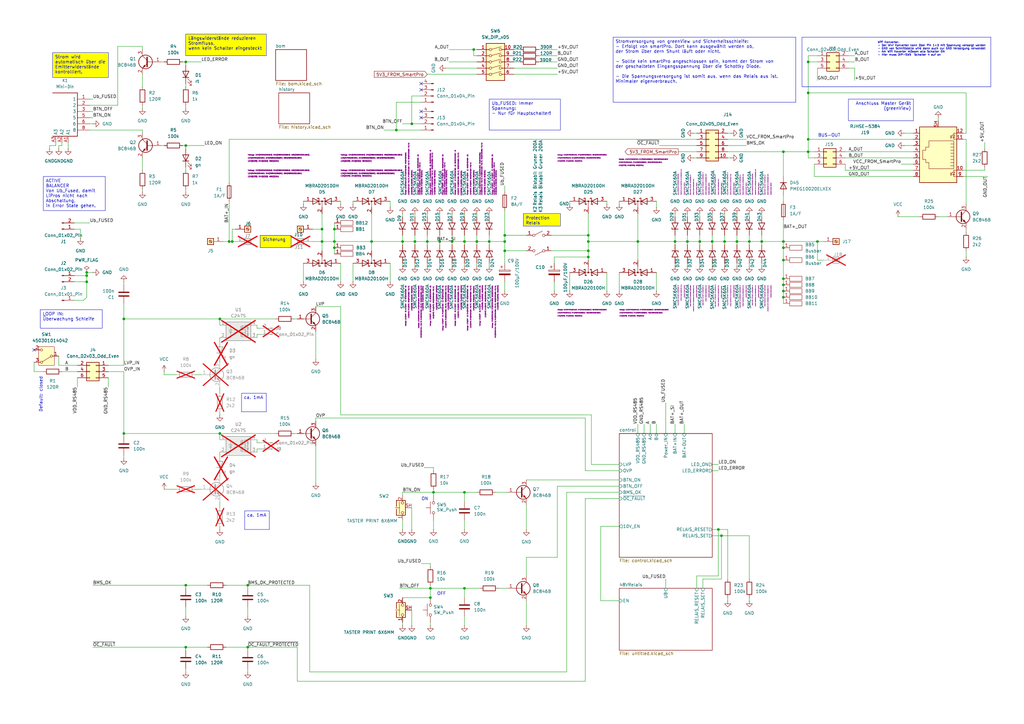
<source format=kicad_sch>
(kicad_sch
	(version 20250114)
	(generator "eeschema")
	(generator_version "9.0")
	(uuid "c138cc6a-756d-4318-83c4-a5413b81ee5f")
	(paper "A3")
	(lib_symbols
		(symbol "Connector:Conn_01x01_Pin"
			(pin_names
				(offset 1.016)
				(hide yes)
			)
			(exclude_from_sim no)
			(in_bom yes)
			(on_board yes)
			(property "Reference" "J"
				(at 0 2.54 0)
				(effects
					(font
						(size 1.27 1.27)
					)
				)
			)
			(property "Value" "Conn_01x01_Pin"
				(at 0 -2.54 0)
				(effects
					(font
						(size 1.27 1.27)
					)
				)
			)
			(property "Footprint" ""
				(at 0 0 0)
				(effects
					(font
						(size 1.27 1.27)
					)
					(hide yes)
				)
			)
			(property "Datasheet" "~"
				(at 0 0 0)
				(effects
					(font
						(size 1.27 1.27)
					)
					(hide yes)
				)
			)
			(property "Description" "Generic connector, single row, 01x01, script generated"
				(at 0 0 0)
				(effects
					(font
						(size 1.27 1.27)
					)
					(hide yes)
				)
			)
			(property "ki_locked" ""
				(at 0 0 0)
				(effects
					(font
						(size 1.27 1.27)
					)
				)
			)
			(property "ki_keywords" "connector"
				(at 0 0 0)
				(effects
					(font
						(size 1.27 1.27)
					)
					(hide yes)
				)
			)
			(property "ki_fp_filters" "Connector*:*_1x??_*"
				(at 0 0 0)
				(effects
					(font
						(size 1.27 1.27)
					)
					(hide yes)
				)
			)
			(symbol "Conn_01x01_Pin_1_1"
				(rectangle
					(start 0.8636 0.127)
					(end 0 -0.127)
					(stroke
						(width 0.1524)
						(type default)
					)
					(fill
						(type outline)
					)
				)
				(polyline
					(pts
						(xy 1.27 0) (xy 0.8636 0)
					)
					(stroke
						(width 0.1524)
						(type default)
					)
					(fill
						(type none)
					)
				)
				(pin passive line
					(at 5.08 0 180)
					(length 3.81)
					(name "Pin_1"
						(effects
							(font
								(size 1.27 1.27)
							)
						)
					)
					(number "1"
						(effects
							(font
								(size 1.27 1.27)
							)
						)
					)
				)
			)
			(embedded_fonts no)
		)
		(symbol "Connector:Conn_01x02_Pin"
			(pin_names
				(offset 1.016)
				(hide yes)
			)
			(exclude_from_sim no)
			(in_bom yes)
			(on_board yes)
			(property "Reference" "J"
				(at 0 2.54 0)
				(effects
					(font
						(size 1.27 1.27)
					)
				)
			)
			(property "Value" "Conn_01x02_Pin"
				(at 0 -5.08 0)
				(effects
					(font
						(size 1.27 1.27)
					)
				)
			)
			(property "Footprint" ""
				(at 0 0 0)
				(effects
					(font
						(size 1.27 1.27)
					)
					(hide yes)
				)
			)
			(property "Datasheet" "~"
				(at 0 0 0)
				(effects
					(font
						(size 1.27 1.27)
					)
					(hide yes)
				)
			)
			(property "Description" "Generic connector, single row, 01x02, script generated"
				(at 0 0 0)
				(effects
					(font
						(size 1.27 1.27)
					)
					(hide yes)
				)
			)
			(property "ki_locked" ""
				(at 0 0 0)
				(effects
					(font
						(size 1.27 1.27)
					)
				)
			)
			(property "ki_keywords" "connector"
				(at 0 0 0)
				(effects
					(font
						(size 1.27 1.27)
					)
					(hide yes)
				)
			)
			(property "ki_fp_filters" "Connector*:*_1x??_*"
				(at 0 0 0)
				(effects
					(font
						(size 1.27 1.27)
					)
					(hide yes)
				)
			)
			(symbol "Conn_01x02_Pin_1_1"
				(rectangle
					(start 0.8636 0.127)
					(end 0 -0.127)
					(stroke
						(width 0.1524)
						(type default)
					)
					(fill
						(type outline)
					)
				)
				(rectangle
					(start 0.8636 -2.413)
					(end 0 -2.667)
					(stroke
						(width 0.1524)
						(type default)
					)
					(fill
						(type outline)
					)
				)
				(polyline
					(pts
						(xy 1.27 0) (xy 0.8636 0)
					)
					(stroke
						(width 0.1524)
						(type default)
					)
					(fill
						(type none)
					)
				)
				(polyline
					(pts
						(xy 1.27 -2.54) (xy 0.8636 -2.54)
					)
					(stroke
						(width 0.1524)
						(type default)
					)
					(fill
						(type none)
					)
				)
				(pin passive line
					(at 5.08 0 180)
					(length 3.81)
					(name "Pin_1"
						(effects
							(font
								(size 1.27 1.27)
							)
						)
					)
					(number "1"
						(effects
							(font
								(size 1.27 1.27)
							)
						)
					)
				)
				(pin passive line
					(at 5.08 -2.54 180)
					(length 3.81)
					(name "Pin_2"
						(effects
							(font
								(size 1.27 1.27)
							)
						)
					)
					(number "2"
						(effects
							(font
								(size 1.27 1.27)
							)
						)
					)
				)
			)
			(embedded_fonts no)
		)
		(symbol "Connector:Conn_01x04_Pin"
			(pin_names
				(offset 1.016)
				(hide yes)
			)
			(exclude_from_sim no)
			(in_bom yes)
			(on_board yes)
			(property "Reference" "J"
				(at 0 5.08 0)
				(effects
					(font
						(size 1.27 1.27)
					)
				)
			)
			(property "Value" "Conn_01x04_Pin"
				(at 0 -7.62 0)
				(effects
					(font
						(size 1.27 1.27)
					)
				)
			)
			(property "Footprint" ""
				(at 0 0 0)
				(effects
					(font
						(size 1.27 1.27)
					)
					(hide yes)
				)
			)
			(property "Datasheet" "~"
				(at 0 0 0)
				(effects
					(font
						(size 1.27 1.27)
					)
					(hide yes)
				)
			)
			(property "Description" "Generic connector, single row, 01x04, script generated"
				(at 0 0 0)
				(effects
					(font
						(size 1.27 1.27)
					)
					(hide yes)
				)
			)
			(property "ki_locked" ""
				(at 0 0 0)
				(effects
					(font
						(size 1.27 1.27)
					)
				)
			)
			(property "ki_keywords" "connector"
				(at 0 0 0)
				(effects
					(font
						(size 1.27 1.27)
					)
					(hide yes)
				)
			)
			(property "ki_fp_filters" "Connector*:*_1x??_*"
				(at 0 0 0)
				(effects
					(font
						(size 1.27 1.27)
					)
					(hide yes)
				)
			)
			(symbol "Conn_01x04_Pin_1_1"
				(rectangle
					(start 0.8636 2.667)
					(end 0 2.413)
					(stroke
						(width 0.1524)
						(type default)
					)
					(fill
						(type outline)
					)
				)
				(rectangle
					(start 0.8636 0.127)
					(end 0 -0.127)
					(stroke
						(width 0.1524)
						(type default)
					)
					(fill
						(type outline)
					)
				)
				(rectangle
					(start 0.8636 -2.413)
					(end 0 -2.667)
					(stroke
						(width 0.1524)
						(type default)
					)
					(fill
						(type outline)
					)
				)
				(rectangle
					(start 0.8636 -4.953)
					(end 0 -5.207)
					(stroke
						(width 0.1524)
						(type default)
					)
					(fill
						(type outline)
					)
				)
				(polyline
					(pts
						(xy 1.27 2.54) (xy 0.8636 2.54)
					)
					(stroke
						(width 0.1524)
						(type default)
					)
					(fill
						(type none)
					)
				)
				(polyline
					(pts
						(xy 1.27 0) (xy 0.8636 0)
					)
					(stroke
						(width 0.1524)
						(type default)
					)
					(fill
						(type none)
					)
				)
				(polyline
					(pts
						(xy 1.27 -2.54) (xy 0.8636 -2.54)
					)
					(stroke
						(width 0.1524)
						(type default)
					)
					(fill
						(type none)
					)
				)
				(polyline
					(pts
						(xy 1.27 -5.08) (xy 0.8636 -5.08)
					)
					(stroke
						(width 0.1524)
						(type default)
					)
					(fill
						(type none)
					)
				)
				(pin passive line
					(at 5.08 2.54 180)
					(length 3.81)
					(name "Pin_1"
						(effects
							(font
								(size 1.27 1.27)
							)
						)
					)
					(number "1"
						(effects
							(font
								(size 1.27 1.27)
							)
						)
					)
				)
				(pin passive line
					(at 5.08 0 180)
					(length 3.81)
					(name "Pin_2"
						(effects
							(font
								(size 1.27 1.27)
							)
						)
					)
					(number "2"
						(effects
							(font
								(size 1.27 1.27)
							)
						)
					)
				)
				(pin passive line
					(at 5.08 -2.54 180)
					(length 3.81)
					(name "Pin_3"
						(effects
							(font
								(size 1.27 1.27)
							)
						)
					)
					(number "3"
						(effects
							(font
								(size 1.27 1.27)
							)
						)
					)
				)
				(pin passive line
					(at 5.08 -5.08 180)
					(length 3.81)
					(name "Pin_4"
						(effects
							(font
								(size 1.27 1.27)
							)
						)
					)
					(number "4"
						(effects
							(font
								(size 1.27 1.27)
							)
						)
					)
				)
			)
			(embedded_fonts no)
		)
		(symbol "Connector:RJ45_LED_Shielded"
			(pin_names
				(offset 1.016)
			)
			(exclude_from_sim no)
			(in_bom yes)
			(on_board yes)
			(property "Reference" "J"
				(at -5.08 13.97 0)
				(effects
					(font
						(size 1.27 1.27)
					)
					(justify right)
				)
			)
			(property "Value" "RJ45_LED_Shielded"
				(at 1.27 13.97 0)
				(effects
					(font
						(size 1.27 1.27)
					)
					(justify left)
				)
			)
			(property "Footprint" ""
				(at 0 0.635 90)
				(effects
					(font
						(size 1.27 1.27)
					)
					(hide yes)
				)
			)
			(property "Datasheet" "~"
				(at 0 0.635 90)
				(effects
					(font
						(size 1.27 1.27)
					)
					(hide yes)
				)
			)
			(property "Description" "RJ connector, 8P8C (8 positions 8 connected), two LEDs, Shielded"
				(at 0 0 0)
				(effects
					(font
						(size 1.27 1.27)
					)
					(hide yes)
				)
			)
			(property "ki_keywords" "8P8C RJ socket jack connector led"
				(at 0 0 0)
				(effects
					(font
						(size 1.27 1.27)
					)
					(hide yes)
				)
			)
			(property "ki_fp_filters" "8P8C* RJ45*"
				(at 0 0 0)
				(effects
					(font
						(size 1.27 1.27)
					)
					(hide yes)
				)
			)
			(symbol "RJ45_LED_Shielded_0_1"
				(polyline
					(pts
						(xy -7.62 10.16) (xy -6.35 10.16)
					)
					(stroke
						(width 0)
						(type default)
					)
					(fill
						(type none)
					)
				)
				(polyline
					(pts
						(xy -7.62 7.62) (xy -6.35 7.62)
					)
					(stroke
						(width 0)
						(type default)
					)
					(fill
						(type none)
					)
				)
				(polyline
					(pts
						(xy -7.62 -5.08) (xy -6.35 -5.08)
					)
					(stroke
						(width 0)
						(type default)
					)
					(fill
						(type none)
					)
				)
				(polyline
					(pts
						(xy -7.62 -7.62) (xy -6.35 -7.62)
					)
					(stroke
						(width 0)
						(type default)
					)
					(fill
						(type none)
					)
				)
				(polyline
					(pts
						(xy -6.858 9.398) (xy -5.842 9.398)
					)
					(stroke
						(width 0)
						(type default)
					)
					(fill
						(type none)
					)
				)
				(polyline
					(pts
						(xy -6.858 -5.842) (xy -5.842 -5.842)
					)
					(stroke
						(width 0)
						(type default)
					)
					(fill
						(type none)
					)
				)
				(polyline
					(pts
						(xy -6.35 10.16) (xy -6.35 9.398)
					)
					(stroke
						(width 0)
						(type default)
					)
					(fill
						(type none)
					)
				)
				(polyline
					(pts
						(xy -6.35 9.398) (xy -6.858 8.382) (xy -5.842 8.382) (xy -6.35 9.398)
					)
					(stroke
						(width 0)
						(type default)
					)
					(fill
						(type none)
					)
				)
				(polyline
					(pts
						(xy -6.35 7.62) (xy -6.35 8.382)
					)
					(stroke
						(width 0)
						(type default)
					)
					(fill
						(type none)
					)
				)
				(polyline
					(pts
						(xy -6.35 1.905) (xy -5.08 1.905) (xy -5.08 1.905)
					)
					(stroke
						(width 0)
						(type default)
					)
					(fill
						(type none)
					)
				)
				(polyline
					(pts
						(xy -6.35 0.635) (xy -5.08 0.635) (xy -5.08 0.635)
					)
					(stroke
						(width 0)
						(type default)
					)
					(fill
						(type none)
					)
				)
				(polyline
					(pts
						(xy -6.35 -0.635) (xy -5.08 -0.635) (xy -5.08 -0.635)
					)
					(stroke
						(width 0)
						(type default)
					)
					(fill
						(type none)
					)
				)
				(polyline
					(pts
						(xy -6.35 -1.905) (xy -5.08 -1.905) (xy -5.08 -1.905)
					)
					(stroke
						(width 0)
						(type default)
					)
					(fill
						(type none)
					)
				)
				(polyline
					(pts
						(xy -6.35 -3.175) (xy -5.08 -3.175) (xy -5.08 -3.175)
					)
					(stroke
						(width 0)
						(type default)
					)
					(fill
						(type none)
					)
				)
				(polyline
					(pts
						(xy -6.35 -4.445) (xy -6.35 6.985) (xy 3.81 6.985) (xy 3.81 4.445) (xy 5.08 4.445) (xy 5.08 3.175)
						(xy 6.35 3.175) (xy 6.35 -0.635) (xy 5.08 -0.635) (xy 5.08 -1.905) (xy 3.81 -1.905) (xy 3.81 -4.445)
						(xy -6.35 -4.445) (xy -6.35 -4.445)
					)
					(stroke
						(width 0)
						(type default)
					)
					(fill
						(type none)
					)
				)
				(polyline
					(pts
						(xy -6.35 -5.08) (xy -6.35 -5.842)
					)
					(stroke
						(width 0)
						(type default)
					)
					(fill
						(type none)
					)
				)
				(polyline
					(pts
						(xy -6.35 -5.842) (xy -6.858 -6.858) (xy -5.842 -6.858) (xy -6.35 -5.842)
					)
					(stroke
						(width 0)
						(type default)
					)
					(fill
						(type none)
					)
				)
				(polyline
					(pts
						(xy -6.35 -7.62) (xy -6.35 -6.858)
					)
					(stroke
						(width 0)
						(type default)
					)
					(fill
						(type none)
					)
				)
				(polyline
					(pts
						(xy -5.588 9.144) (xy -5.08 9.652) (xy -5.461 9.525)
					)
					(stroke
						(width 0)
						(type default)
					)
					(fill
						(type none)
					)
				)
				(polyline
					(pts
						(xy -5.588 8.509) (xy -5.08 9.017) (xy -5.461 8.89)
					)
					(stroke
						(width 0)
						(type default)
					)
					(fill
						(type none)
					)
				)
				(polyline
					(pts
						(xy -5.588 -6.096) (xy -5.08 -5.588) (xy -5.461 -5.715)
					)
					(stroke
						(width 0)
						(type default)
					)
					(fill
						(type none)
					)
				)
				(polyline
					(pts
						(xy -5.588 -6.731) (xy -5.08 -6.223) (xy -5.461 -6.35)
					)
					(stroke
						(width 0)
						(type default)
					)
					(fill
						(type none)
					)
				)
				(polyline
					(pts
						(xy -5.08 9.652) (xy -5.207 9.271)
					)
					(stroke
						(width 0)
						(type default)
					)
					(fill
						(type none)
					)
				)
				(polyline
					(pts
						(xy -5.08 9.017) (xy -5.207 8.636)
					)
					(stroke
						(width 0)
						(type default)
					)
					(fill
						(type none)
					)
				)
				(polyline
					(pts
						(xy -5.08 5.715) (xy -6.35 5.715)
					)
					(stroke
						(width 0)
						(type default)
					)
					(fill
						(type none)
					)
				)
				(polyline
					(pts
						(xy -5.08 4.445) (xy -6.35 4.445)
					)
					(stroke
						(width 0)
						(type default)
					)
					(fill
						(type none)
					)
				)
				(polyline
					(pts
						(xy -5.08 3.175) (xy -6.35 3.175) (xy -6.35 3.175)
					)
					(stroke
						(width 0)
						(type default)
					)
					(fill
						(type none)
					)
				)
				(polyline
					(pts
						(xy -5.08 -5.588) (xy -5.207 -5.969)
					)
					(stroke
						(width 0)
						(type default)
					)
					(fill
						(type none)
					)
				)
				(polyline
					(pts
						(xy -5.08 -6.223) (xy -5.207 -6.604)
					)
					(stroke
						(width 0)
						(type default)
					)
					(fill
						(type none)
					)
				)
				(rectangle
					(start 7.62 12.7)
					(end -7.62 -10.16)
					(stroke
						(width 0.254)
						(type default)
					)
					(fill
						(type background)
					)
				)
			)
			(symbol "RJ45_LED_Shielded_1_1"
				(pin passive line
					(at -10.16 10.16 0)
					(length 2.54)
					(name "~"
						(effects
							(font
								(size 1.27 1.27)
							)
						)
					)
					(number "9"
						(effects
							(font
								(size 1.27 1.27)
							)
						)
					)
				)
				(pin passive line
					(at -10.16 7.62 0)
					(length 2.54)
					(name "~"
						(effects
							(font
								(size 1.27 1.27)
							)
						)
					)
					(number "10"
						(effects
							(font
								(size 1.27 1.27)
							)
						)
					)
				)
				(pin passive line
					(at -10.16 -5.08 0)
					(length 2.54)
					(name "~"
						(effects
							(font
								(size 1.27 1.27)
							)
						)
					)
					(number "11"
						(effects
							(font
								(size 1.27 1.27)
							)
						)
					)
				)
				(pin passive line
					(at -10.16 -7.62 0)
					(length 2.54)
					(name "~"
						(effects
							(font
								(size 1.27 1.27)
							)
						)
					)
					(number "12"
						(effects
							(font
								(size 1.27 1.27)
							)
						)
					)
				)
				(pin passive line
					(at 0 -12.7 90)
					(length 2.54)
					(name "~"
						(effects
							(font
								(size 1.27 1.27)
							)
						)
					)
					(number "SH"
						(effects
							(font
								(size 1.27 1.27)
							)
						)
					)
				)
				(pin passive line
					(at 10.16 10.16 180)
					(length 2.54)
					(name "~"
						(effects
							(font
								(size 1.27 1.27)
							)
						)
					)
					(number "8"
						(effects
							(font
								(size 1.27 1.27)
							)
						)
					)
				)
				(pin passive line
					(at 10.16 7.62 180)
					(length 2.54)
					(name "~"
						(effects
							(font
								(size 1.27 1.27)
							)
						)
					)
					(number "7"
						(effects
							(font
								(size 1.27 1.27)
							)
						)
					)
				)
				(pin passive line
					(at 10.16 5.08 180)
					(length 2.54)
					(name "~"
						(effects
							(font
								(size 1.27 1.27)
							)
						)
					)
					(number "6"
						(effects
							(font
								(size 1.27 1.27)
							)
						)
					)
				)
				(pin passive line
					(at 10.16 2.54 180)
					(length 2.54)
					(name "~"
						(effects
							(font
								(size 1.27 1.27)
							)
						)
					)
					(number "5"
						(effects
							(font
								(size 1.27 1.27)
							)
						)
					)
				)
				(pin passive line
					(at 10.16 0 180)
					(length 2.54)
					(name "~"
						(effects
							(font
								(size 1.27 1.27)
							)
						)
					)
					(number "4"
						(effects
							(font
								(size 1.27 1.27)
							)
						)
					)
				)
				(pin passive line
					(at 10.16 -2.54 180)
					(length 2.54)
					(name "~"
						(effects
							(font
								(size 1.27 1.27)
							)
						)
					)
					(number "3"
						(effects
							(font
								(size 1.27 1.27)
							)
						)
					)
				)
				(pin passive line
					(at 10.16 -5.08 180)
					(length 2.54)
					(name "~"
						(effects
							(font
								(size 1.27 1.27)
							)
						)
					)
					(number "2"
						(effects
							(font
								(size 1.27 1.27)
							)
						)
					)
				)
				(pin passive line
					(at 10.16 -7.62 180)
					(length 2.54)
					(name "~"
						(effects
							(font
								(size 1.27 1.27)
							)
						)
					)
					(number "1"
						(effects
							(font
								(size 1.27 1.27)
							)
						)
					)
				)
			)
			(embedded_fonts no)
		)
		(symbol "Connector:Screw_Terminal_01x01"
			(pin_names
				(offset 1.016)
				(hide yes)
			)
			(exclude_from_sim no)
			(in_bom yes)
			(on_board yes)
			(property "Reference" "J"
				(at 0 2.54 0)
				(effects
					(font
						(size 1.27 1.27)
					)
				)
			)
			(property "Value" "Screw_Terminal_01x01"
				(at 0 -2.54 0)
				(effects
					(font
						(size 1.27 1.27)
					)
				)
			)
			(property "Footprint" ""
				(at 0 0 0)
				(effects
					(font
						(size 1.27 1.27)
					)
					(hide yes)
				)
			)
			(property "Datasheet" "~"
				(at 0 0 0)
				(effects
					(font
						(size 1.27 1.27)
					)
					(hide yes)
				)
			)
			(property "Description" "Generic screw terminal, single row, 01x01, script generated (kicad-library-utils/schlib/autogen/connector/)"
				(at 0 0 0)
				(effects
					(font
						(size 1.27 1.27)
					)
					(hide yes)
				)
			)
			(property "ki_keywords" "screw terminal"
				(at 0 0 0)
				(effects
					(font
						(size 1.27 1.27)
					)
					(hide yes)
				)
			)
			(property "ki_fp_filters" "TerminalBlock*:*"
				(at 0 0 0)
				(effects
					(font
						(size 1.27 1.27)
					)
					(hide yes)
				)
			)
			(symbol "Screw_Terminal_01x01_1_1"
				(rectangle
					(start -1.27 1.27)
					(end 1.27 -1.27)
					(stroke
						(width 0.254)
						(type default)
					)
					(fill
						(type background)
					)
				)
				(polyline
					(pts
						(xy -0.5334 0.3302) (xy 0.3302 -0.508)
					)
					(stroke
						(width 0.1524)
						(type default)
					)
					(fill
						(type none)
					)
				)
				(polyline
					(pts
						(xy -0.3556 0.508) (xy 0.508 -0.3302)
					)
					(stroke
						(width 0.1524)
						(type default)
					)
					(fill
						(type none)
					)
				)
				(circle
					(center 0 0)
					(radius 0.635)
					(stroke
						(width 0.1524)
						(type default)
					)
					(fill
						(type none)
					)
				)
				(pin passive line
					(at -5.08 0 0)
					(length 3.81)
					(name "Pin_1"
						(effects
							(font
								(size 1.27 1.27)
							)
						)
					)
					(number "1"
						(effects
							(font
								(size 1.27 1.27)
							)
						)
					)
				)
			)
			(embedded_fonts no)
		)
		(symbol "Connector_Generic:Conn_02x03_Odd_Even"
			(pin_names
				(offset 1.016)
				(hide yes)
			)
			(exclude_from_sim no)
			(in_bom yes)
			(on_board yes)
			(property "Reference" "J"
				(at 1.27 5.08 0)
				(effects
					(font
						(size 1.27 1.27)
					)
				)
			)
			(property "Value" "Conn_02x03_Odd_Even"
				(at 1.27 -5.08 0)
				(effects
					(font
						(size 1.27 1.27)
					)
				)
			)
			(property "Footprint" ""
				(at 0 0 0)
				(effects
					(font
						(size 1.27 1.27)
					)
					(hide yes)
				)
			)
			(property "Datasheet" "~"
				(at 0 0 0)
				(effects
					(font
						(size 1.27 1.27)
					)
					(hide yes)
				)
			)
			(property "Description" "Generic connector, double row, 02x03, odd/even pin numbering scheme (row 1 odd numbers, row 2 even numbers), script generated (kicad-library-utils/schlib/autogen/connector/)"
				(at 0 0 0)
				(effects
					(font
						(size 1.27 1.27)
					)
					(hide yes)
				)
			)
			(property "ki_keywords" "connector"
				(at 0 0 0)
				(effects
					(font
						(size 1.27 1.27)
					)
					(hide yes)
				)
			)
			(property "ki_fp_filters" "Connector*:*_2x??_*"
				(at 0 0 0)
				(effects
					(font
						(size 1.27 1.27)
					)
					(hide yes)
				)
			)
			(symbol "Conn_02x03_Odd_Even_1_1"
				(rectangle
					(start -1.27 3.81)
					(end 3.81 -3.81)
					(stroke
						(width 0.254)
						(type default)
					)
					(fill
						(type background)
					)
				)
				(rectangle
					(start -1.27 2.667)
					(end 0 2.413)
					(stroke
						(width 0.1524)
						(type default)
					)
					(fill
						(type none)
					)
				)
				(rectangle
					(start -1.27 0.127)
					(end 0 -0.127)
					(stroke
						(width 0.1524)
						(type default)
					)
					(fill
						(type none)
					)
				)
				(rectangle
					(start -1.27 -2.413)
					(end 0 -2.667)
					(stroke
						(width 0.1524)
						(type default)
					)
					(fill
						(type none)
					)
				)
				(rectangle
					(start 3.81 2.667)
					(end 2.54 2.413)
					(stroke
						(width 0.1524)
						(type default)
					)
					(fill
						(type none)
					)
				)
				(rectangle
					(start 3.81 0.127)
					(end 2.54 -0.127)
					(stroke
						(width 0.1524)
						(type default)
					)
					(fill
						(type none)
					)
				)
				(rectangle
					(start 3.81 -2.413)
					(end 2.54 -2.667)
					(stroke
						(width 0.1524)
						(type default)
					)
					(fill
						(type none)
					)
				)
				(pin passive line
					(at -5.08 2.54 0)
					(length 3.81)
					(name "Pin_1"
						(effects
							(font
								(size 1.27 1.27)
							)
						)
					)
					(number "1"
						(effects
							(font
								(size 1.27 1.27)
							)
						)
					)
				)
				(pin passive line
					(at -5.08 0 0)
					(length 3.81)
					(name "Pin_3"
						(effects
							(font
								(size 1.27 1.27)
							)
						)
					)
					(number "3"
						(effects
							(font
								(size 1.27 1.27)
							)
						)
					)
				)
				(pin passive line
					(at -5.08 -2.54 0)
					(length 3.81)
					(name "Pin_5"
						(effects
							(font
								(size 1.27 1.27)
							)
						)
					)
					(number "5"
						(effects
							(font
								(size 1.27 1.27)
							)
						)
					)
				)
				(pin passive line
					(at 7.62 2.54 180)
					(length 3.81)
					(name "Pin_2"
						(effects
							(font
								(size 1.27 1.27)
							)
						)
					)
					(number "2"
						(effects
							(font
								(size 1.27 1.27)
							)
						)
					)
				)
				(pin passive line
					(at 7.62 0 180)
					(length 3.81)
					(name "Pin_4"
						(effects
							(font
								(size 1.27 1.27)
							)
						)
					)
					(number "4"
						(effects
							(font
								(size 1.27 1.27)
							)
						)
					)
				)
				(pin passive line
					(at 7.62 -2.54 180)
					(length 3.81)
					(name "Pin_6"
						(effects
							(font
								(size 1.27 1.27)
							)
						)
					)
					(number "6"
						(effects
							(font
								(size 1.27 1.27)
							)
						)
					)
				)
			)
			(embedded_fonts no)
		)
		(symbol "Connector_Generic:Conn_02x05_Odd_Even"
			(pin_names
				(offset 1.016)
				(hide yes)
			)
			(exclude_from_sim no)
			(in_bom yes)
			(on_board yes)
			(property "Reference" "J"
				(at 1.27 7.62 0)
				(effects
					(font
						(size 1.27 1.27)
					)
				)
			)
			(property "Value" "Conn_02x05_Odd_Even"
				(at 1.27 -7.62 0)
				(effects
					(font
						(size 1.27 1.27)
					)
				)
			)
			(property "Footprint" ""
				(at 0 0 0)
				(effects
					(font
						(size 1.27 1.27)
					)
					(hide yes)
				)
			)
			(property "Datasheet" "~"
				(at 0 0 0)
				(effects
					(font
						(size 1.27 1.27)
					)
					(hide yes)
				)
			)
			(property "Description" "Generic connector, double row, 02x05, odd/even pin numbering scheme (row 1 odd numbers, row 2 even numbers), script generated (kicad-library-utils/schlib/autogen/connector/)"
				(at 0 0 0)
				(effects
					(font
						(size 1.27 1.27)
					)
					(hide yes)
				)
			)
			(property "ki_keywords" "connector"
				(at 0 0 0)
				(effects
					(font
						(size 1.27 1.27)
					)
					(hide yes)
				)
			)
			(property "ki_fp_filters" "Connector*:*_2x??_*"
				(at 0 0 0)
				(effects
					(font
						(size 1.27 1.27)
					)
					(hide yes)
				)
			)
			(symbol "Conn_02x05_Odd_Even_1_1"
				(rectangle
					(start -1.27 6.35)
					(end 3.81 -6.35)
					(stroke
						(width 0.254)
						(type default)
					)
					(fill
						(type background)
					)
				)
				(rectangle
					(start -1.27 5.207)
					(end 0 4.953)
					(stroke
						(width 0.1524)
						(type default)
					)
					(fill
						(type none)
					)
				)
				(rectangle
					(start -1.27 2.667)
					(end 0 2.413)
					(stroke
						(width 0.1524)
						(type default)
					)
					(fill
						(type none)
					)
				)
				(rectangle
					(start -1.27 0.127)
					(end 0 -0.127)
					(stroke
						(width 0.1524)
						(type default)
					)
					(fill
						(type none)
					)
				)
				(rectangle
					(start -1.27 -2.413)
					(end 0 -2.667)
					(stroke
						(width 0.1524)
						(type default)
					)
					(fill
						(type none)
					)
				)
				(rectangle
					(start -1.27 -4.953)
					(end 0 -5.207)
					(stroke
						(width 0.1524)
						(type default)
					)
					(fill
						(type none)
					)
				)
				(rectangle
					(start 3.81 5.207)
					(end 2.54 4.953)
					(stroke
						(width 0.1524)
						(type default)
					)
					(fill
						(type none)
					)
				)
				(rectangle
					(start 3.81 2.667)
					(end 2.54 2.413)
					(stroke
						(width 0.1524)
						(type default)
					)
					(fill
						(type none)
					)
				)
				(rectangle
					(start 3.81 0.127)
					(end 2.54 -0.127)
					(stroke
						(width 0.1524)
						(type default)
					)
					(fill
						(type none)
					)
				)
				(rectangle
					(start 3.81 -2.413)
					(end 2.54 -2.667)
					(stroke
						(width 0.1524)
						(type default)
					)
					(fill
						(type none)
					)
				)
				(rectangle
					(start 3.81 -4.953)
					(end 2.54 -5.207)
					(stroke
						(width 0.1524)
						(type default)
					)
					(fill
						(type none)
					)
				)
				(pin passive line
					(at -5.08 5.08 0)
					(length 3.81)
					(name "Pin_1"
						(effects
							(font
								(size 1.27 1.27)
							)
						)
					)
					(number "1"
						(effects
							(font
								(size 1.27 1.27)
							)
						)
					)
				)
				(pin passive line
					(at -5.08 2.54 0)
					(length 3.81)
					(name "Pin_3"
						(effects
							(font
								(size 1.27 1.27)
							)
						)
					)
					(number "3"
						(effects
							(font
								(size 1.27 1.27)
							)
						)
					)
				)
				(pin passive line
					(at -5.08 0 0)
					(length 3.81)
					(name "Pin_5"
						(effects
							(font
								(size 1.27 1.27)
							)
						)
					)
					(number "5"
						(effects
							(font
								(size 1.27 1.27)
							)
						)
					)
				)
				(pin passive line
					(at -5.08 -2.54 0)
					(length 3.81)
					(name "Pin_7"
						(effects
							(font
								(size 1.27 1.27)
							)
						)
					)
					(number "7"
						(effects
							(font
								(size 1.27 1.27)
							)
						)
					)
				)
				(pin passive line
					(at -5.08 -5.08 0)
					(length 3.81)
					(name "Pin_9"
						(effects
							(font
								(size 1.27 1.27)
							)
						)
					)
					(number "9"
						(effects
							(font
								(size 1.27 1.27)
							)
						)
					)
				)
				(pin passive line
					(at 7.62 5.08 180)
					(length 3.81)
					(name "Pin_2"
						(effects
							(font
								(size 1.27 1.27)
							)
						)
					)
					(number "2"
						(effects
							(font
								(size 1.27 1.27)
							)
						)
					)
				)
				(pin passive line
					(at 7.62 2.54 180)
					(length 3.81)
					(name "Pin_4"
						(effects
							(font
								(size 1.27 1.27)
							)
						)
					)
					(number "4"
						(effects
							(font
								(size 1.27 1.27)
							)
						)
					)
				)
				(pin passive line
					(at 7.62 0 180)
					(length 3.81)
					(name "Pin_6"
						(effects
							(font
								(size 1.27 1.27)
							)
						)
					)
					(number "6"
						(effects
							(font
								(size 1.27 1.27)
							)
						)
					)
				)
				(pin passive line
					(at 7.62 -2.54 180)
					(length 3.81)
					(name "Pin_8"
						(effects
							(font
								(size 1.27 1.27)
							)
						)
					)
					(number "8"
						(effects
							(font
								(size 1.27 1.27)
							)
						)
					)
				)
				(pin passive line
					(at 7.62 -5.08 180)
					(length 3.81)
					(name "Pin_10"
						(effects
							(font
								(size 1.27 1.27)
							)
						)
					)
					(number "10"
						(effects
							(font
								(size 1.27 1.27)
							)
						)
					)
				)
			)
			(embedded_fonts no)
		)
		(symbol "Device:C"
			(pin_numbers
				(hide yes)
			)
			(pin_names
				(offset 0.254)
			)
			(exclude_from_sim no)
			(in_bom yes)
			(on_board yes)
			(property "Reference" "C"
				(at 0.635 2.54 0)
				(effects
					(font
						(size 1.27 1.27)
					)
					(justify left)
				)
			)
			(property "Value" "C"
				(at 0.635 -2.54 0)
				(effects
					(font
						(size 1.27 1.27)
					)
					(justify left)
				)
			)
			(property "Footprint" ""
				(at 0.9652 -3.81 0)
				(effects
					(font
						(size 1.27 1.27)
					)
					(hide yes)
				)
			)
			(property "Datasheet" "~"
				(at 0 0 0)
				(effects
					(font
						(size 1.27 1.27)
					)
					(hide yes)
				)
			)
			(property "Description" "Unpolarized capacitor"
				(at 0 0 0)
				(effects
					(font
						(size 1.27 1.27)
					)
					(hide yes)
				)
			)
			(property "ki_keywords" "cap capacitor"
				(at 0 0 0)
				(effects
					(font
						(size 1.27 1.27)
					)
					(hide yes)
				)
			)
			(property "ki_fp_filters" "C_*"
				(at 0 0 0)
				(effects
					(font
						(size 1.27 1.27)
					)
					(hide yes)
				)
			)
			(symbol "C_0_1"
				(polyline
					(pts
						(xy -2.032 0.762) (xy 2.032 0.762)
					)
					(stroke
						(width 0.508)
						(type default)
					)
					(fill
						(type none)
					)
				)
				(polyline
					(pts
						(xy -2.032 -0.762) (xy 2.032 -0.762)
					)
					(stroke
						(width 0.508)
						(type default)
					)
					(fill
						(type none)
					)
				)
			)
			(symbol "C_1_1"
				(pin passive line
					(at 0 3.81 270)
					(length 2.794)
					(name "~"
						(effects
							(font
								(size 1.27 1.27)
							)
						)
					)
					(number "1"
						(effects
							(font
								(size 1.27 1.27)
							)
						)
					)
				)
				(pin passive line
					(at 0 -3.81 90)
					(length 2.794)
					(name "~"
						(effects
							(font
								(size 1.27 1.27)
							)
						)
					)
					(number "2"
						(effects
							(font
								(size 1.27 1.27)
							)
						)
					)
				)
			)
			(embedded_fonts no)
		)
		(symbol "Device:C_Polarized"
			(pin_numbers
				(hide yes)
			)
			(pin_names
				(offset 0.254)
			)
			(exclude_from_sim no)
			(in_bom yes)
			(on_board yes)
			(property "Reference" "C"
				(at 0.635 2.54 0)
				(effects
					(font
						(size 1.27 1.27)
					)
					(justify left)
				)
			)
			(property "Value" "C_Polarized"
				(at 0.635 -2.54 0)
				(effects
					(font
						(size 1.27 1.27)
					)
					(justify left)
				)
			)
			(property "Footprint" ""
				(at 0.9652 -3.81 0)
				(effects
					(font
						(size 1.27 1.27)
					)
					(hide yes)
				)
			)
			(property "Datasheet" "~"
				(at 0 0 0)
				(effects
					(font
						(size 1.27 1.27)
					)
					(hide yes)
				)
			)
			(property "Description" "Polarized capacitor"
				(at 0 0 0)
				(effects
					(font
						(size 1.27 1.27)
					)
					(hide yes)
				)
			)
			(property "ki_keywords" "cap capacitor"
				(at 0 0 0)
				(effects
					(font
						(size 1.27 1.27)
					)
					(hide yes)
				)
			)
			(property "ki_fp_filters" "CP_*"
				(at 0 0 0)
				(effects
					(font
						(size 1.27 1.27)
					)
					(hide yes)
				)
			)
			(symbol "C_Polarized_0_1"
				(rectangle
					(start -2.286 0.508)
					(end 2.286 1.016)
					(stroke
						(width 0)
						(type default)
					)
					(fill
						(type none)
					)
				)
				(polyline
					(pts
						(xy -1.778 2.286) (xy -0.762 2.286)
					)
					(stroke
						(width 0)
						(type default)
					)
					(fill
						(type none)
					)
				)
				(polyline
					(pts
						(xy -1.27 2.794) (xy -1.27 1.778)
					)
					(stroke
						(width 0)
						(type default)
					)
					(fill
						(type none)
					)
				)
				(rectangle
					(start 2.286 -0.508)
					(end -2.286 -1.016)
					(stroke
						(width 0)
						(type default)
					)
					(fill
						(type outline)
					)
				)
			)
			(symbol "C_Polarized_1_1"
				(pin passive line
					(at 0 3.81 270)
					(length 2.794)
					(name "~"
						(effects
							(font
								(size 1.27 1.27)
							)
						)
					)
					(number "1"
						(effects
							(font
								(size 1.27 1.27)
							)
						)
					)
				)
				(pin passive line
					(at 0 -3.81 90)
					(length 2.794)
					(name "~"
						(effects
							(font
								(size 1.27 1.27)
							)
						)
					)
					(number "2"
						(effects
							(font
								(size 1.27 1.27)
							)
						)
					)
				)
			)
			(embedded_fonts no)
		)
		(symbol "Device:D"
			(pin_numbers
				(hide yes)
			)
			(pin_names
				(offset 1.016)
				(hide yes)
			)
			(exclude_from_sim no)
			(in_bom yes)
			(on_board yes)
			(property "Reference" "D"
				(at 0 2.54 0)
				(effects
					(font
						(size 1.27 1.27)
					)
				)
			)
			(property "Value" "D"
				(at 0 -2.54 0)
				(effects
					(font
						(size 1.27 1.27)
					)
				)
			)
			(property "Footprint" ""
				(at 0 0 0)
				(effects
					(font
						(size 1.27 1.27)
					)
					(hide yes)
				)
			)
			(property "Datasheet" "~"
				(at 0 0 0)
				(effects
					(font
						(size 1.27 1.27)
					)
					(hide yes)
				)
			)
			(property "Description" "Diode"
				(at 0 0 0)
				(effects
					(font
						(size 1.27 1.27)
					)
					(hide yes)
				)
			)
			(property "Sim.Device" "D"
				(at 0 0 0)
				(effects
					(font
						(size 1.27 1.27)
					)
					(hide yes)
				)
			)
			(property "Sim.Pins" "1=K 2=A"
				(at 0 0 0)
				(effects
					(font
						(size 1.27 1.27)
					)
					(hide yes)
				)
			)
			(property "ki_keywords" "diode"
				(at 0 0 0)
				(effects
					(font
						(size 1.27 1.27)
					)
					(hide yes)
				)
			)
			(property "ki_fp_filters" "TO-???* *_Diode_* *SingleDiode* D_*"
				(at 0 0 0)
				(effects
					(font
						(size 1.27 1.27)
					)
					(hide yes)
				)
			)
			(symbol "D_0_1"
				(polyline
					(pts
						(xy -1.27 1.27) (xy -1.27 -1.27)
					)
					(stroke
						(width 0.254)
						(type default)
					)
					(fill
						(type none)
					)
				)
				(polyline
					(pts
						(xy 1.27 1.27) (xy 1.27 -1.27) (xy -1.27 0) (xy 1.27 1.27)
					)
					(stroke
						(width 0.254)
						(type default)
					)
					(fill
						(type none)
					)
				)
				(polyline
					(pts
						(xy 1.27 0) (xy -1.27 0)
					)
					(stroke
						(width 0)
						(type default)
					)
					(fill
						(type none)
					)
				)
			)
			(symbol "D_1_1"
				(pin passive line
					(at -3.81 0 0)
					(length 2.54)
					(name "K"
						(effects
							(font
								(size 1.27 1.27)
							)
						)
					)
					(number "1"
						(effects
							(font
								(size 1.27 1.27)
							)
						)
					)
				)
				(pin passive line
					(at 3.81 0 180)
					(length 2.54)
					(name "A"
						(effects
							(font
								(size 1.27 1.27)
							)
						)
					)
					(number "2"
						(effects
							(font
								(size 1.27 1.27)
							)
						)
					)
				)
			)
			(embedded_fonts no)
		)
		(symbol "Device:D_Schottky_Dual_CommonCathode_AKA"
			(pin_names
				(offset 0.762)
				(hide yes)
			)
			(exclude_from_sim no)
			(in_bom yes)
			(on_board yes)
			(property "Reference" "D"
				(at 1.27 -2.54 0)
				(effects
					(font
						(size 1.27 1.27)
					)
				)
			)
			(property "Value" "D_Schottky_Dual_CommonCathode_AKA"
				(at 0 2.54 0)
				(effects
					(font
						(size 1.27 1.27)
					)
				)
			)
			(property "Footprint" ""
				(at 0 0 0)
				(effects
					(font
						(size 1.27 1.27)
					)
					(hide yes)
				)
			)
			(property "Datasheet" "~"
				(at 0 0 0)
				(effects
					(font
						(size 1.27 1.27)
					)
					(hide yes)
				)
			)
			(property "Description" "Dual Schottky diode, common cathode on pin 2"
				(at 0 0 0)
				(effects
					(font
						(size 1.27 1.27)
					)
					(hide yes)
				)
			)
			(property "ki_keywords" "diode"
				(at 0 0 0)
				(effects
					(font
						(size 1.27 1.27)
					)
					(hide yes)
				)
			)
			(symbol "D_Schottky_Dual_CommonCathode_AKA_0_1"
				(polyline
					(pts
						(xy -3.81 1.27) (xy -1.27 0) (xy -3.81 -1.27) (xy -3.81 1.27) (xy -3.81 1.27) (xy -3.81 1.27)
					)
					(stroke
						(width 0.254)
						(type default)
					)
					(fill
						(type none)
					)
				)
				(polyline
					(pts
						(xy -1.778 1.016) (xy -1.778 1.27) (xy -1.27 1.27) (xy -1.27 1.27) (xy -1.27 1.27)
					)
					(stroke
						(width 0.254)
						(type default)
					)
					(fill
						(type none)
					)
				)
				(polyline
					(pts
						(xy -1.27 -1.27) (xy -1.27 1.27) (xy -1.27 1.27)
					)
					(stroke
						(width 0.254)
						(type default)
					)
					(fill
						(type none)
					)
				)
				(polyline
					(pts
						(xy -1.27 -1.27) (xy -0.762 -1.27) (xy -0.762 -1.016) (xy -0.762 -1.016)
					)
					(stroke
						(width 0.254)
						(type default)
					)
					(fill
						(type none)
					)
				)
				(polyline
					(pts
						(xy 0 0) (xy 0 -2.54)
					)
					(stroke
						(width 0)
						(type default)
					)
					(fill
						(type none)
					)
				)
				(circle
					(center 0 0)
					(radius 0.254)
					(stroke
						(width 0)
						(type default)
					)
					(fill
						(type outline)
					)
				)
				(polyline
					(pts
						(xy 1.27 1.27) (xy 0.762 1.27) (xy 0.762 1.016) (xy 0.762 1.016)
					)
					(stroke
						(width 0.254)
						(type default)
					)
					(fill
						(type none)
					)
				)
				(polyline
					(pts
						(xy 1.27 -1.27) (xy 1.27 1.27) (xy 1.27 1.27)
					)
					(stroke
						(width 0.254)
						(type default)
					)
					(fill
						(type none)
					)
				)
				(polyline
					(pts
						(xy 1.27 -1.27) (xy 1.778 -1.27) (xy 1.778 -1.016) (xy 1.778 -1.016)
					)
					(stroke
						(width 0.254)
						(type default)
					)
					(fill
						(type none)
					)
				)
				(polyline
					(pts
						(xy 3.81 0) (xy -3.81 0)
					)
					(stroke
						(width 0)
						(type default)
					)
					(fill
						(type none)
					)
				)
				(polyline
					(pts
						(xy 3.81 -1.27) (xy 1.27 0) (xy 3.81 1.27) (xy 3.81 -1.27) (xy 3.81 -1.27) (xy 3.81 -1.27)
					)
					(stroke
						(width 0.254)
						(type default)
					)
					(fill
						(type none)
					)
				)
				(pin passive line
					(at -7.62 0 0)
					(length 3.81)
					(name "A"
						(effects
							(font
								(size 1.27 1.27)
							)
						)
					)
					(number "1"
						(effects
							(font
								(size 1.27 1.27)
							)
						)
					)
				)
				(pin passive line
					(at 0 -5.08 90)
					(length 2.54)
					(name "K"
						(effects
							(font
								(size 1.27 1.27)
							)
						)
					)
					(number "2"
						(effects
							(font
								(size 1.27 1.27)
							)
						)
					)
				)
				(pin passive line
					(at 7.62 0 180)
					(length 3.81)
					(name "A"
						(effects
							(font
								(size 1.27 1.27)
							)
						)
					)
					(number "3"
						(effects
							(font
								(size 1.27 1.27)
							)
						)
					)
				)
			)
			(embedded_fonts no)
		)
		(symbol "Device:Fuse"
			(pin_numbers
				(hide yes)
			)
			(pin_names
				(offset 0)
			)
			(exclude_from_sim no)
			(in_bom yes)
			(on_board yes)
			(property "Reference" "F"
				(at 2.032 0 90)
				(effects
					(font
						(size 1.27 1.27)
					)
				)
			)
			(property "Value" "Fuse"
				(at -1.905 0 90)
				(effects
					(font
						(size 1.27 1.27)
					)
				)
			)
			(property "Footprint" ""
				(at -1.778 0 90)
				(effects
					(font
						(size 1.27 1.27)
					)
					(hide yes)
				)
			)
			(property "Datasheet" "~"
				(at 0 0 0)
				(effects
					(font
						(size 1.27 1.27)
					)
					(hide yes)
				)
			)
			(property "Description" "Fuse"
				(at 0 0 0)
				(effects
					(font
						(size 1.27 1.27)
					)
					(hide yes)
				)
			)
			(property "ki_keywords" "fuse"
				(at 0 0 0)
				(effects
					(font
						(size 1.27 1.27)
					)
					(hide yes)
				)
			)
			(property "ki_fp_filters" "*Fuse*"
				(at 0 0 0)
				(effects
					(font
						(size 1.27 1.27)
					)
					(hide yes)
				)
			)
			(symbol "Fuse_0_1"
				(rectangle
					(start -0.762 -2.54)
					(end 0.762 2.54)
					(stroke
						(width 0.254)
						(type default)
					)
					(fill
						(type none)
					)
				)
				(polyline
					(pts
						(xy 0 2.54) (xy 0 -2.54)
					)
					(stroke
						(width 0)
						(type default)
					)
					(fill
						(type none)
					)
				)
			)
			(symbol "Fuse_1_1"
				(pin passive line
					(at 0 3.81 270)
					(length 1.27)
					(name "~"
						(effects
							(font
								(size 1.27 1.27)
							)
						)
					)
					(number "1"
						(effects
							(font
								(size 1.27 1.27)
							)
						)
					)
				)
				(pin passive line
					(at 0 -3.81 90)
					(length 1.27)
					(name "~"
						(effects
							(font
								(size 1.27 1.27)
							)
						)
					)
					(number "2"
						(effects
							(font
								(size 1.27 1.27)
							)
						)
					)
				)
			)
			(embedded_fonts no)
		)
		(symbol "Device:LED"
			(pin_numbers
				(hide yes)
			)
			(pin_names
				(offset 1.016)
				(hide yes)
			)
			(exclude_from_sim no)
			(in_bom yes)
			(on_board yes)
			(property "Reference" "D"
				(at 0 2.54 0)
				(effects
					(font
						(size 1.27 1.27)
					)
				)
			)
			(property "Value" "LED"
				(at 0 -2.54 0)
				(effects
					(font
						(size 1.27 1.27)
					)
				)
			)
			(property "Footprint" ""
				(at 0 0 0)
				(effects
					(font
						(size 1.27 1.27)
					)
					(hide yes)
				)
			)
			(property "Datasheet" "~"
				(at 0 0 0)
				(effects
					(font
						(size 1.27 1.27)
					)
					(hide yes)
				)
			)
			(property "Description" "Light emitting diode"
				(at 0 0 0)
				(effects
					(font
						(size 1.27 1.27)
					)
					(hide yes)
				)
			)
			(property "Sim.Pins" "1=K 2=A"
				(at 0 0 0)
				(effects
					(font
						(size 1.27 1.27)
					)
					(hide yes)
				)
			)
			(property "ki_keywords" "LED diode"
				(at 0 0 0)
				(effects
					(font
						(size 1.27 1.27)
					)
					(hide yes)
				)
			)
			(property "ki_fp_filters" "LED* LED_SMD:* LED_THT:*"
				(at 0 0 0)
				(effects
					(font
						(size 1.27 1.27)
					)
					(hide yes)
				)
			)
			(symbol "LED_0_1"
				(polyline
					(pts
						(xy -3.048 -0.762) (xy -4.572 -2.286) (xy -3.81 -2.286) (xy -4.572 -2.286) (xy -4.572 -1.524)
					)
					(stroke
						(width 0)
						(type default)
					)
					(fill
						(type none)
					)
				)
				(polyline
					(pts
						(xy -1.778 -0.762) (xy -3.302 -2.286) (xy -2.54 -2.286) (xy -3.302 -2.286) (xy -3.302 -1.524)
					)
					(stroke
						(width 0)
						(type default)
					)
					(fill
						(type none)
					)
				)
				(polyline
					(pts
						(xy -1.27 0) (xy 1.27 0)
					)
					(stroke
						(width 0)
						(type default)
					)
					(fill
						(type none)
					)
				)
				(polyline
					(pts
						(xy -1.27 -1.27) (xy -1.27 1.27)
					)
					(stroke
						(width 0.254)
						(type default)
					)
					(fill
						(type none)
					)
				)
				(polyline
					(pts
						(xy 1.27 -1.27) (xy 1.27 1.27) (xy -1.27 0) (xy 1.27 -1.27)
					)
					(stroke
						(width 0.254)
						(type default)
					)
					(fill
						(type none)
					)
				)
			)
			(symbol "LED_1_1"
				(pin passive line
					(at -3.81 0 0)
					(length 2.54)
					(name "K"
						(effects
							(font
								(size 1.27 1.27)
							)
						)
					)
					(number "1"
						(effects
							(font
								(size 1.27 1.27)
							)
						)
					)
				)
				(pin passive line
					(at 3.81 0 180)
					(length 2.54)
					(name "A"
						(effects
							(font
								(size 1.27 1.27)
							)
						)
					)
					(number "2"
						(effects
							(font
								(size 1.27 1.27)
							)
						)
					)
				)
			)
			(embedded_fonts no)
		)
		(symbol "Device:R"
			(pin_numbers
				(hide yes)
			)
			(pin_names
				(offset 0)
			)
			(exclude_from_sim no)
			(in_bom yes)
			(on_board yes)
			(property "Reference" "R"
				(at 2.032 0 90)
				(effects
					(font
						(size 1.27 1.27)
					)
				)
			)
			(property "Value" "R"
				(at 0 0 90)
				(effects
					(font
						(size 1.27 1.27)
					)
				)
			)
			(property "Footprint" ""
				(at -1.778 0 90)
				(effects
					(font
						(size 1.27 1.27)
					)
					(hide yes)
				)
			)
			(property "Datasheet" "~"
				(at 0 0 0)
				(effects
					(font
						(size 1.27 1.27)
					)
					(hide yes)
				)
			)
			(property "Description" "Resistor"
				(at 0 0 0)
				(effects
					(font
						(size 1.27 1.27)
					)
					(hide yes)
				)
			)
			(property "ki_keywords" "R res resistor"
				(at 0 0 0)
				(effects
					(font
						(size 1.27 1.27)
					)
					(hide yes)
				)
			)
			(property "ki_fp_filters" "R_*"
				(at 0 0 0)
				(effects
					(font
						(size 1.27 1.27)
					)
					(hide yes)
				)
			)
			(symbol "R_0_1"
				(rectangle
					(start -1.016 -2.54)
					(end 1.016 2.54)
					(stroke
						(width 0.254)
						(type default)
					)
					(fill
						(type none)
					)
				)
			)
			(symbol "R_1_1"
				(pin passive line
					(at 0 3.81 270)
					(length 1.27)
					(name "~"
						(effects
							(font
								(size 1.27 1.27)
							)
						)
					)
					(number "1"
						(effects
							(font
								(size 1.27 1.27)
							)
						)
					)
				)
				(pin passive line
					(at 0 -3.81 90)
					(length 1.27)
					(name "~"
						(effects
							(font
								(size 1.27 1.27)
							)
						)
					)
					(number "2"
						(effects
							(font
								(size 1.27 1.27)
							)
						)
					)
				)
			)
			(embedded_fonts no)
		)
		(symbol "Diode:1.5SMCxxA"
			(pin_numbers
				(hide yes)
			)
			(pin_names
				(offset 1.016)
				(hide yes)
			)
			(exclude_from_sim no)
			(in_bom yes)
			(on_board yes)
			(property "Reference" "D"
				(at 0 2.54 0)
				(effects
					(font
						(size 1.27 1.27)
					)
				)
			)
			(property "Value" "1.5SMCxxA"
				(at 0 -2.54 0)
				(effects
					(font
						(size 1.27 1.27)
					)
				)
			)
			(property "Footprint" "Diode_SMD:D_SMC"
				(at 0 -5.08 0)
				(effects
					(font
						(size 1.27 1.27)
					)
					(hide yes)
				)
			)
			(property "Datasheet" "https://www.vishay.com/docs/88303/15smc.pdf"
				(at -1.27 0 0)
				(effects
					(font
						(size 1.27 1.27)
					)
					(hide yes)
				)
			)
			(property "Description" "1500W unidirectional TVS diode, SMC (DO-201AB)"
				(at 0 0 0)
				(effects
					(font
						(size 1.27 1.27)
					)
					(hide yes)
				)
			)
			(property "ki_keywords" "transient voltage suppressor TRANSZORB®"
				(at 0 0 0)
				(effects
					(font
						(size 1.27 1.27)
					)
					(hide yes)
				)
			)
			(property "ki_fp_filters" "D?SMC*"
				(at 0 0 0)
				(effects
					(font
						(size 1.27 1.27)
					)
					(hide yes)
				)
			)
			(symbol "1.5SMCxxA_0_1"
				(polyline
					(pts
						(xy -0.762 1.27) (xy -1.27 1.27) (xy -1.27 -1.27)
					)
					(stroke
						(width 0.254)
						(type default)
					)
					(fill
						(type none)
					)
				)
				(polyline
					(pts
						(xy 1.27 1.27) (xy 1.27 -1.27) (xy -1.27 0) (xy 1.27 1.27)
					)
					(stroke
						(width 0.254)
						(type default)
					)
					(fill
						(type none)
					)
				)
			)
			(symbol "1.5SMCxxA_1_1"
				(pin passive line
					(at -3.81 0 0)
					(length 2.54)
					(name "A1"
						(effects
							(font
								(size 1.27 1.27)
							)
						)
					)
					(number "1"
						(effects
							(font
								(size 1.27 1.27)
							)
						)
					)
				)
				(pin passive line
					(at 3.81 0 180)
					(length 2.54)
					(name "A2"
						(effects
							(font
								(size 1.27 1.27)
							)
						)
					)
					(number "2"
						(effects
							(font
								(size 1.27 1.27)
							)
						)
					)
				)
			)
			(embedded_fonts no)
		)
		(symbol "Relay_SolidState:ASSR-1218"
			(exclude_from_sim no)
			(in_bom yes)
			(on_board yes)
			(property "Reference" "U"
				(at -5.08 5.08 0)
				(effects
					(font
						(size 1.27 1.27)
					)
					(justify left)
				)
			)
			(property "Value" "ASSR-1218"
				(at 0 5.08 0)
				(effects
					(font
						(size 1.27 1.27)
					)
					(justify left)
				)
			)
			(property "Footprint" "Package_SO:SO-4_4.4x4.3mm_P2.54mm"
				(at -5.08 -5.08 0)
				(effects
					(font
						(size 1.27 1.27)
						(italic yes)
					)
					(justify left)
					(hide yes)
				)
			)
			(property "Datasheet" "https://docs.broadcom.com/docs/AV02-0173EN"
				(at 0 0 0)
				(effects
					(font
						(size 1.27 1.27)
					)
					(justify left)
					(hide yes)
				)
			)
			(property "Description" "Form A, Solid State Relay (Photo MOSFET) 60V, 0.2A, 10Ohm, SO-4"
				(at 0 0 0)
				(effects
					(font
						(size 1.27 1.27)
					)
					(hide yes)
				)
			)
			(property "ki_keywords" "MOSFET Output Photorelay 1-Form-A"
				(at 0 0 0)
				(effects
					(font
						(size 1.27 1.27)
					)
					(hide yes)
				)
			)
			(property "ki_fp_filters" "SO*4.4x4.3mm*P2.54mm*"
				(at 0 0 0)
				(effects
					(font
						(size 1.27 1.27)
					)
					(hide yes)
				)
			)
			(symbol "ASSR-1218_0_1"
				(rectangle
					(start -5.08 3.81)
					(end 5.08 -3.81)
					(stroke
						(width 0.254)
						(type default)
					)
					(fill
						(type background)
					)
				)
				(polyline
					(pts
						(xy -5.08 2.54) (xy -3.175 2.54) (xy -3.175 -2.54) (xy -5.08 -2.54)
					)
					(stroke
						(width 0)
						(type default)
					)
					(fill
						(type none)
					)
				)
				(polyline
					(pts
						(xy -3.81 -0.635) (xy -2.54 -0.635)
					)
					(stroke
						(width 0)
						(type default)
					)
					(fill
						(type none)
					)
				)
				(polyline
					(pts
						(xy -3.175 -0.635) (xy -3.81 0.635) (xy -2.54 0.635) (xy -3.175 -0.635)
					)
					(stroke
						(width 0)
						(type default)
					)
					(fill
						(type none)
					)
				)
				(polyline
					(pts
						(xy -1.905 0.508) (xy -0.635 0.508) (xy -1.016 0.381) (xy -1.016 0.635) (xy -0.635 0.508)
					)
					(stroke
						(width 0)
						(type default)
					)
					(fill
						(type none)
					)
				)
				(polyline
					(pts
						(xy -1.905 -0.508) (xy -0.635 -0.508) (xy -1.016 -0.635) (xy -1.016 -0.381) (xy -0.635 -0.508)
					)
					(stroke
						(width 0)
						(type default)
					)
					(fill
						(type none)
					)
				)
				(polyline
					(pts
						(xy 1.016 2.159) (xy 1.016 0.635)
					)
					(stroke
						(width 0.2032)
						(type default)
					)
					(fill
						(type none)
					)
				)
				(polyline
					(pts
						(xy 1.016 -0.635) (xy 1.016 -2.159)
					)
					(stroke
						(width 0.2032)
						(type default)
					)
					(fill
						(type none)
					)
				)
				(polyline
					(pts
						(xy 1.524 2.286) (xy 1.524 2.032) (xy 1.524 2.032)
					)
					(stroke
						(width 0.3556)
						(type default)
					)
					(fill
						(type none)
					)
				)
				(polyline
					(pts
						(xy 1.524 1.524) (xy 1.524 1.27) (xy 1.524 1.27)
					)
					(stroke
						(width 0.3556)
						(type default)
					)
					(fill
						(type none)
					)
				)
				(polyline
					(pts
						(xy 1.524 0.762) (xy 1.524 0.508) (xy 1.524 0.508)
					)
					(stroke
						(width 0.3556)
						(type default)
					)
					(fill
						(type none)
					)
				)
				(polyline
					(pts
						(xy 1.524 -0.508) (xy 1.524 -0.762)
					)
					(stroke
						(width 0.3556)
						(type default)
					)
					(fill
						(type none)
					)
				)
				(polyline
					(pts
						(xy 1.524 -1.27) (xy 1.524 -1.524) (xy 1.524 -1.524)
					)
					(stroke
						(width 0.3556)
						(type default)
					)
					(fill
						(type none)
					)
				)
				(polyline
					(pts
						(xy 1.524 -2.032) (xy 1.524 -2.286) (xy 1.524 -2.286)
					)
					(stroke
						(width 0.3556)
						(type default)
					)
					(fill
						(type none)
					)
				)
				(polyline
					(pts
						(xy 1.651 2.159) (xy 2.794 2.159) (xy 2.794 2.54) (xy 5.08 2.54)
					)
					(stroke
						(width 0)
						(type default)
					)
					(fill
						(type none)
					)
				)
				(polyline
					(pts
						(xy 1.651 1.397) (xy 2.794 1.397) (xy 2.794 0.635)
					)
					(stroke
						(width 0)
						(type default)
					)
					(fill
						(type none)
					)
				)
				(polyline
					(pts
						(xy 1.651 -0.635) (xy 2.794 -0.635) (xy 2.794 0.635) (xy 1.651 0.635)
					)
					(stroke
						(width 0)
						(type default)
					)
					(fill
						(type none)
					)
				)
				(polyline
					(pts
						(xy 1.651 -1.397) (xy 2.794 -1.397) (xy 2.794 -0.635)
					)
					(stroke
						(width 0)
						(type default)
					)
					(fill
						(type none)
					)
				)
				(polyline
					(pts
						(xy 1.651 -2.159) (xy 2.794 -2.159) (xy 2.794 -2.54) (xy 5.08 -2.54)
					)
					(stroke
						(width 0)
						(type default)
					)
					(fill
						(type none)
					)
				)
				(polyline
					(pts
						(xy 1.778 1.397) (xy 2.286 1.524) (xy 2.286 1.27) (xy 1.778 1.397)
					)
					(stroke
						(width 0)
						(type default)
					)
					(fill
						(type none)
					)
				)
				(polyline
					(pts
						(xy 1.778 -1.397) (xy 2.286 -1.27) (xy 2.286 -1.524) (xy 1.778 -1.397)
					)
					(stroke
						(width 0)
						(type default)
					)
					(fill
						(type none)
					)
				)
				(circle
					(center 2.794 0.635)
					(radius 0.127)
					(stroke
						(width 0)
						(type default)
					)
					(fill
						(type none)
					)
				)
				(polyline
					(pts
						(xy 2.794 0) (xy 3.81 0)
					)
					(stroke
						(width 0)
						(type default)
					)
					(fill
						(type none)
					)
				)
				(circle
					(center 2.794 0)
					(radius 0.127)
					(stroke
						(width 0)
						(type default)
					)
					(fill
						(type none)
					)
				)
				(circle
					(center 2.794 -0.635)
					(radius 0.127)
					(stroke
						(width 0)
						(type default)
					)
					(fill
						(type none)
					)
				)
				(polyline
					(pts
						(xy 3.429 1.651) (xy 4.191 1.651)
					)
					(stroke
						(width 0)
						(type default)
					)
					(fill
						(type none)
					)
				)
				(polyline
					(pts
						(xy 3.429 -1.651) (xy 4.191 -1.651)
					)
					(stroke
						(width 0)
						(type default)
					)
					(fill
						(type none)
					)
				)
				(circle
					(center 3.81 2.54)
					(radius 0.127)
					(stroke
						(width 0)
						(type default)
					)
					(fill
						(type none)
					)
				)
				(polyline
					(pts
						(xy 3.81 1.651) (xy 3.429 0.889) (xy 4.191 0.889) (xy 3.81 1.651)
					)
					(stroke
						(width 0)
						(type default)
					)
					(fill
						(type none)
					)
				)
				(circle
					(center 3.81 0)
					(radius 0.127)
					(stroke
						(width 0)
						(type default)
					)
					(fill
						(type none)
					)
				)
				(polyline
					(pts
						(xy 3.81 -1.651) (xy 3.429 -0.889) (xy 4.191 -0.889) (xy 3.81 -1.651)
					)
					(stroke
						(width 0)
						(type default)
					)
					(fill
						(type none)
					)
				)
				(polyline
					(pts
						(xy 3.81 -2.54) (xy 3.81 2.54)
					)
					(stroke
						(width 0)
						(type default)
					)
					(fill
						(type none)
					)
				)
				(circle
					(center 3.81 -2.54)
					(radius 0.127)
					(stroke
						(width 0)
						(type default)
					)
					(fill
						(type none)
					)
				)
			)
			(symbol "ASSR-1218_1_1"
				(pin passive line
					(at -7.62 2.54 0)
					(length 2.54)
					(name "~"
						(effects
							(font
								(size 1.27 1.27)
							)
						)
					)
					(number "1"
						(effects
							(font
								(size 1.27 1.27)
							)
						)
					)
				)
				(pin passive line
					(at -7.62 -2.54 0)
					(length 2.54)
					(name "~"
						(effects
							(font
								(size 1.27 1.27)
							)
						)
					)
					(number "2"
						(effects
							(font
								(size 1.27 1.27)
							)
						)
					)
				)
				(pin passive line
					(at 7.62 2.54 180)
					(length 2.54)
					(name "~"
						(effects
							(font
								(size 1.27 1.27)
							)
						)
					)
					(number "4"
						(effects
							(font
								(size 1.27 1.27)
							)
						)
					)
				)
				(pin passive line
					(at 7.62 -2.54 180)
					(length 2.54)
					(name "~"
						(effects
							(font
								(size 1.27 1.27)
							)
						)
					)
					(number "3"
						(effects
							(font
								(size 1.27 1.27)
							)
						)
					)
				)
			)
			(embedded_fonts no)
		)
		(symbol "Switch:CK_KMS2xxG"
			(pin_names
				(offset 1.016)
				(hide yes)
			)
			(exclude_from_sim no)
			(in_bom yes)
			(on_board yes)
			(property "Reference" "SW"
				(at 4.318 2.032 0)
				(effects
					(font
						(size 1.27 1.27)
					)
					(justify left)
				)
			)
			(property "Value" "CK_KMS2xxG"
				(at 0 4.572 0)
				(effects
					(font
						(size 1.27 1.27)
					)
				)
			)
			(property "Footprint" "Button_Switch_SMD:SW_SPST_CK_KMS2xxGP"
				(at 0 5.08 0)
				(effects
					(font
						(size 1.27 1.27)
					)
					(hide yes)
				)
			)
			(property "Datasheet" "https://www.ckswitches.com/media/1482/kms.pdf"
				(at 0 5.08 0)
				(effects
					(font
						(size 1.27 1.27)
					)
					(hide yes)
				)
			)
			(property "Description" "Microminiature SMT Side Actuated, 4.2 x 2.8 x 1.42mm, without pegs, with shield pin"
				(at 0 0 0)
				(effects
					(font
						(size 1.27 1.27)
					)
					(hide yes)
				)
			)
			(property "ki_keywords" "switch normally-open pushbutton push-button"
				(at 0 0 0)
				(effects
					(font
						(size 1.27 1.27)
					)
					(hide yes)
				)
			)
			(property "ki_fp_filters" "*SW*KMS2*G*"
				(at 0 0 0)
				(effects
					(font
						(size 1.27 1.27)
					)
					(hide yes)
				)
			)
			(symbol "CK_KMS2xxG_0_1"
				(circle
					(center -2.032 0)
					(radius 0.508)
					(stroke
						(width 0)
						(type default)
					)
					(fill
						(type none)
					)
				)
				(polyline
					(pts
						(xy 0 1.27) (xy 0 3.048)
					)
					(stroke
						(width 0)
						(type default)
					)
					(fill
						(type none)
					)
				)
				(polyline
					(pts
						(xy 0.508 2.54) (xy 3.048 2.54) (xy 3.048 -1.143) (xy -3.048 -1.143) (xy -3.048 2.54) (xy -0.508 2.54)
					)
					(stroke
						(width -0.0254)
						(type default)
					)
					(fill
						(type none)
					)
				)
				(polyline
					(pts
						(xy 0.508 2.54) (xy 3.048 2.54) (xy 3.048 -1.143) (xy -3.048 -1.143) (xy -3.048 2.54) (xy -0.508 2.54)
					)
					(stroke
						(width 0.254)
						(type default)
					)
					(fill
						(type none)
					)
				)
				(circle
					(center 2.032 0)
					(radius 0.508)
					(stroke
						(width 0)
						(type default)
					)
					(fill
						(type none)
					)
				)
				(polyline
					(pts
						(xy 2.54 1.27) (xy -2.54 1.27)
					)
					(stroke
						(width 0)
						(type default)
					)
					(fill
						(type none)
					)
				)
				(pin passive line
					(at -5.08 0 0)
					(length 2.54)
					(name "1"
						(effects
							(font
								(size 1.27 1.27)
							)
						)
					)
					(number "1"
						(effects
							(font
								(size 1.27 1.27)
							)
						)
					)
				)
				(pin passive line
					(at 5.08 0 180)
					(length 2.54)
					(name "2"
						(effects
							(font
								(size 1.27 1.27)
							)
						)
					)
					(number "2"
						(effects
							(font
								(size 1.27 1.27)
							)
						)
					)
				)
			)
			(symbol "CK_KMS2xxG_1_1"
				(rectangle
					(start -3.048 2.54)
					(end 3.048 -1.27)
					(stroke
						(width -0.0254)
						(type default)
					)
					(fill
						(type background)
					)
				)
				(pin passive line
					(at 0 -3.81 90)
					(length 2.54)
					(name "B"
						(effects
							(font
								(size 1.27 1.27)
							)
						)
					)
					(number "SH"
						(effects
							(font
								(size 1.27 1.27)
							)
						)
					)
				)
			)
			(embedded_fonts no)
		)
		(symbol "Switch:SW_DIP_x05"
			(pin_names
				(offset 0)
				(hide yes)
			)
			(exclude_from_sim no)
			(in_bom yes)
			(on_board yes)
			(property "Reference" "SW"
				(at 0 8.89 0)
				(effects
					(font
						(size 1.27 1.27)
					)
				)
			)
			(property "Value" "SW_DIP_x05"
				(at 0 -8.89 0)
				(effects
					(font
						(size 1.27 1.27)
					)
				)
			)
			(property "Footprint" ""
				(at 0 0 0)
				(effects
					(font
						(size 1.27 1.27)
					)
					(hide yes)
				)
			)
			(property "Datasheet" "~"
				(at 0 0 0)
				(effects
					(font
						(size 1.27 1.27)
					)
					(hide yes)
				)
			)
			(property "Description" "5x DIP Switch, Single Pole Single Throw (SPST) switch, small symbol"
				(at 0 0 0)
				(effects
					(font
						(size 1.27 1.27)
					)
					(hide yes)
				)
			)
			(property "ki_keywords" "dip switch"
				(at 0 0 0)
				(effects
					(font
						(size 1.27 1.27)
					)
					(hide yes)
				)
			)
			(property "ki_fp_filters" "SW?DIP?x5*"
				(at 0 0 0)
				(effects
					(font
						(size 1.27 1.27)
					)
					(hide yes)
				)
			)
			(symbol "SW_DIP_x05_0_0"
				(circle
					(center -2.032 5.08)
					(radius 0.508)
					(stroke
						(width 0)
						(type default)
					)
					(fill
						(type none)
					)
				)
				(circle
					(center -2.032 2.54)
					(radius 0.508)
					(stroke
						(width 0)
						(type default)
					)
					(fill
						(type none)
					)
				)
				(circle
					(center -2.032 0)
					(radius 0.508)
					(stroke
						(width 0)
						(type default)
					)
					(fill
						(type none)
					)
				)
				(circle
					(center -2.032 -2.54)
					(radius 0.508)
					(stroke
						(width 0)
						(type default)
					)
					(fill
						(type none)
					)
				)
				(circle
					(center -2.032 -5.08)
					(radius 0.508)
					(stroke
						(width 0)
						(type default)
					)
					(fill
						(type none)
					)
				)
				(polyline
					(pts
						(xy -1.524 5.207) (xy 2.3622 6.2484)
					)
					(stroke
						(width 0)
						(type default)
					)
					(fill
						(type none)
					)
				)
				(polyline
					(pts
						(xy -1.524 2.667) (xy 2.3622 3.7084)
					)
					(stroke
						(width 0)
						(type default)
					)
					(fill
						(type none)
					)
				)
				(polyline
					(pts
						(xy -1.524 0.127) (xy 2.3622 1.1684)
					)
					(stroke
						(width 0)
						(type default)
					)
					(fill
						(type none)
					)
				)
				(polyline
					(pts
						(xy -1.524 -2.3876) (xy 2.3622 -1.3462)
					)
					(stroke
						(width 0)
						(type default)
					)
					(fill
						(type none)
					)
				)
				(polyline
					(pts
						(xy -1.524 -4.9276) (xy 2.3622 -3.8862)
					)
					(stroke
						(width 0)
						(type default)
					)
					(fill
						(type none)
					)
				)
				(circle
					(center 2.032 5.08)
					(radius 0.508)
					(stroke
						(width 0)
						(type default)
					)
					(fill
						(type none)
					)
				)
				(circle
					(center 2.032 2.54)
					(radius 0.508)
					(stroke
						(width 0)
						(type default)
					)
					(fill
						(type none)
					)
				)
				(circle
					(center 2.032 0)
					(radius 0.508)
					(stroke
						(width 0)
						(type default)
					)
					(fill
						(type none)
					)
				)
				(circle
					(center 2.032 -2.54)
					(radius 0.508)
					(stroke
						(width 0)
						(type default)
					)
					(fill
						(type none)
					)
				)
				(circle
					(center 2.032 -5.08)
					(radius 0.508)
					(stroke
						(width 0)
						(type default)
					)
					(fill
						(type none)
					)
				)
			)
			(symbol "SW_DIP_x05_0_1"
				(rectangle
					(start -3.81 7.62)
					(end 3.81 -7.62)
					(stroke
						(width 0.254)
						(type default)
					)
					(fill
						(type background)
					)
				)
			)
			(symbol "SW_DIP_x05_1_1"
				(pin passive line
					(at -7.62 5.08 0)
					(length 5.08)
					(name "~"
						(effects
							(font
								(size 1.27 1.27)
							)
						)
					)
					(number "1"
						(effects
							(font
								(size 1.27 1.27)
							)
						)
					)
				)
				(pin passive line
					(at -7.62 2.54 0)
					(length 5.08)
					(name "~"
						(effects
							(font
								(size 1.27 1.27)
							)
						)
					)
					(number "2"
						(effects
							(font
								(size 1.27 1.27)
							)
						)
					)
				)
				(pin passive line
					(at -7.62 0 0)
					(length 5.08)
					(name "~"
						(effects
							(font
								(size 1.27 1.27)
							)
						)
					)
					(number "3"
						(effects
							(font
								(size 1.27 1.27)
							)
						)
					)
				)
				(pin passive line
					(at -7.62 -2.54 0)
					(length 5.08)
					(name "~"
						(effects
							(font
								(size 1.27 1.27)
							)
						)
					)
					(number "4"
						(effects
							(font
								(size 1.27 1.27)
							)
						)
					)
				)
				(pin passive line
					(at -7.62 -5.08 0)
					(length 5.08)
					(name "~"
						(effects
							(font
								(size 1.27 1.27)
							)
						)
					)
					(number "5"
						(effects
							(font
								(size 1.27 1.27)
							)
						)
					)
				)
				(pin passive line
					(at 7.62 5.08 180)
					(length 5.08)
					(name "~"
						(effects
							(font
								(size 1.27 1.27)
							)
						)
					)
					(number "10"
						(effects
							(font
								(size 1.27 1.27)
							)
						)
					)
				)
				(pin passive line
					(at 7.62 2.54 180)
					(length 5.08)
					(name "~"
						(effects
							(font
								(size 1.27 1.27)
							)
						)
					)
					(number "9"
						(effects
							(font
								(size 1.27 1.27)
							)
						)
					)
				)
				(pin passive line
					(at 7.62 0 180)
					(length 5.08)
					(name "~"
						(effects
							(font
								(size 1.27 1.27)
							)
						)
					)
					(number "8"
						(effects
							(font
								(size 1.27 1.27)
							)
						)
					)
				)
				(pin passive line
					(at 7.62 -2.54 180)
					(length 5.08)
					(name "~"
						(effects
							(font
								(size 1.27 1.27)
							)
						)
					)
					(number "7"
						(effects
							(font
								(size 1.27 1.27)
							)
						)
					)
				)
				(pin passive line
					(at 7.62 -5.08 180)
					(length 5.08)
					(name "~"
						(effects
							(font
								(size 1.27 1.27)
							)
						)
					)
					(number "6"
						(effects
							(font
								(size 1.27 1.27)
							)
						)
					)
				)
			)
			(embedded_fonts no)
		)
		(symbol "Switch:SW_Omron_B3FS"
			(pin_numbers
				(hide yes)
			)
			(pin_names
				(offset 1.016)
				(hide yes)
			)
			(exclude_from_sim no)
			(in_bom yes)
			(on_board yes)
			(property "Reference" "SW"
				(at 1.27 2.54 0)
				(effects
					(font
						(size 1.27 1.27)
					)
					(justify left)
				)
			)
			(property "Value" "SW_Omron_B3FS"
				(at 0 -1.524 0)
				(effects
					(font
						(size 1.27 1.27)
					)
				)
			)
			(property "Footprint" ""
				(at 0 5.08 0)
				(effects
					(font
						(size 1.27 1.27)
					)
					(hide yes)
				)
			)
			(property "Datasheet" "https://omronfs.omron.com/en_US/ecb/products/pdf/en-b3fs.pdf"
				(at 0 5.08 0)
				(effects
					(font
						(size 1.27 1.27)
					)
					(hide yes)
				)
			)
			(property "Description" "Omron B3FS 6x6mm single pole normally-open tactile switch"
				(at 0 0 0)
				(effects
					(font
						(size 1.27 1.27)
					)
					(hide yes)
				)
			)
			(property "ki_keywords" "switch normally-open pushbutton push-button"
				(at 0 0 0)
				(effects
					(font
						(size 1.27 1.27)
					)
					(hide yes)
				)
			)
			(property "ki_fp_filters" "SW*Omron*B3FS*"
				(at 0 0 0)
				(effects
					(font
						(size 1.27 1.27)
					)
					(hide yes)
				)
			)
			(symbol "SW_Omron_B3FS_0_1"
				(circle
					(center -2.032 0)
					(radius 0.508)
					(stroke
						(width 0)
						(type default)
					)
					(fill
						(type none)
					)
				)
				(polyline
					(pts
						(xy 0 1.27) (xy 0 3.048)
					)
					(stroke
						(width 0)
						(type default)
					)
					(fill
						(type none)
					)
				)
				(circle
					(center 2.032 0)
					(radius 0.508)
					(stroke
						(width 0)
						(type default)
					)
					(fill
						(type none)
					)
				)
				(polyline
					(pts
						(xy 2.54 1.27) (xy -2.54 1.27)
					)
					(stroke
						(width 0)
						(type default)
					)
					(fill
						(type none)
					)
				)
				(pin passive line
					(at -5.08 0 0)
					(length 2.54)
					(name "1"
						(effects
							(font
								(size 1.27 1.27)
							)
						)
					)
					(number "1"
						(effects
							(font
								(size 1.27 1.27)
							)
						)
					)
				)
				(pin passive line
					(at 5.08 0 180)
					(length 2.54)
					(name "2"
						(effects
							(font
								(size 1.27 1.27)
							)
						)
					)
					(number "2"
						(effects
							(font
								(size 1.27 1.27)
							)
						)
					)
				)
			)
			(embedded_fonts no)
		)
		(symbol "Switch:SW_SPST"
			(pin_names
				(offset 0)
				(hide yes)
			)
			(exclude_from_sim no)
			(in_bom yes)
			(on_board yes)
			(property "Reference" "SW"
				(at 0 3.175 0)
				(effects
					(font
						(size 1.27 1.27)
					)
				)
			)
			(property "Value" "SW_SPST"
				(at 0 -2.54 0)
				(effects
					(font
						(size 1.27 1.27)
					)
				)
			)
			(property "Footprint" ""
				(at 0 0 0)
				(effects
					(font
						(size 1.27 1.27)
					)
					(hide yes)
				)
			)
			(property "Datasheet" "~"
				(at 0 0 0)
				(effects
					(font
						(size 1.27 1.27)
					)
					(hide yes)
				)
			)
			(property "Description" "Single Pole Single Throw (SPST) switch"
				(at 0 0 0)
				(effects
					(font
						(size 1.27 1.27)
					)
					(hide yes)
				)
			)
			(property "ki_keywords" "switch lever"
				(at 0 0 0)
				(effects
					(font
						(size 1.27 1.27)
					)
					(hide yes)
				)
			)
			(symbol "SW_SPST_0_0"
				(circle
					(center -2.032 0)
					(radius 0.508)
					(stroke
						(width 0)
						(type default)
					)
					(fill
						(type none)
					)
				)
				(polyline
					(pts
						(xy -1.524 0.254) (xy 1.524 1.778)
					)
					(stroke
						(width 0)
						(type default)
					)
					(fill
						(type none)
					)
				)
				(circle
					(center 2.032 0)
					(radius 0.508)
					(stroke
						(width 0)
						(type default)
					)
					(fill
						(type none)
					)
				)
			)
			(symbol "SW_SPST_1_1"
				(pin passive line
					(at -5.08 0 0)
					(length 2.54)
					(name "A"
						(effects
							(font
								(size 1.27 1.27)
							)
						)
					)
					(number "1"
						(effects
							(font
								(size 1.27 1.27)
							)
						)
					)
				)
				(pin passive line
					(at 5.08 0 180)
					(length 2.54)
					(name "B"
						(effects
							(font
								(size 1.27 1.27)
							)
						)
					)
					(number "2"
						(effects
							(font
								(size 1.27 1.27)
							)
						)
					)
				)
			)
			(embedded_fonts no)
		)
		(symbol "Switch:SW_Wuerth_450301014042"
			(pin_names
				(offset 1)
				(hide yes)
			)
			(exclude_from_sim no)
			(in_bom yes)
			(on_board yes)
			(property "Reference" "SW"
				(at 0 5.08 0)
				(effects
					(font
						(size 1.27 1.27)
					)
				)
			)
			(property "Value" "SW_Wuerth_450301014042"
				(at 0 -5.08 0)
				(effects
					(font
						(size 1.27 1.27)
					)
				)
			)
			(property "Footprint" "Button_Switch_THT:SW_Slide-03_Wuerth-WS-SLTV_10x2.5x6.4_P2.54mm"
				(at 0 -10.16 0)
				(effects
					(font
						(size 1.27 1.27)
					)
					(hide yes)
				)
			)
			(property "Datasheet" "https://www.we-online.com/components/products/datasheet/450301014042.pdf"
				(at 0 -7.62 0)
				(effects
					(font
						(size 1.27 1.27)
					)
					(hide yes)
				)
			)
			(property "Description" "Switch slide, single pole double throw"
				(at 0 0 0)
				(effects
					(font
						(size 1.27 1.27)
					)
					(hide yes)
				)
			)
			(property "ki_keywords" "changeover single-pole opposite-side-connection double-throw spdt ON-ON"
				(at 0 0 0)
				(effects
					(font
						(size 1.27 1.27)
					)
					(hide yes)
				)
			)
			(property "ki_fp_filters" "SW*Wuerth*WS*SLTV*10x2.5x6.4*P2.54mm*"
				(at 0 0 0)
				(effects
					(font
						(size 1.27 1.27)
					)
					(hide yes)
				)
			)
			(symbol "SW_Wuerth_450301014042_0_1"
				(circle
					(center -2.032 0)
					(radius 0.4572)
					(stroke
						(width 0)
						(type default)
					)
					(fill
						(type none)
					)
				)
				(polyline
					(pts
						(xy -1.651 0.254) (xy 1.651 2.286)
					)
					(stroke
						(width 0)
						(type default)
					)
					(fill
						(type none)
					)
				)
				(circle
					(center 2.032 2.54)
					(radius 0.4572)
					(stroke
						(width 0)
						(type default)
					)
					(fill
						(type none)
					)
				)
				(circle
					(center 2.032 -2.54)
					(radius 0.4572)
					(stroke
						(width 0)
						(type default)
					)
					(fill
						(type none)
					)
				)
			)
			(symbol "SW_Wuerth_450301014042_1_1"
				(rectangle
					(start -3.175 3.81)
					(end 3.175 -3.81)
					(stroke
						(width 0)
						(type default)
					)
					(fill
						(type background)
					)
				)
				(pin passive line
					(at -5.08 0 0)
					(length 2.54)
					(name "B"
						(effects
							(font
								(size 1.27 1.27)
							)
						)
					)
					(number "1"
						(effects
							(font
								(size 1.27 1.27)
							)
						)
					)
				)
				(pin passive line
					(at 5.08 2.54 180)
					(length 2.54)
					(name "A"
						(effects
							(font
								(size 1.27 1.27)
							)
						)
					)
					(number "3"
						(effects
							(font
								(size 1.27 1.27)
							)
						)
					)
				)
				(pin passive line
					(at 5.08 -2.54 180)
					(length 2.54)
					(name "C"
						(effects
							(font
								(size 1.27 1.27)
							)
						)
					)
					(number "2"
						(effects
							(font
								(size 1.27 1.27)
							)
						)
					)
				)
			)
			(embedded_fonts no)
		)
		(symbol "Transistor_BJT:Q_NPN_BEC"
			(pin_names
				(offset 0)
				(hide yes)
			)
			(exclude_from_sim no)
			(in_bom yes)
			(on_board yes)
			(property "Reference" "Q"
				(at 5.08 1.27 0)
				(effects
					(font
						(size 1.27 1.27)
					)
					(justify left)
				)
			)
			(property "Value" "Q_NPN_BEC"
				(at 5.08 -1.27 0)
				(effects
					(font
						(size 1.27 1.27)
					)
					(justify left)
				)
			)
			(property "Footprint" ""
				(at 5.08 2.54 0)
				(effects
					(font
						(size 1.27 1.27)
					)
					(hide yes)
				)
			)
			(property "Datasheet" "~"
				(at 0 0 0)
				(effects
					(font
						(size 1.27 1.27)
					)
					(hide yes)
				)
			)
			(property "Description" "NPN transistor, base/emitter/collector"
				(at 0 0 0)
				(effects
					(font
						(size 1.27 1.27)
					)
					(hide yes)
				)
			)
			(property "ki_keywords" "BJT"
				(at 0 0 0)
				(effects
					(font
						(size 1.27 1.27)
					)
					(hide yes)
				)
			)
			(symbol "Q_NPN_BEC_0_1"
				(polyline
					(pts
						(xy -2.54 0) (xy 0.635 0)
					)
					(stroke
						(width 0)
						(type default)
					)
					(fill
						(type none)
					)
				)
				(polyline
					(pts
						(xy 0.635 1.905) (xy 0.635 -1.905)
					)
					(stroke
						(width 0.508)
						(type default)
					)
					(fill
						(type none)
					)
				)
				(circle
					(center 1.27 0)
					(radius 2.8194)
					(stroke
						(width 0.254)
						(type default)
					)
					(fill
						(type none)
					)
				)
			)
			(symbol "Q_NPN_BEC_1_1"
				(polyline
					(pts
						(xy 0.635 0.635) (xy 2.54 2.54)
					)
					(stroke
						(width 0)
						(type default)
					)
					(fill
						(type none)
					)
				)
				(polyline
					(pts
						(xy 0.635 -0.635) (xy 2.54 -2.54)
					)
					(stroke
						(width 0)
						(type default)
					)
					(fill
						(type none)
					)
				)
				(polyline
					(pts
						(xy 1.27 -1.778) (xy 1.778 -1.27) (xy 2.286 -2.286) (xy 1.27 -1.778)
					)
					(stroke
						(width 0)
						(type default)
					)
					(fill
						(type outline)
					)
				)
				(pin input line
					(at -5.08 0 0)
					(length 2.54)
					(name "B"
						(effects
							(font
								(size 1.27 1.27)
							)
						)
					)
					(number "1"
						(effects
							(font
								(size 1.27 1.27)
							)
						)
					)
				)
				(pin passive line
					(at 2.54 5.08 270)
					(length 2.54)
					(name "C"
						(effects
							(font
								(size 1.27 1.27)
							)
						)
					)
					(number "3"
						(effects
							(font
								(size 1.27 1.27)
							)
						)
					)
				)
				(pin passive line
					(at 2.54 -5.08 90)
					(length 2.54)
					(name "E"
						(effects
							(font
								(size 1.27 1.27)
							)
						)
					)
					(number "2"
						(effects
							(font
								(size 1.27 1.27)
							)
						)
					)
				)
			)
			(embedded_fonts no)
		)
		(symbol "myConnector:EB-DIOS-M06_EB-DIOSM06"
			(exclude_from_sim no)
			(in_bom yes)
			(on_board yes)
			(property "Reference" "K1"
				(at 0 13.97 0)
				(effects
					(font
						(size 1.27 1.0795)
					)
				)
			)
			(property "Value" "Mini-Din"
				(at 0 11.43 0)
				(effects
					(font
						(size 1.27 1.0795)
					)
				)
			)
			(property "Footprint" "greenMeter_v3:EB-DIOS-M06_PS_2-6"
				(at 0 0 0)
				(effects
					(font
						(size 1.27 1.27)
					)
					(hide yes)
				)
			)
			(property "Datasheet" ""
				(at 0 0 0)
				(effects
					(font
						(size 1.27 1.27)
					)
					(hide yes)
				)
			)
			(property "Description" "MINI DIN BUCHSE 6 POL weiblich 90 ° THT"
				(at 0 0 0)
				(effects
					(font
						(size 1.27 1.27)
					)
					(hide yes)
				)
			)
			(property "ECS Art#" "CON442"
				(at 0 0 0)
				(effects
					(font
						(size 1.27 1.27)
					)
					(hide yes)
				)
			)
			(property "HAN" "---"
				(at 0 0 0)
				(effects
					(font
						(size 1.27 1.27)
					)
					(hide yes)
				)
			)
			(property "Hersteller" "---"
				(at 0 0 0)
				(effects
					(font
						(size 1.27 1.27)
					)
					(hide yes)
				)
			)
			(property "ki_locked" ""
				(at 0 0 0)
				(effects
					(font
						(size 1.27 1.27)
					)
				)
			)
			(symbol "EB-DIOS-M06_EB-DIOSM06_1_0"
				(polyline
					(pts
						(xy -5.08 10.16) (xy -5.08 -7.62)
					)
					(stroke
						(width 0.254)
						(type solid)
					)
					(fill
						(type none)
					)
				)
				(polyline
					(pts
						(xy -5.08 -7.62) (xy 5.08 -7.62)
					)
					(stroke
						(width 0.254)
						(type solid)
					)
					(fill
						(type none)
					)
				)
				(polyline
					(pts
						(xy 5.08 10.16) (xy -5.08 10.16)
					)
					(stroke
						(width 0.254)
						(type solid)
					)
					(fill
						(type none)
					)
				)
				(pin passive line
					(at -10.16 7.62 0)
					(length 5.08)
					(name "1"
						(effects
							(font
								(size 1.27 1.27)
							)
						)
					)
					(number "1"
						(effects
							(font
								(size 1.27 1.27)
							)
						)
					)
				)
				(pin passive line
					(at -10.16 5.08 0)
					(length 5.08)
					(name "2"
						(effects
							(font
								(size 1.27 1.27)
							)
						)
					)
					(number "2"
						(effects
							(font
								(size 1.27 1.27)
							)
						)
					)
				)
				(pin passive line
					(at -10.16 2.54 0)
					(length 5.08)
					(name "3"
						(effects
							(font
								(size 1.27 1.27)
							)
						)
					)
					(number "3"
						(effects
							(font
								(size 1.27 1.27)
							)
						)
					)
				)
				(pin passive line
					(at -10.16 0 0)
					(length 5.08)
					(name "5"
						(effects
							(font
								(size 1.27 1.27)
							)
						)
					)
					(number "5"
						(effects
							(font
								(size 1.27 1.27)
							)
						)
					)
				)
				(pin passive line
					(at -10.16 -2.54 0)
					(length 5.08)
					(name "6"
						(effects
							(font
								(size 1.27 1.27)
							)
						)
					)
					(number "6"
						(effects
							(font
								(size 1.27 1.27)
							)
						)
					)
				)
				(pin passive line
					(at -10.16 -5.08 0)
					(length 5.08)
					(name "8"
						(effects
							(font
								(size 1.27 1.27)
							)
						)
					)
					(number "8"
						(effects
							(font
								(size 1.27 1.27)
							)
						)
					)
				)
			)
			(symbol "EB-DIOS-M06_EB-DIOSM06_1_1"
				(pin power_in line
					(at -1.27 -10.16 90)
					(length 2.54)
					(name "A1"
						(effects
							(font
								(size 1.27 1.27)
							)
						)
					)
					(number "A1"
						(effects
							(font
								(size 1.27 1.27)
							)
						)
					)
				)
				(pin power_in line
					(at 1.27 -10.16 90)
					(length 2.54)
					(name "A2"
						(effects
							(font
								(size 1.27 1.27)
							)
						)
					)
					(number "A2"
						(effects
							(font
								(size 1.27 1.27)
							)
						)
					)
				)
				(pin power_in line
					(at 3.81 -10.16 90)
					(length 2.54)
					(name "A3"
						(effects
							(font
								(size 1.27 1.27)
							)
						)
					)
					(number "A3"
						(effects
							(font
								(size 1.27 1.27)
							)
						)
					)
				)
			)
			(embedded_fonts no)
		)
		(symbol "myConnector:smdBusbar"
			(exclude_from_sim no)
			(in_bom yes)
			(on_board yes)
			(property "Reference" "BB"
				(at -1.27 0 0)
				(effects
					(font
						(size 1.27 1.27)
					)
				)
			)
			(property "Value" ""
				(at 0 0 0)
				(effects
					(font
						(size 1.27 1.27)
					)
				)
			)
			(property "Footprint" ""
				(at 0 0 0)
				(effects
					(font
						(size 1.27 1.27)
					)
					(hide yes)
				)
			)
			(property "Datasheet" ""
				(at 0 0 0)
				(effects
					(font
						(size 1.27 1.27)
					)
					(hide yes)
				)
			)
			(property "Description" ""
				(at 0 0 0)
				(effects
					(font
						(size 1.27 1.27)
					)
					(hide yes)
				)
			)
			(property "ki_fp_filters" "*BUSBAR*"
				(at 0 0 0)
				(effects
					(font
						(size 1.27 1.27)
					)
					(hide yes)
				)
			)
			(symbol "smdBusbar_1_1"
				(rectangle
					(start -2.54 1.016)
					(end 2.54 -1.016)
					(stroke
						(width 0)
						(type solid)
					)
					(fill
						(type none)
					)
				)
				(pin passive line
					(at -5.08 0 0)
					(length 2.54)
					(name ""
						(effects
							(font
								(size 1.27 1.27)
							)
						)
					)
					(number "1"
						(effects
							(font
								(size 1.27 1.27)
							)
						)
					)
				)
			)
			(embedded_fonts no)
		)
		(symbol "power:GND"
			(power)
			(pin_numbers
				(hide yes)
			)
			(pin_names
				(offset 0)
				(hide yes)
			)
			(exclude_from_sim no)
			(in_bom yes)
			(on_board yes)
			(property "Reference" "#PWR"
				(at 0 -6.35 0)
				(effects
					(font
						(size 1.27 1.27)
					)
					(hide yes)
				)
			)
			(property "Value" "GND"
				(at 0 -3.81 0)
				(effects
					(font
						(size 1.27 1.27)
					)
				)
			)
			(property "Footprint" ""
				(at 0 0 0)
				(effects
					(font
						(size 1.27 1.27)
					)
					(hide yes)
				)
			)
			(property "Datasheet" ""
				(at 0 0 0)
				(effects
					(font
						(size 1.27 1.27)
					)
					(hide yes)
				)
			)
			(property "Description" "Power symbol creates a global label with name \"GND\" , ground"
				(at 0 0 0)
				(effects
					(font
						(size 1.27 1.27)
					)
					(hide yes)
				)
			)
			(property "ki_keywords" "global power"
				(at 0 0 0)
				(effects
					(font
						(size 1.27 1.27)
					)
					(hide yes)
				)
			)
			(symbol "GND_0_1"
				(polyline
					(pts
						(xy 0 0) (xy 0 -1.27) (xy 1.27 -1.27) (xy 0 -2.54) (xy -1.27 -1.27) (xy 0 -1.27)
					)
					(stroke
						(width 0)
						(type default)
					)
					(fill
						(type none)
					)
				)
			)
			(symbol "GND_1_1"
				(pin power_in line
					(at 0 0 270)
					(length 0)
					(name "~"
						(effects
							(font
								(size 1.27 1.27)
							)
						)
					)
					(number "1"
						(effects
							(font
								(size 1.27 1.27)
							)
						)
					)
				)
			)
			(embedded_fonts no)
		)
		(symbol "power:PWR_FLAG"
			(power)
			(pin_numbers
				(hide yes)
			)
			(pin_names
				(offset 0)
				(hide yes)
			)
			(exclude_from_sim no)
			(in_bom yes)
			(on_board yes)
			(property "Reference" "#FLG"
				(at 0 1.905 0)
				(effects
					(font
						(size 1.27 1.27)
					)
					(hide yes)
				)
			)
			(property "Value" "PWR_FLAG"
				(at 0 3.81 0)
				(effects
					(font
						(size 1.27 1.27)
					)
				)
			)
			(property "Footprint" ""
				(at 0 0 0)
				(effects
					(font
						(size 1.27 1.27)
					)
					(hide yes)
				)
			)
			(property "Datasheet" "~"
				(at 0 0 0)
				(effects
					(font
						(size 1.27 1.27)
					)
					(hide yes)
				)
			)
			(property "Description" "Special symbol for telling ERC where power comes from"
				(at 0 0 0)
				(effects
					(font
						(size 1.27 1.27)
					)
					(hide yes)
				)
			)
			(property "ki_keywords" "flag power"
				(at 0 0 0)
				(effects
					(font
						(size 1.27 1.27)
					)
					(hide yes)
				)
			)
			(symbol "PWR_FLAG_0_0"
				(pin power_out line
					(at 0 0 90)
					(length 0)
					(name "~"
						(effects
							(font
								(size 1.27 1.27)
							)
						)
					)
					(number "1"
						(effects
							(font
								(size 1.27 1.27)
							)
						)
					)
				)
			)
			(symbol "PWR_FLAG_0_1"
				(polyline
					(pts
						(xy 0 0) (xy 0 1.27) (xy -1.016 1.905) (xy 0 2.54) (xy 1.016 1.905) (xy 0 1.27)
					)
					(stroke
						(width 0)
						(type default)
					)
					(fill
						(type none)
					)
				)
			)
			(embedded_fonts no)
		)
		(symbol "power:VCC"
			(power)
			(pin_numbers
				(hide yes)
			)
			(pin_names
				(offset 0)
				(hide yes)
			)
			(exclude_from_sim no)
			(in_bom yes)
			(on_board yes)
			(property "Reference" "#PWR"
				(at 0 -3.81 0)
				(effects
					(font
						(size 1.27 1.27)
					)
					(hide yes)
				)
			)
			(property "Value" "VCC"
				(at 0 3.556 0)
				(effects
					(font
						(size 1.27 1.27)
					)
				)
			)
			(property "Footprint" ""
				(at 0 0 0)
				(effects
					(font
						(size 1.27 1.27)
					)
					(hide yes)
				)
			)
			(property "Datasheet" ""
				(at 0 0 0)
				(effects
					(font
						(size 1.27 1.27)
					)
					(hide yes)
				)
			)
			(property "Description" "Power symbol creates a global label with name \"VCC\""
				(at 0 0 0)
				(effects
					(font
						(size 1.27 1.27)
					)
					(hide yes)
				)
			)
			(property "ki_keywords" "global power"
				(at 0 0 0)
				(effects
					(font
						(size 1.27 1.27)
					)
					(hide yes)
				)
			)
			(symbol "VCC_0_1"
				(polyline
					(pts
						(xy -0.762 1.27) (xy 0 2.54)
					)
					(stroke
						(width 0)
						(type default)
					)
					(fill
						(type none)
					)
				)
				(polyline
					(pts
						(xy 0 2.54) (xy 0.762 1.27)
					)
					(stroke
						(width 0)
						(type default)
					)
					(fill
						(type none)
					)
				)
				(polyline
					(pts
						(xy 0 0) (xy 0 2.54)
					)
					(stroke
						(width 0)
						(type default)
					)
					(fill
						(type none)
					)
				)
			)
			(symbol "VCC_1_1"
				(pin power_in line
					(at 0 0 90)
					(length 0)
					(name "~"
						(effects
							(font
								(size 1.27 1.27)
							)
						)
					)
					(number "1"
						(effects
							(font
								(size 1.27 1.27)
							)
						)
					)
				)
			)
			(embedded_fonts no)
		)
	)
	(rectangle
		(start 328.93 15.24)
		(end 406.4 35.56)
		(stroke
			(width 0)
			(type default)
		)
		(fill
			(type none)
		)
		(uuid 2f7403df-6c3b-464b-8b31-983f4eba9a90)
	)
	(text "BUS-OUT"
		(exclude_from_sim no)
		(at 340.106 55.626 0)
		(effects
			(font
				(size 1.27 1.27)
			)
		)
		(uuid "13f29670-6714-4b15-a8e9-2fe11bd71839")
	)
	(text "Wifi Konverter.\n- Der Wivi Konverter kann über Pin 1+3 mit Spannung versorgt werden\n- GND von Schnittstelle wird dann auch zur GND Versorgung verwendet\n- Am Wifi Koverter müssen alle Schalter ON\n- Hier muss DIP-SW5  Schalter 4 auf on"
		(exclude_from_sim no)
		(at 359.918 20.066 0)
		(effects
			(font
				(size 0.8 0.8)
			)
			(justify left)
		)
		(uuid "34ff8bf4-c711-4fee-96f4-14d06e2556e0")
	)
	(text "OFF"
		(exclude_from_sim no)
		(at 181.102 243.586 0)
		(effects
			(font
				(size 1.27 1.27)
			)
		)
		(uuid "71a02ed5-24c2-4121-a522-c9150ba6ffc1")
	)
	(text "Default: closed\n"
		(exclude_from_sim no)
		(at 16.764 161.798 90)
		(effects
			(font
				(size 1.27 1.27)
			)
		)
		(uuid "cb0fd266-03ac-401d-97d6-25b0637c6b36")
	)
	(text "ON"
		(exclude_from_sim no)
		(at 174.244 204.724 0)
		(effects
			(font
				(size 1.27 1.27)
			)
		)
		(uuid "dd5f22f1-8b0e-47ff-ab7b-5df81932f540")
	)
	(text_box "LOOP IN:\nÜberwachung Schleife\n"
		(exclude_from_sim no)
		(at 16.51 127 0)
		(size 25.4 7.62)
		(margins 0.9525 0.9525 0.9525 0.9525)
		(stroke
			(width 0)
			(type default)
		)
		(fill
			(type none)
		)
		(effects
			(font
				(size 1.27 1.27)
			)
			(justify left top)
		)
		(uuid "22198dec-d91a-43da-aa5f-92cb3c17fedf")
	)
	(text_box "Protection\nRelais\n"
		(exclude_from_sim no)
		(at 214.63 87.63 0)
		(size 15.24 5.08)
		(margins 0.9525 0.9525 0.9525 0.9525)
		(stroke
			(width 0)
			(type default)
		)
		(fill
			(type color)
			(color 255 255 0 1)
		)
		(effects
			(font
				(size 1.27 1.27)
			)
			(justify left top)
		)
		(uuid "33396c6e-2b96-400d-85e1-fa7ef693dc6c")
	)
	(text_box "Strom wird automatisch über die \nEmitterwiderstände kontrolliert."
		(exclude_from_sim no)
		(at 21.59 21.59 0)
		(size 22.86 10.16)
		(margins 0.9525 0.9525 0.9525 0.9525)
		(stroke
			(width 0)
			(type solid)
		)
		(fill
			(type color)
			(color 255 255 0 1)
		)
		(effects
			(font
				(size 1.27 1.27)
			)
			(justify left top)
		)
		(uuid "87d7fcf1-1e2f-4706-bac2-4a5b82dedd6a")
	)
	(text_box "Anschluss Master Gerät\n(greenView)"
		(exclude_from_sim no)
		(at 347.98 40.64 0)
		(size 26.67 8.89)
		(margins 0.9525 0.9525 0.9525 0.9525)
		(stroke
			(width 0)
			(type solid)
		)
		(fill
			(type none)
		)
		(effects
			(font
				(size 1.27 1.27)
			)
			(justify right top)
		)
		(uuid "a465e90b-2c11-4c52-9b6f-99bd6e478617")
	)
	(text_box "ACTIVE\nBALANCER \nVon Ub_Fused, damit LiPros nicht nach Abschaltung, \nin Error State gehen.\n"
		(exclude_from_sim no)
		(at 17.78 72.39 0)
		(size 25.4 13.97)
		(margins 0.9525 0.9525 0.9525 0.9525)
		(stroke
			(width 0)
			(type default)
		)
		(fill
			(type none)
		)
		(effects
			(font
				(size 1.27 1.27)
			)
			(justify left top)
		)
		(uuid "cb282c52-d6a4-43e8-b22d-34f9bcc0e0b3")
	)
	(text_box "ca. 1mA"
		(exclude_from_sim no)
		(at 99.06 161.29 0)
		(size 10.16 7.62)
		(margins 0.9525 0.9525 0.9525 0.9525)
		(stroke
			(width 0)
			(type solid)
		)
		(fill
			(type none)
		)
		(effects
			(font
				(size 1.27 1.27)
			)
			(justify left top)
		)
		(uuid "e0e49f4e-f6b0-4d64-80f8-3c67887d7b23")
	)
	(text_box "Ub_FUSED: Immer Spannung:\n- Nur für Hauptschalter!"
		(exclude_from_sim no)
		(at 200.66 40.64 0)
		(size 29.21 12.7)
		(margins 0.9525 0.9525 0.9525 0.9525)
		(stroke
			(width 0)
			(type default)
		)
		(fill
			(type none)
		)
		(effects
			(font
				(size 1.27 1.27)
			)
			(justify left top)
		)
		(uuid "e4e2c51d-a0de-4120-ac63-6204ec2f9af1")
	)
	(text_box "ca. 1mA"
		(exclude_from_sim no)
		(at 100.33 209.55 0)
		(size 10.16 7.62)
		(margins 0.9525 0.9525 0.9525 0.9525)
		(stroke
			(width 0)
			(type solid)
		)
		(fill
			(type none)
		)
		(effects
			(font
				(size 1.27 1.27)
			)
			(justify left top)
		)
		(uuid "ec992d70-2418-4532-aa01-c6633c494278")
	)
	(text_box "Stromversorgung von greenView und Sicherheitsschleife:\n- Erfolgt von smartPro. Dort kann ausgewählt werden ob,\nder Strom über dern Shunt läuft oder nicht.\n\n- Sollte kein smartPro angeschlossen sein, kommt der Strom von \nder geschalteten Eingangsspannung über die Schottky Diode.\n\n- Die Spannungsversorgung ist somit aus, wenn das Relais aus ist. Minimaler eigenverbrauch."
		(exclude_from_sim no)
		(at 251.46 15.24 0)
		(size 74.93 26.67)
		(margins 0.9525 0.9525 0.9525 0.9525)
		(stroke
			(width 0)
			(type solid)
		)
		(fill
			(type none)
		)
		(effects
			(font
				(size 1.27 1.27)
			)
			(justify left top)
		)
		(uuid "f03ada96-cd3a-490b-8fe6-6a30a16d05a2")
	)
	(text_box "Längswiderstände reduzieren Stromfluss,\nwenn kein Schalter eingesteckt"
		(exclude_from_sim no)
		(at 76.2 13.97 0)
		(size 33.02 8.89)
		(margins 0.9525 0.9525 0.9525 0.9525)
		(stroke
			(width 0)
			(type solid)
		)
		(fill
			(type color)
			(color 255 255 0 1)
		)
		(effects
			(font
				(size 1.27 1.27)
			)
			(justify left top)
		)
		(uuid "f3aa4320-5c49-4890-be19-3775a29913fb")
	)
	(text_box "Sicherung"
		(exclude_from_sim no)
		(at 106.68 96.52 0)
		(size 12.7 5.08)
		(margins 0.9525 0.9525 0.9525 0.9525)
		(stroke
			(width 0)
			(type default)
		)
		(fill
			(type color)
			(color 255 255 0 1)
		)
		(effects
			(font
				(size 1.27 1.27)
			)
			(justify left top)
		)
		(uuid "fa65fe08-d07a-46f2-af37-7bda4e6b39d8")
	)
	(junction
		(at 307.34 99.06)
		(diameter 0)
		(color 0 0 0 0)
		(uuid "04dd2f86-aa13-4271-94aa-83d1c42f9b84")
	)
	(junction
		(at 93.98 99.06)
		(diameter 0)
		(color 0 0 0 0)
		(uuid "05ec8bf7-1e36-47a4-9a7f-7b4ab868e2b0")
	)
	(junction
		(at 194.31 20.32)
		(diameter 0)
		(color 0 0 0 0)
		(uuid "08f010b1-b996-41c4-8ce6-3303ec5cc2fc")
	)
	(junction
		(at 190.5 99.06)
		(diameter 0)
		(color 0 0 0 0)
		(uuid "16c24d28-8f44-4e29-bb3c-5e555ac9fa76")
	)
	(junction
		(at 331.47 57.15)
		(diameter 0)
		(color 0 0 0 0)
		(uuid "16ef98f0-bff2-4cb5-9f48-21b3cdbe0150")
	)
	(junction
		(at 207.01 96.52)
		(diameter 0)
		(color 0 0 0 0)
		(uuid "1cc82b06-333d-44eb-b4cd-f031f26b45c6")
	)
	(junction
		(at 132.08 93.98)
		(diameter 0)
		(color 0 0 0 0)
		(uuid "1d66a42f-ad34-4f56-934d-a659c23e543c")
	)
	(junction
		(at 76.2 59.69)
		(diameter 0)
		(color 0 0 0 0)
		(uuid "252251e3-bfe4-4dec-91cc-9efa8098b625")
	)
	(junction
		(at 294.64 217.17)
		(diameter 0)
		(color 0 0 0 0)
		(uuid "291f262e-82db-4a00-bc2f-e48bfa83bb0f")
	)
	(junction
		(at 281.94 99.06)
		(diameter 0)
		(color 0 0 0 0)
		(uuid "2d923029-af42-416a-a3bd-a19aa4dfcd1c")
	)
	(junction
		(at 241.3 96.52)
		(diameter 0)
		(color 0 0 0 0)
		(uuid "376cfde7-f2d0-4407-b38c-ae55ce4d7555")
	)
	(junction
		(at 321.31 101.6)
		(diameter 0)
		(color 0 0 0 0)
		(uuid "38ca4dfa-f101-47f1-bc9f-20a71aa3e2eb")
	)
	(junction
		(at 137.16 93.98)
		(diameter 0)
		(color 0 0 0 0)
		(uuid "3a555b82-80dc-4f8f-843d-79e8f8a8bfd5")
	)
	(junction
		(at 90.17 177.8)
		(diameter 0)
		(color 0 0 0 0)
		(uuid "3ace7318-09c2-43c1-8108-1c74c95b7dfd")
	)
	(junction
		(at 292.1 99.06)
		(diameter 0)
		(color 0 0 0 0)
		(uuid "3f4885cf-2e77-49f9-a739-cdc512d2487e")
	)
	(junction
		(at 76.2 25.4)
		(diameter 0)
		(color 0 0 0 0)
		(uuid "3fe95ce7-d50b-4ea5-a16c-f3bed35a850c")
	)
	(junction
		(at 321.31 106.68)
		(diameter 0)
		(color 0 0 0 0)
		(uuid "462e73b2-e61d-4c2f-9199-5780c9c9a5d7")
	)
	(junction
		(at 321.31 99.06)
		(diameter 0)
		(color 0 0 0 0)
		(uuid "4b313c77-e29f-4ac5-b7a2-bee2ade5c841")
	)
	(junction
		(at 162.56 53.34)
		(diameter 0)
		(color 0 0 0 0)
		(uuid "4e7821b9-e0be-4f67-bc04-dfdbaaea8b42")
	)
	(junction
		(at 165.1 99.06)
		(diameter 0)
		(color 0 0 0 0)
		(uuid "536d1d56-41f2-405d-97c3-c513bb81134a")
	)
	(junction
		(at 35.56 115.57)
		(diameter 0)
		(color 0 0 0 0)
		(uuid "53a12141-d657-4a18-b577-609d9ddf3e75")
	)
	(junction
		(at 176.53 245.11)
		(diameter 0)
		(color 0 0 0 0)
		(uuid "55573429-b586-4e1c-9cf3-d520353a2a3b")
	)
	(junction
		(at 321.31 116.84)
		(diameter 0)
		(color 0 0 0 0)
		(uuid "5672a233-7f1a-4a4a-8d38-de34a9c2226f")
	)
	(junction
		(at 176.53 241.3)
		(diameter 0)
		(color 0 0 0 0)
		(uuid "5affe84e-9b05-422c-8f49-5dd67ecbae66")
	)
	(junction
		(at 321.31 121.92)
		(diameter 0)
		(color 0 0 0 0)
		(uuid "5d155625-ae7b-4303-a640-c20fc68d0ee2")
	)
	(junction
		(at 137.16 101.6)
		(diameter 0)
		(color 0 0 0 0)
		(uuid "5e290934-6243-45c5-8185-3516e6f777a3")
	)
	(junction
		(at 241.3 99.06)
		(diameter 0)
		(color 0 0 0 0)
		(uuid "5eec067f-9591-4aa6-998b-0320fc2d6571")
	)
	(junction
		(at 241.3 105.41)
		(diameter 0)
		(color 0 0 0 0)
		(uuid "5fe95637-9d4b-4bd7-a13a-c23971e907be")
	)
	(junction
		(at 276.86 99.06)
		(diameter 0)
		(color 0 0 0 0)
		(uuid "6024d3e0-9f78-4855-9f8b-2af6134a838c")
	)
	(junction
		(at 180.34 99.06)
		(diameter 0)
		(color 0 0 0 0)
		(uuid "65a4420c-0196-44de-bd4b-bb5fa9f4c6c9")
	)
	(junction
		(at 50.8 177.8)
		(diameter 0)
		(color 0 0 0 0)
		(uuid "776fc5ef-c5aa-4bb3-8894-0452854fe371")
	)
	(junction
		(at 297.18 99.06)
		(diameter 0)
		(color 0 0 0 0)
		(uuid "8071644a-3cb6-4531-9ea9-4d4d1d1b8de2")
	)
	(junction
		(at 241.3 102.87)
		(diameter 0)
		(color 0 0 0 0)
		(uuid "83f07a24-8e05-40ee-9c74-f750095eeb7d")
	)
	(junction
		(at 321.31 62.23)
		(diameter 0)
		(color 0 0 0 0)
		(uuid "845bbf36-e2d0-4971-b69c-c01344451a77")
	)
	(junction
		(at 321.31 119.38)
		(diameter 0)
		(color 0 0 0 0)
		(uuid "879aa621-99a3-4c54-9381-dd4726dca66d")
	)
	(junction
		(at 207.01 102.87)
		(diameter 0)
		(color 0 0 0 0)
		(uuid "89371895-aa48-46c5-af1a-fd0c6a08be17")
	)
	(junction
		(at 302.26 99.06)
		(diameter 0)
		(color 0 0 0 0)
		(uuid "92d18974-da73-40b7-b7e1-cedbfdf7cf6b")
	)
	(junction
		(at 190.5 241.3)
		(diameter 0)
		(color 0 0 0 0)
		(uuid "94fd905c-335e-429d-bc98-8574652e5868")
	)
	(junction
		(at 132.08 99.06)
		(diameter 0)
		(color 0 0 0 0)
		(uuid "9b73b378-cf79-47a6-9403-5cf06c3bdcd5")
	)
	(junction
		(at 312.42 99.06)
		(diameter 0)
		(color 0 0 0 0)
		(uuid "9b95e09b-078f-4800-bf0c-db15fb59fbf4")
	)
	(junction
		(at 321.31 114.3)
		(diameter 0)
		(color 0 0 0 0)
		(uuid "9d82948f-2a02-46ef-b4e7-cfadd2e69df0")
	)
	(junction
		(at 101.6 240.03)
		(diameter 0)
		(color 0 0 0 0)
		(uuid "9fde5b4f-a65f-4047-9da8-41a3cfb8c0e5")
	)
	(junction
		(at 261.62 99.06)
		(diameter 0)
		(color 0 0 0 0)
		(uuid "a0b4b214-4cdf-47c7-a8fa-78eacd3c7bb1")
	)
	(junction
		(at 76.2 265.43)
		(diameter 0)
		(color 0 0 0 0)
		(uuid "a9b3186f-938e-48ac-8491-2b31a1d175c9")
	)
	(junction
		(at 35.56 111.76)
		(diameter 0)
		(color 0 0 0 0)
		(uuid "a9c1a00c-81e5-4b79-8222-54343d546803")
	)
	(junction
		(at 200.66 99.06)
		(diameter 0)
		(color 0 0 0 0)
		(uuid "af18020c-fbfb-44e2-abf6-5b62a2f4bb2c")
	)
	(junction
		(at 207.01 99.06)
		(diameter 0)
		(color 0 0 0 0)
		(uuid "b29a308b-cd70-43d9-a6b0-b038a2ce9af5")
	)
	(junction
		(at 331.47 38.1)
		(diameter 0)
		(color 0 0 0 0)
		(uuid "b2c0885e-2cb9-4c79-b28b-98088a710fed")
	)
	(junction
		(at 137.16 99.06)
		(diameter 0)
		(color 0 0 0 0)
		(uuid "b8d5d932-c423-4d49-ab94-38188bfd04ae")
	)
	(junction
		(at 287.02 99.06)
		(diameter 0)
		(color 0 0 0 0)
		(uuid "ba7ea0be-9455-4d83-b05b-7a4ce1904d48")
	)
	(junction
		(at 335.28 99.06)
		(diameter 0)
		(color 0 0 0 0)
		(uuid "c1c84ac1-ac2b-41c8-b17c-bf6b24808aa6")
	)
	(junction
		(at 331.47 62.23)
		(diameter 0)
		(color 0 0 0 0)
		(uuid "cbae47f4-0aa0-4247-bb4d-0c99110518ed")
	)
	(junction
		(at 177.8 201.93)
		(diameter 0)
		(color 0 0 0 0)
		(uuid "cc821c16-ae01-42b4-bcb4-e5f7d5bd14d0")
	)
	(junction
		(at 185.42 99.06)
		(diameter 0)
		(color 0 0 0 0)
		(uuid "d49dfeb8-1579-4ec6-9660-5c2f23ae2887")
	)
	(junction
		(at 152.4 99.06)
		(diameter 0)
		(color 0 0 0 0)
		(uuid "d4ce6c8d-26e5-4cbd-8357-43642f8f789f")
	)
	(junction
		(at 331.47 25.4)
		(diameter 0)
		(color 0 0 0 0)
		(uuid "d5208a68-46e3-4d70-86bb-5b02ab530799")
	)
	(junction
		(at 95.25 99.06)
		(diameter 0)
		(color 0 0 0 0)
		(uuid "dfa76984-3a6a-41ea-9627-c3fec71f1ba4")
	)
	(junction
		(at 168.91 50.8)
		(diameter 0)
		(color 0 0 0 0)
		(uuid "e6465315-6900-47af-b650-8fcfb47147ba")
	)
	(junction
		(at 195.58 99.06)
		(diameter 0)
		(color 0 0 0 0)
		(uuid "e7c9c230-19e6-45d3-bd4f-1dce3577f040")
	)
	(junction
		(at 35.56 113.03)
		(diameter 0)
		(color 0 0 0 0)
		(uuid "e815abc3-16ae-45b6-9fad-069bb4a52f6f")
	)
	(junction
		(at 101.6 265.43)
		(diameter 0)
		(color 0 0 0 0)
		(uuid "ea448b96-4ef7-4d7f-9e16-8b4a703c8796")
	)
	(junction
		(at 90.17 130.81)
		(diameter 0)
		(color 0 0 0 0)
		(uuid "ed2f7066-9db9-40ef-a2b7-b22138d7125b")
	)
	(junction
		(at 50.8 130.81)
		(diameter 0)
		(color 0 0 0 0)
		(uuid "f01b17f7-245c-4199-a881-824afb51bd3d")
	)
	(junction
		(at 295.91 219.71)
		(diameter 0)
		(color 0 0 0 0)
		(uuid "f02797fb-63e4-4669-ab43-9fc5dee51a4f")
	)
	(junction
		(at 175.26 99.06)
		(diameter 0)
		(color 0 0 0 0)
		(uuid "f5b8e213-4f47-4071-a4ce-4e86b6240b99")
	)
	(junction
		(at 190.5 201.93)
		(diameter 0)
		(color 0 0 0 0)
		(uuid "faaee668-e199-4d2e-a73a-bbc48340e427")
	)
	(junction
		(at 76.2 240.03)
		(diameter 0)
		(color 0 0 0 0)
		(uuid "ff6074c2-65cb-49f4-af09-3d8f076af7f0")
	)
	(junction
		(at 170.18 99.06)
		(diameter 0)
		(color 0 0 0 0)
		(uuid "ffcca52c-e972-4c05-a9e1-7d68d8b79926")
	)
	(no_connect
		(at 13.97 143.51)
		(uuid "30caa220-078b-467e-8297-18b131c6aba2")
	)
	(no_connect
		(at 172.72 48.26)
		(uuid "87be46da-351a-462c-8cd0-3e03d560443a")
	)
	(no_connect
		(at 172.72 45.72)
		(uuid "ad9a522d-70f9-4cc9-80b8-d053b38cd8ba")
	)
	(no_connect
		(at 172.72 34.29)
		(uuid "afa953ce-1282-45b3-a42b-f708effb43ef")
	)
	(no_connect
		(at 172.72 36.83)
		(uuid "b1361cf5-c766-45d0-87de-4c883736cd0d")
	)
	(wire
		(pts
			(xy 163.83 241.3) (xy 176.53 241.3)
		)
		(stroke
			(width 0)
			(type default)
		)
		(uuid "00fa99d2-ab9a-4766-96f9-8450152a6ec3")
	)
	(wire
		(pts
			(xy 132.08 99.06) (xy 137.16 99.06)
		)
		(stroke
			(width 0)
			(type default)
		)
		(uuid "0298e0db-27dc-48b3-b256-ea7792c7dd34")
	)
	(wire
		(pts
			(xy 144.78 82.55) (xy 144.78 83.82)
		)
		(stroke
			(width 0)
			(type default)
		)
		(uuid "02b8c6b6-4183-4b15-a95b-c128e0e53e86")
	)
	(wire
		(pts
			(xy 276.86 88.9) (xy 276.86 87.63)
		)
		(stroke
			(width 0)
			(type default)
		)
		(uuid "02cf02bc-bff7-489f-a229-0ffcbd534598")
	)
	(wire
		(pts
			(xy 175.26 96.52) (xy 175.26 99.06)
		)
		(stroke
			(width 0)
			(type default)
		)
		(uuid "039e731b-23f6-4315-bf5b-b8e547f06f16")
	)
	(wire
		(pts
			(xy 176.53 240.03) (xy 176.53 241.3)
		)
		(stroke
			(width 0)
			(type default)
		)
		(uuid "044065e6-1652-41b5-b006-c387b67f3a5f")
	)
	(wire
		(pts
			(xy 176.53 241.3) (xy 176.53 245.11)
		)
		(stroke
			(width 0)
			(type default)
		)
		(uuid "06ca3525-8ce3-4d4e-9610-0088e791e700")
	)
	(wire
		(pts
			(xy 121.92 265.43) (xy 121.92 279.4)
		)
		(stroke
			(width 0)
			(type default)
		)
		(uuid "07453346-b8e2-475e-8340-0eaa590cb984")
	)
	(wire
		(pts
			(xy 165.1 201.93) (xy 165.1 203.2)
		)
		(stroke
			(width 0)
			(type default)
		)
		(uuid "080f2946-ac7b-4176-b402-d3d34e622387")
	)
	(wire
		(pts
			(xy 168.91 39.37) (xy 168.91 50.8)
		)
		(stroke
			(width 0)
			(type default)
		)
		(uuid "09399c54-6c9a-4f9e-8fc6-8c5b01a3329b")
	)
	(wire
		(pts
			(xy 204.47 241.3) (xy 208.28 241.3)
		)
		(stroke
			(width 0)
			(type default)
		)
		(uuid "09472c56-31f7-411d-a7f1-d9f552ed39d7")
	)
	(wire
		(pts
			(xy 335.28 106.68) (xy 337.82 106.68)
		)
		(stroke
			(width 0)
			(type default)
		)
		(uuid "0a01f25b-65aa-4a3e-a26b-7ff78404b934")
	)
	(wire
		(pts
			(xy 185.42 107.95) (xy 185.42 109.22)
		)
		(stroke
			(width 0)
			(type default)
		)
		(uuid "0c3e57c5-b745-4316-b6c3-acd955553ab2")
	)
	(wire
		(pts
			(xy 232.41 201.93) (xy 232.41 275.59)
		)
		(stroke
			(width 0)
			(type default)
		)
		(uuid "0d9dcd72-7c71-43c1-83a2-e437b53bf6fb")
	)
	(wire
		(pts
			(xy 165.1 213.36) (xy 165.1 217.17)
		)
		(stroke
			(width 0)
			(type default)
		)
		(uuid "0dbe53cb-2975-4a89-a37a-aefd1038f0d8")
	)
	(wire
		(pts
			(xy 195.58 88.9) (xy 195.58 87.63)
		)
		(stroke
			(width 0)
			(type default)
		)
		(uuid "0ed978ea-93aa-46c9-ab9d-2f454a45a62a")
	)
	(wire
		(pts
			(xy 165.1 99.06) (xy 165.1 100.33)
		)
		(stroke
			(width 0)
			(type default)
		)
		(uuid "0f05438a-6522-4c81-bd66-09a73e884fac")
	)
	(wire
		(pts
			(xy 95.25 99.06) (xy 96.52 99.06)
		)
		(stroke
			(width 0)
			(type default)
		)
		(uuid "0f091adf-8710-44ba-9c56-a75b5596e30b")
	)
	(wire
		(pts
			(xy 346.71 64.77) (xy 374.65 64.77)
		)
		(stroke
			(width 0)
			(type default)
		)
		(uuid "0f6a2083-998a-4540-925a-b09e15887f50")
	)
	(wire
		(pts
			(xy 281.94 96.52) (xy 281.94 99.06)
		)
		(stroke
			(width 0)
			(type default)
		)
		(uuid "0fadd6fb-28b0-4582-8ab0-1eab95f15561")
	)
	(wire
		(pts
			(xy 76.2 240.03) (xy 76.2 241.3)
		)
		(stroke
			(width 0)
			(type default)
		)
		(uuid "10ac65ed-00a9-4226-9e46-8aa1455f6a5f")
	)
	(wire
		(pts
			(xy 242.57 190.5) (xy 254 190.5)
		)
		(stroke
			(width 0)
			(type default)
		)
		(uuid "11548a1f-b902-4ecf-a0d3-0f49cc885ccc")
	)
	(wire
		(pts
			(xy 35.56 113.03) (xy 35.56 115.57)
		)
		(stroke
			(width 0)
			(type default)
		)
		(uuid "122d145a-ed13-4d48-a816-4f03f4dbe259")
	)
	(wire
		(pts
			(xy 105.41 133.35) (xy 105.41 134.62)
		)
		(stroke
			(width 0)
			(type default)
		)
		(uuid "12c928cf-958f-4c9a-865d-466d6a600c42")
	)
	(wire
		(pts
			(xy 22.86 58.42) (xy 22.86 59.69)
		)
		(stroke
			(width 0)
			(type default)
		)
		(uuid "1361df34-634d-4dbd-85df-3700da49ca24")
	)
	(wire
		(pts
			(xy 31.75 154.94) (xy 31.75 158.75)
		)
		(stroke
			(width 0)
			(type default)
		)
		(uuid "139cc139-09c5-4a1c-9f12-687ebd6fa1d0")
	)
	(wire
		(pts
			(xy 261.62 173.99) (xy 261.62 177.8)
		)
		(stroke
			(width 0)
			(type default)
		)
		(uuid "1437737e-b1c8-49e2-87ad-acc4842407c2")
	)
	(wire
		(pts
			(xy 91.44 99.06) (xy 93.98 99.06)
		)
		(stroke
			(width 0)
			(type default)
		)
		(uuid "14b0d4ab-9c78-41ed-8adb-4fdb18eb15de")
	)
	(wire
		(pts
			(xy 394.97 54.61) (xy 396.24 54.61)
		)
		(stroke
			(width 0)
			(type default)
		)
		(uuid "15a52b96-76e2-4ea5-bedf-d48704f49dbd")
	)
	(wire
		(pts
			(xy 334.01 67.31) (xy 334.01 72.39)
		)
		(stroke
			(width 0)
			(type default)
		)
		(uuid "1663df7b-c2bd-4766-bf1a-c00b57a3e005")
	)
	(wire
		(pts
			(xy 207.01 115.57) (xy 207.01 119.38)
		)
		(stroke
			(width 0)
			(type default)
		)
		(uuid "16e3263c-5504-49b1-a078-3a059e0c7b03")
	)
	(wire
		(pts
			(xy 294.64 217.17) (xy 294.64 236.22)
		)
		(stroke
			(width 0)
			(type default)
		)
		(uuid "1740c6ca-996a-4d75-8f65-272e213b6a69")
	)
	(wire
		(pts
			(xy 105.41 137.16) (xy 106.68 137.16)
		)
		(stroke
			(width 0)
			(type default)
		)
		(uuid "1776033d-c608-4af9-bc50-aff146086ca3")
	)
	(wire
		(pts
			(xy 248.92 82.55) (xy 248.92 83.82)
		)
		(stroke
			(width 0)
			(type default)
		)
		(uuid "177bd466-8f70-4c1a-839b-7a5c729a3a6a")
	)
	(wire
		(pts
			(xy 185.42 99.06) (xy 185.42 100.33)
		)
		(stroke
			(width 0)
			(type default)
		)
		(uuid "17cd5db0-469c-48b2-8b70-bef842e83ae9")
	)
	(wire
		(pts
			(xy 165.1 96.52) (xy 165.1 99.06)
		)
		(stroke
			(width 0)
			(type default)
		)
		(uuid "181011b6-824d-4fd0-81a1-1735f2b94d87")
	)
	(wire
		(pts
			(xy 297.18 107.95) (xy 297.18 109.22)
		)
		(stroke
			(width 0)
			(type default)
		)
		(uuid "184db876-ef94-4fa5-b52e-993785059eb7")
	)
	(wire
		(pts
			(xy 215.9 228.6) (xy 228.6 228.6)
		)
		(stroke
			(width 0)
			(type default)
		)
		(uuid "18542156-17a9-436b-a36c-5fb7f6d8414f")
	)
	(wire
		(pts
			(xy 396.24 38.1) (xy 396.24 54.61)
		)
		(stroke
			(width 0)
			(type default)
		)
		(uuid "18bb8f55-559e-4da1-b8d5-c08e0a4635c0")
	)
	(wire
		(pts
			(xy 190.5 241.3) (xy 196.85 241.3)
		)
		(stroke
			(width 0)
			(type default)
		)
		(uuid "1998c4cb-e761-4b0a-bd70-ad65787b7a71")
	)
	(wire
		(pts
			(xy 175.26 30.48) (xy 195.58 30.48)
		)
		(stroke
			(width 0)
			(type default)
		)
		(uuid "19e71f9e-6258-4051-8844-2bb7f685c423")
	)
	(wire
		(pts
			(xy 396.24 57.15) (xy 396.24 83.82)
		)
		(stroke
			(width 0)
			(type default)
		)
		(uuid "1a10b32d-09ce-406d-b8b7-9221e4e3364a")
	)
	(wire
		(pts
			(xy 177.8 201.93) (xy 190.5 201.93)
		)
		(stroke
			(width 0)
			(type default)
		)
		(uuid "1acb7f0d-f2df-4c45-9c09-abe9a984ae6a")
	)
	(wire
		(pts
			(xy 165.1 107.95) (xy 165.1 109.22)
		)
		(stroke
			(width 0)
			(type default)
		)
		(uuid "1b4abbd7-146a-4317-9c84-9827d6f8dc2d")
	)
	(wire
		(pts
			(xy 162.56 41.91) (xy 162.56 53.34)
		)
		(stroke
			(width 0)
			(type default)
		)
		(uuid "1b72dcef-981c-4a8f-8288-78652334b669")
	)
	(wire
		(pts
			(xy 248.92 111.76) (xy 248.92 119.38)
		)
		(stroke
			(width 0)
			(type default)
		)
		(uuid "1b78e1bc-5283-40ed-b0b9-f57095f29c10")
	)
	(wire
		(pts
			(xy 321.31 90.17) (xy 321.31 99.06)
		)
		(stroke
			(width 0)
			(type default)
		)
		(uuid "1bf70308-f354-4ce6-bd11-17f63b10edec")
	)
	(wire
		(pts
			(xy 139.7 82.55) (xy 139.7 83.82)
		)
		(stroke
			(width 0)
			(type default)
		)
		(uuid "1c10c200-8135-459b-ba1e-29f1b068d6e7")
	)
	(wire
		(pts
			(xy 195.58 107.95) (xy 195.58 109.22)
		)
		(stroke
			(width 0)
			(type default)
		)
		(uuid "1cb1a3b7-08c5-4c07-93c2-ac847ae43a8c")
	)
	(wire
		(pts
			(xy 38.1 240.03) (xy 76.2 240.03)
		)
		(stroke
			(width 0)
			(type default)
		)
		(uuid "1d7f1b81-b958-468e-ae03-0c38e8fc0e76")
	)
	(wire
		(pts
			(xy 30.48 91.44) (xy 36.83 91.44)
		)
		(stroke
			(width 0)
			(type default)
		)
		(uuid "1da55177-9880-4389-a749-b1009d5d0683")
	)
	(wire
		(pts
			(xy 162.56 41.91) (xy 172.72 41.91)
		)
		(stroke
			(width 0)
			(type default)
		)
		(uuid "1ef79de6-8d13-4421-9099-ee2a4863fad5")
	)
	(wire
		(pts
			(xy 13.97 148.59) (xy 13.97 152.4)
		)
		(stroke
			(width 0)
			(type default)
		)
		(uuid "1f4555bc-25a8-4d8d-ae85-ec5720d9dbba")
	)
	(wire
		(pts
			(xy 278.13 62.23) (xy 285.75 62.23)
		)
		(stroke
			(width 0)
			(type default)
		)
		(uuid "20ff84bb-8469-4e67-b513-fdeb24995954")
	)
	(wire
		(pts
			(xy 307.34 107.95) (xy 307.34 109.22)
		)
		(stroke
			(width 0)
			(type default)
		)
		(uuid "22483ecc-9b8c-40bd-8649-80e420ad38c9")
	)
	(wire
		(pts
			(xy 200.66 107.95) (xy 200.66 109.22)
		)
		(stroke
			(width 0)
			(type default)
		)
		(uuid "22ae9612-be42-4369-a3b9-a7c310c55c80")
	)
	(wire
		(pts
			(xy 200.66 96.52) (xy 200.66 99.06)
		)
		(stroke
			(width 0)
			(type default)
		)
		(uuid "2396ebdc-0ed5-45a0-a300-5333466f891c")
	)
	(wire
		(pts
			(xy 76.2 25.4) (xy 82.55 25.4)
		)
		(stroke
			(width 0)
			(type default)
		)
		(uuid "250b4f56-0988-485e-a274-4655800a1373")
	)
	(wire
		(pts
			(xy 190.5 96.52) (xy 190.5 99.06)
		)
		(stroke
			(width 0)
			(type default)
		)
		(uuid "25d21718-cadd-4d09-83e1-dd998be0f951")
	)
	(wire
		(pts
			(xy 139.7 170.18) (xy 242.57 170.18)
		)
		(stroke
			(width 0)
			(type default)
		)
		(uuid "26503c5f-33d3-426c-a94e-86eedb942ca9")
	)
	(wire
		(pts
			(xy 347.98 22.86) (xy 350.52 22.86)
		)
		(stroke
			(width 0)
			(type default)
		)
		(uuid "2684705e-fde7-4a29-b949-90693983e76f")
	)
	(wire
		(pts
			(xy 132.08 99.06) (xy 132.08 102.87)
		)
		(stroke
			(width 0)
			(type default)
		)
		(uuid "27d330a7-cbac-4141-adc9-922dbedcdbe8")
	)
	(wire
		(pts
			(xy 129.54 182.88) (xy 129.54 198.12)
		)
		(stroke
			(width 0)
			(type default)
		)
		(uuid "28f18ced-c003-432a-a977-f4f9ee0a4b61")
	)
	(wire
		(pts
			(xy 273.05 165.1) (xy 273.05 177.8)
		)
		(stroke
			(width 0)
			(type default)
		)
		(uuid "2a3d0481-5ddf-4940-81ec-2ac2a5920bca")
	)
	(wire
		(pts
			(xy 288.29 237.49) (xy 288.29 241.3)
		)
		(stroke
			(width 0)
			(type default)
		)
		(uuid "2a8f5051-9869-47c8-9fad-403969ea4ddf")
	)
	(wire
		(pts
			(xy 30.48 115.57) (xy 35.56 115.57)
		)
		(stroke
			(width 0)
			(type default)
		)
		(uuid "2a9db343-b7cb-4b9d-accc-ed1ee041bd69")
	)
	(wire
		(pts
			(xy 139.7 107.95) (xy 139.7 115.57)
		)
		(stroke
			(width 0)
			(type default)
		)
		(uuid "2ac8e635-8d8d-4091-b72b-f46c4cb6c4ab")
	)
	(wire
		(pts
			(xy 132.08 93.98) (xy 132.08 99.06)
		)
		(stroke
			(width 0)
			(type default)
		)
		(uuid "2be0fece-01b9-425e-bd6e-ba9ff41dd2e4")
	)
	(wire
		(pts
			(xy 170.18 107.95) (xy 170.18 109.22)
		)
		(stroke
			(width 0)
			(type default)
		)
		(uuid "2c386ef7-e6cf-4bc3-a4b5-1778609df106")
	)
	(wire
		(pts
			(xy 93.98 82.55) (xy 93.98 99.06)
		)
		(stroke
			(width 0)
			(type default)
		)
		(uuid "2c8697f7-b32b-4d3a-8ff0-93cb5e68ded5")
	)
	(wire
		(pts
			(xy 90.17 138.43) (xy 90.17 139.7)
		)
		(stroke
			(width 0)
			(type default)
		)
		(uuid "2c8bb240-ba69-44e2-90d3-0668b99cbad9")
	)
	(wire
		(pts
			(xy 228.6 199.39) (xy 254 199.39)
		)
		(stroke
			(width 0)
			(type default)
		)
		(uuid "2ced510b-2abc-47f2-a0b1-433bb3a19a63")
	)
	(wire
		(pts
			(xy 242.57 170.18) (xy 242.57 190.5)
		)
		(stroke
			(width 0)
			(type default)
		)
		(uuid "2d020aa3-af87-462b-b948-a4f6a94912b1")
	)
	(wire
		(pts
			(xy 120.65 130.81) (xy 121.92 130.81)
		)
		(stroke
			(width 0)
			(type default)
		)
		(uuid "2d1e2c8e-a111-4b02-ad37-4b5b39123b0a")
	)
	(wire
		(pts
			(xy 34.29 123.19) (xy 35.56 121.92)
		)
		(stroke
			(width 0)
			(type default)
		)
		(uuid "2d48c92a-683c-4fdb-aa37-640f4f568657")
	)
	(wire
		(pts
			(xy 170.18 88.9) (xy 170.18 87.63)
		)
		(stroke
			(width 0)
			(type default)
		)
		(uuid "2e48fc63-b74a-46e8-932f-7caebfedbe96")
	)
	(wire
		(pts
			(xy 90.17 147.32) (xy 90.17 148.59)
		)
		(stroke
			(width 0)
			(type default)
		)
		(uuid "2f78e814-c659-49de-9ffe-dfae8d51ad89")
	)
	(wire
		(pts
			(xy 370.84 59.69) (xy 374.65 59.69)
		)
		(stroke
			(width 0)
			(type default)
		)
		(uuid "30244fef-f708-4033-b043-387f0ee19caf")
	)
	(wire
		(pts
			(xy 297.18 99.06) (xy 302.26 99.06)
		)
		(stroke
			(width 0)
			(type default)
		)
		(uuid "30ab6e61-fabb-42aa-a20d-5c51b0595a0b")
	)
	(wire
		(pts
			(xy 90.17 158.75) (xy 90.17 161.29)
		)
		(stroke
			(width 0)
			(type default)
		)
		(uuid "30e60739-61e6-429e-8bd7-12228417501d")
	)
	(wire
		(pts
			(xy 334.01 72.39) (xy 374.65 72.39)
		)
		(stroke
			(width 0)
			(type default)
		)
		(uuid "3108e41e-5c24-4f9a-966f-4953b4446dfc")
	)
	(wire
		(pts
			(xy 335.28 99.06) (xy 335.28 106.68)
		)
		(stroke
			(width 0)
			(type default)
		)
		(uuid "314af1c9-3e4c-4376-9d13-c4e9f11a8183")
	)
	(wire
		(pts
			(xy 295.91 219.71) (xy 295.91 237.49)
		)
		(stroke
			(width 0)
			(type default)
		)
		(uuid "3151a630-b19d-46d9-9b36-ae3a537378f5")
	)
	(wire
		(pts
			(xy 152.4 99.06) (xy 165.1 99.06)
		)
		(stroke
			(width 0)
			(type default)
		)
		(uuid "3225903c-d992-4fe6-ace6-828ae5edee05")
	)
	(wire
		(pts
			(xy 180.34 107.95) (xy 180.34 109.22)
		)
		(stroke
			(width 0)
			(type default)
		)
		(uuid "32635e91-b2c4-40e3-8c2e-1cd4dc2577d2")
	)
	(wire
		(pts
			(xy 93.98 57.15) (xy 93.98 74.93)
		)
		(stroke
			(width 0)
			(type default)
		)
		(uuid "3346097e-8a31-4f61-a9b6-52ba40813191")
	)
	(wire
		(pts
			(xy 321.31 99.06) (xy 321.31 101.6)
		)
		(stroke
			(width 0)
			(type default)
		)
		(uuid "33b66b2e-f837-49c6-af83-26e845e1920e")
	)
	(wire
		(pts
			(xy 44.45 154.94) (xy 44.45 158.75)
		)
		(stroke
			(width 0)
			(type default)
		)
		(uuid "3420c0f2-6b47-4747-98bf-f9ea413d983f")
	)
	(wire
		(pts
			(xy 200.66 99.06) (xy 200.66 100.33)
		)
		(stroke
			(width 0)
			(type default)
		)
		(uuid "343ff042-5266-4619-9622-7645889f0446")
	)
	(wire
		(pts
			(xy 38.1 50.8) (xy 36.83 50.8)
		)
		(stroke
			(width 0)
			(type default)
		)
		(uuid "34d1499d-858e-4690-9ab4-44add30581fb")
	)
	(wire
		(pts
			(xy 76.2 77.47) (xy 76.2 78.74)
		)
		(stroke
			(width 0)
			(type default)
		)
		(uuid "36d48e8f-b303-4a32-9102-f6059351766f")
	)
	(wire
		(pts
			(xy 168.91 250.19) (xy 168.91 256.54)
		)
		(stroke
			(width 0)
			(type default)
		)
		(uuid "382e7c57-bd0d-419f-8238-c5020be9c39b")
	)
	(wire
		(pts
			(xy 321.31 119.38) (xy 321.31 121.92)
		)
		(stroke
			(width 0)
			(type default)
		)
		(uuid "38863d9e-3bff-471c-a625-d339d64e22c2")
	)
	(wire
		(pts
			(xy 165.1 201.93) (xy 177.8 201.93)
		)
		(stroke
			(width 0)
			(type default)
		)
		(uuid "390d5322-2f52-4a40-b43d-cfcdafa7b8a7")
	)
	(wire
		(pts
			(xy 176.53 231.14) (xy 176.53 232.41)
		)
		(stroke
			(width 0)
			(type default)
		)
		(uuid "3944ffbf-90ba-4545-b8ea-26f1690134e1")
	)
	(wire
		(pts
			(xy 331.47 64.77) (xy 334.01 64.77)
		)
		(stroke
			(width 0)
			(type default)
		)
		(uuid "3955d3f3-cb87-4f5f-aafa-d316419a3ab5")
	)
	(wire
		(pts
			(xy 298.45 59.69) (xy 306.07 59.69)
		)
		(stroke
			(width 0)
			(type default)
		)
		(uuid "39a1e309-1ba5-4ef8-968c-dab43b0bf002")
	)
	(wire
		(pts
			(xy 287.02 99.06) (xy 287.02 100.33)
		)
		(stroke
			(width 0)
			(type default)
		)
		(uuid "39e2114d-99a9-4861-8f24-791adb78b07b")
	)
	(wire
		(pts
			(xy 36.83 45.72) (xy 38.1 45.72)
		)
		(stroke
			(width 0)
			(type default)
		)
		(uuid "3b851207-edfb-4736-820b-d019798c7551")
	)
	(wire
		(pts
			(xy 226.06 96.52) (xy 241.3 96.52)
		)
		(stroke
			(width 0)
			(type default)
		)
		(uuid "3bf74588-d222-4a83-bc6c-3eb631d878c7")
	)
	(wire
		(pts
			(xy 240.03 204.47) (xy 240.03 279.4)
		)
		(stroke
			(width 0)
			(type default)
		)
		(uuid "3c2ea343-cce2-465a-9fd4-e9e3324d44c6")
	)
	(wire
		(pts
			(xy 165.1 245.11) (xy 176.53 245.11)
		)
		(stroke
			(width 0)
			(type default)
		)
		(uuid "3c332079-fd39-46c9-81eb-79568e935fbe")
	)
	(wire
		(pts
			(xy 80.01 153.67) (xy 82.55 153.67)
		)
		(stroke
			(width 0)
			(type default)
		)
		(uuid "3e0b4b75-c2ae-4d44-ba93-fb5351b188b2")
	)
	(wire
		(pts
			(xy 297.18 88.9) (xy 297.18 87.63)
		)
		(stroke
			(width 0)
			(type default)
		)
		(uuid "3e1464cc-5eb1-4705-a392-43f81d717dfe")
	)
	(wire
		(pts
			(xy 137.16 93.98) (xy 137.16 99.06)
		)
		(stroke
			(width 0)
			(type default)
		)
		(uuid "3e2c0959-382f-4bbc-8ecf-f11ffe013d4c")
	)
	(wire
		(pts
			(xy 190.5 213.36) (xy 190.5 217.17)
		)
		(stroke
			(width 0)
			(type default)
		)
		(uuid "3e5a6ad6-164c-4b1e-b939-4f9470235101")
	)
	(wire
		(pts
			(xy 170.18 96.52) (xy 170.18 99.06)
		)
		(stroke
			(width 0)
			(type default)
		)
		(uuid "3e976920-a71c-4659-b2d6-3d404dedf6ac")
	)
	(wire
		(pts
			(xy 177.8 213.36) (xy 177.8 217.17)
		)
		(stroke
			(width 0)
			(type default)
		)
		(uuid "3eaeef85-ccce-492e-94c7-503c811eaf4f")
	)
	(wire
		(pts
			(xy 203.2 201.93) (xy 208.28 201.93)
		)
		(stroke
			(width 0)
			(type default)
		)
		(uuid "3f1bdd18-8b00-4c8a-bf5e-9341487d956f")
	)
	(wire
		(pts
			(xy 210.82 22.86) (xy 213.36 22.86)
		)
		(stroke
			(width 0)
			(type default)
		)
		(uuid "404a8e1d-5680-40a0-97f2-586c8603d450")
	)
	(wire
		(pts
			(xy 335.28 99.06) (xy 337.82 99.06)
		)
		(stroke
			(width 0)
			(type default)
		)
		(uuid "40d7feb0-3a8f-425d-877c-ce0c5e3c59e1")
	)
	(wire
		(pts
			(xy 403.86 68.58) (xy 403.86 69.85)
		)
		(stroke
			(width 0)
			(type default)
		)
		(uuid "40e3790d-38cc-4a63-8a39-7f27dfab2949")
	)
	(wire
		(pts
			(xy 180.34 88.9) (xy 180.34 87.63)
		)
		(stroke
			(width 0)
			(type default)
		)
		(uuid "413d97f9-dcbc-4485-a326-b2ad11402de1")
	)
	(wire
		(pts
			(xy 312.42 99.06) (xy 321.31 99.06)
		)
		(stroke
			(width 0)
			(type default)
		)
		(uuid "4249023d-dabe-4f41-a565-d2cc5ae092c6")
	)
	(wire
		(pts
			(xy 281.94 107.95) (xy 281.94 109.22)
		)
		(stroke
			(width 0)
			(type default)
		)
		(uuid "42bebdd6-6b78-4688-8156-dd7835564d0b")
	)
	(wire
		(pts
			(xy 175.26 88.9) (xy 175.26 87.63)
		)
		(stroke
			(width 0)
			(type default)
		)
		(uuid "42f02662-cea8-42b7-b83f-d614b06167e7")
	)
	(wire
		(pts
			(xy 165.1 88.9) (xy 165.1 87.63)
		)
		(stroke
			(width 0)
			(type default)
		)
		(uuid "43bb2790-1f94-472f-b90b-fc66820d9eb5")
	)
	(wire
		(pts
			(xy 58.42 64.77) (xy 58.42 69.85)
		)
		(stroke
			(width 0)
			(type default)
		)
		(uuid "43bf73f9-9490-491e-8963-a7600c95792a")
	)
	(wire
		(pts
			(xy 90.17 177.8) (xy 90.17 180.34)
		)
		(stroke
			(width 0)
			(type default)
		)
		(uuid "43cd4621-b2d1-448c-a1de-9223086bd84b")
	)
	(wire
		(pts
			(xy 58.42 43.18) (xy 58.42 44.45)
		)
		(stroke
			(width 0)
			(type default)
		)
		(uuid "448282ad-5791-4bdb-92e4-824be00f8f0b")
	)
	(wire
		(pts
			(xy 288.29 237.49) (xy 295.91 237.49)
		)
		(stroke
			(width 0)
			(type default)
		)
		(uuid "456841d5-e6df-4efa-aaae-35eaebc248a4")
	)
	(wire
		(pts
			(xy 241.3 96.52) (xy 241.3 99.06)
		)
		(stroke
			(width 0)
			(type default)
		)
		(uuid "4585e65b-2007-4d08-a172-c8db6c36a27f")
	)
	(wire
		(pts
			(xy 101.6 240.03) (xy 127 240.03)
		)
		(stroke
			(width 0)
			(type default)
		)
		(uuid "46b8cde9-e66c-4cb4-a0cd-b9a56d3eee7f")
	)
	(wire
		(pts
			(xy 287.02 99.06) (xy 292.1 99.06)
		)
		(stroke
			(width 0)
			(type default)
		)
		(uuid "47175713-f1fc-4d30-8fe0-b7e14507c1bc")
	)
	(wire
		(pts
			(xy 20.32 59.69) (xy 20.32 60.96)
		)
		(stroke
			(width 0)
			(type default)
		)
		(uuid "475868df-6ce4-4805-a42f-981dc21e68c4")
	)
	(wire
		(pts
			(xy 190.5 88.9) (xy 190.5 87.63)
		)
		(stroke
			(width 0)
			(type default)
		)
		(uuid "47ee45f8-163d-4c9c-8551-7523d13fe361")
	)
	(wire
		(pts
			(xy 144.78 107.95) (xy 144.78 115.57)
		)
		(stroke
			(width 0)
			(type default)
		)
		(uuid "4804b538-7d42-4d37-860e-6478d53615fe")
	)
	(wire
		(pts
			(xy 101.6 274.32) (xy 101.6 275.59)
		)
		(stroke
			(width 0)
			(type default)
		)
		(uuid "49468b1c-016a-480b-8e3c-5f54977ba367")
	)
	(wire
		(pts
			(xy 50.8 177.8) (xy 50.8 179.07)
		)
		(stroke
			(width 0)
			(type default)
		)
		(uuid "495b9a38-3beb-4316-8bbe-f8f58a39d48a")
	)
	(wire
		(pts
			(xy 50.8 177.8) (xy 90.17 177.8)
		)
		(stroke
			(width 0)
			(type default)
		)
		(uuid "496b941d-9082-4c48-aaa9-6fe62e17b54e")
	)
	(wire
		(pts
			(xy 90.17 205.74) (xy 90.17 208.28)
		)
		(stroke
			(width 0)
			(type default)
		)
		(uuid "49f51715-3b22-4511-affa-351cdc1d9588")
	)
	(wire
		(pts
			(xy 50.8 149.86) (xy 50.8 130.81)
		)
		(stroke
			(width 0)
			(type default)
		)
		(uuid "4aabf126-8f91-47dd-8d5f-a6d80aea274a")
	)
	(wire
		(pts
			(xy 190.5 99.06) (xy 190.5 100.33)
		)
		(stroke
			(width 0)
			(type default)
		)
		(uuid "4aad3703-9a97-459b-934a-f52d61809f15")
	)
	(wire
		(pts
			(xy 276.86 96.52) (xy 276.86 99.06)
		)
		(stroke
			(width 0)
			(type default)
		)
		(uuid "4b7c5177-ba5b-4714-8e5b-843b8d073a7b")
	)
	(wire
		(pts
			(xy 246.38 215.9) (xy 254 215.9)
		)
		(stroke
			(width 0)
			(type default)
		)
		(uuid "4bec6081-ff42-47d4-bf26-8bfb0e91c782")
	)
	(wire
		(pts
			(xy 50.8 116.84) (xy 50.8 115.57)
		)
		(stroke
			(width 0)
			(type default)
		)
		(uuid "4cac58dd-5404-4d6c-99b2-b2112d2e408b")
	)
	(wire
		(pts
			(xy 215.9 207.01) (xy 215.9 217.17)
		)
		(stroke
			(width 0)
			(type default)
		)
		(uuid "4d77a477-26b4-43b9-898e-0988abbfb8e6")
	)
	(wire
		(pts
			(xy 335.28 27.94) (xy 335.28 33.02)
		)
		(stroke
			(width 0)
			(type default)
		)
		(uuid "4e02834a-bea6-46e2-b2b2-55819d92770e")
	)
	(wire
		(pts
			(xy 165.1 99.06) (xy 170.18 99.06)
		)
		(stroke
			(width 0)
			(type default)
		)
		(uuid "4f4a0d90-3d42-40c6-8517-6d11251bd4ff")
	)
	(wire
		(pts
			(xy 241.3 99.06) (xy 261.62 99.06)
		)
		(stroke
			(width 0)
			(type default)
		)
		(uuid "4f6a8c16-d11b-459d-835b-bac683ed355c")
	)
	(wire
		(pts
			(xy 227.33 105.41) (xy 227.33 107.95)
		)
		(stroke
			(width 0)
			(type default)
		)
		(uuid "4f847d47-3889-4cc6-872b-7799aa5f5f89")
	)
	(wire
		(pts
			(xy 177.8 201.93) (xy 177.8 203.2)
		)
		(stroke
			(width 0)
			(type default)
		)
		(uuid "4fef94d6-f65f-4358-9c46-7ccd6792570e")
	)
	(wire
		(pts
			(xy 175.26 99.06) (xy 180.34 99.06)
		)
		(stroke
			(width 0)
			(type default)
		)
		(uuid "52338b45-bd61-43d2-a44c-669eebecb4c6")
	)
	(wire
		(pts
			(xy 48.26 19.05) (xy 58.42 19.05)
		)
		(stroke
			(width 0)
			(type default)
		)
		(uuid "524b4deb-8782-4ea6-a9f6-2c198b673671")
	)
	(wire
		(pts
			(xy 295.91 219.71) (xy 307.34 219.71)
		)
		(stroke
			(width 0)
			(type default)
		)
		(uuid "52893686-b5ea-46cc-8fdb-c3f4169c1696")
	)
	(wire
		(pts
			(xy 128.27 93.98) (xy 132.08 93.98)
		)
		(stroke
			(width 0)
			(type default)
		)
		(uuid "53a99646-7603-49ca-9623-42a8c3a72173")
	)
	(wire
		(pts
			(xy 170.18 99.06) (xy 170.18 100.33)
		)
		(stroke
			(width 0)
			(type default)
		)
		(uuid "5489c785-7ae0-4050-a354-aa9a4b0e6ce9")
	)
	(wire
		(pts
			(xy 127 275.59) (xy 232.41 275.59)
		)
		(stroke
			(width 0)
			(type default)
		)
		(uuid "5590ec1a-f16b-4ca1-8aa4-aea80d157447")
	)
	(wire
		(pts
			(xy 137.16 101.6) (xy 137.16 104.14)
		)
		(stroke
			(width 0)
			(type default)
		)
		(uuid "56793bd7-f4de-426a-a153-86f19d07dc2f")
	)
	(wire
		(pts
			(xy 302.26 88.9) (xy 302.26 87.63)
		)
		(stroke
			(width 0)
			(type default)
		)
		(uuid "56b68012-95c6-4973-aec6-ff7fad197b8f")
	)
	(wire
		(pts
			(xy 139.7 125.73) (xy 129.54 125.73)
		)
		(stroke
			(width 0)
			(type default)
		)
		(uuid "570d6ebf-26ad-46c1-97d6-2fa5c62e1fd2")
	)
	(wire
		(pts
			(xy 168.91 39.37) (xy 172.72 39.37)
		)
		(stroke
			(width 0)
			(type default)
		)
		(uuid "5832a42a-d244-4a9d-8e64-d14d8209feb5")
	)
	(wire
		(pts
			(xy 180.34 99.06) (xy 185.42 99.06)
		)
		(stroke
			(width 0)
			(type default)
		)
		(uuid "58a0a66d-d4e8-4436-92e0-1c063332f2b6")
	)
	(wire
		(pts
			(xy 396.24 102.87) (xy 396.24 105.41)
		)
		(stroke
			(width 0)
			(type default)
		)
		(uuid "59e0f105-fbc6-4a32-8828-94e4d85b3d50")
	)
	(wire
		(pts
			(xy 195.58 99.06) (xy 200.66 99.06)
		)
		(stroke
			(width 0)
			(type default)
		)
		(uuid "5aa4a677-0d1a-461a-9fc0-746abb8f0335")
	)
	(wire
		(pts
			(xy 307.34 88.9) (xy 307.34 87.63)
		)
		(stroke
			(width 0)
			(type default)
		)
		(uuid "5aba5b5c-7764-4d51-80f0-a1db385b1589")
	)
	(wire
		(pts
			(xy 302.26 107.95) (xy 302.26 109.22)
		)
		(stroke
			(width 0)
			(type default)
		)
		(uuid "5adeda09-f1fa-4900-bcae-ac9d304cb357")
	)
	(wire
		(pts
			(xy 190.5 241.3) (xy 190.5 245.11)
		)
		(stroke
			(width 0)
			(type default)
		)
		(uuid "5b29c40a-1729-40e3-9f0e-8eb68c0d500e")
	)
	(wire
		(pts
			(xy 287.02 88.9) (xy 287.02 87.63)
		)
		(stroke
			(width 0)
			(type default)
		)
		(uuid "5d9d6fda-79fe-4ff9-b45d-382ee2565cbb")
	)
	(wire
		(pts
			(xy 160.02 82.55) (xy 160.02 85.09)
		)
		(stroke
			(width 0)
			(type default)
		)
		(uuid "60619c19-9d26-4b60-b42e-90ebde35a62c")
	)
	(wire
		(pts
			(xy 232.41 201.93) (xy 254 201.93)
		)
		(stroke
			(width 0)
			(type default)
		)
		(uuid "607248ed-3c19-4314-b348-cc5add0fbb2d")
	)
	(wire
		(pts
			(xy 369.57 67.31) (xy 374.65 67.31)
		)
		(stroke
			(width 0)
			(type default)
		)
		(uuid "60de46c3-a277-4112-b958-5f06d42e8f3e")
	)
	(wire
		(pts
			(xy 302.26 96.52) (xy 302.26 99.06)
		)
		(stroke
			(width 0)
			(type default)
		)
		(uuid "611fad8d-9e55-4948-a768-ea5a4b6c6671")
	)
	(wire
		(pts
			(xy 215.9 228.6) (xy 215.9 236.22)
		)
		(stroke
			(width 0)
			(type default)
		)
		(uuid "61d086a6-cb9f-4d1f-8084-01894bcf7485")
	)
	(wire
		(pts
			(xy 50.8 186.69) (xy 50.8 187.96)
		)
		(stroke
			(width 0)
			(type default)
		)
		(uuid "62d2c99a-0118-4b88-8aa2-fe8ca8d96396")
	)
	(wire
		(pts
			(xy 105.41 184.15) (xy 105.41 185.42)
		)
		(stroke
			(width 0)
			(type default)
		)
		(uuid "64569666-1cf1-47c9-85d9-0397e8a6aff1")
	)
	(wire
		(pts
			(xy 292.1 217.17) (xy 294.64 217.17)
		)
		(stroke
			(width 0)
			(type default)
		)
		(uuid "65e4cac7-94bc-4529-855f-80119a9c9ede")
	)
	(wire
		(pts
			(xy 228.6 199.39) (xy 228.6 228.6)
		)
		(stroke
			(width 0)
			(type default)
		)
		(uuid "665b9fb5-b25a-4101-85ca-3ca43ab7e458")
	)
	(wire
		(pts
			(xy 35.56 115.57) (xy 35.56 121.92)
		)
		(stroke
			(width 0)
			(type default)
		)
		(uuid "677d23fe-aabb-4677-a74c-b97f35e6d9b5")
	)
	(wire
		(pts
			(xy 44.45 152.4) (xy 50.8 152.4)
		)
		(stroke
			(width 0)
			(type default)
		)
		(uuid "685ab4b0-66de-47fa-adcf-298495555908")
	)
	(wire
		(pts
			(xy 76.2 248.92) (xy 76.2 252.73)
		)
		(stroke
			(width 0)
			(type default)
		)
		(uuid "6894489e-1113-42de-9440-ec22c5f9f2ff")
	)
	(wire
		(pts
			(xy 152.4 99.06) (xy 152.4 102.87)
		)
		(stroke
			(width 0)
			(type default)
		)
		(uuid "69ccfac2-5014-4a36-bfbe-73cfaf88f6c2")
	)
	(wire
		(pts
			(xy 105.41 184.15) (xy 106.68 184.15)
		)
		(stroke
			(width 0)
			(type default)
		)
		(uuid "69ef64b5-18c1-4149-98e2-2faad780640f")
	)
	(wire
		(pts
			(xy 124.46 107.95) (xy 124.46 115.57)
		)
		(stroke
			(width 0)
			(type default)
		)
		(uuid "6ade35ee-4a28-4c21-b945-20cedc969525")
	)
	(wire
		(pts
			(xy 185.42 99.06) (xy 190.5 99.06)
		)
		(stroke
			(width 0)
			(type default)
		)
		(uuid "6bed1699-a6f6-4a83-9e9c-c12d2d892b4e")
	)
	(wire
		(pts
			(xy 180.34 96.52) (xy 180.34 99.06)
		)
		(stroke
			(width 0)
			(type default)
		)
		(uuid "6c44102e-7dfc-419b-9295-891f57d47849")
	)
	(wire
		(pts
			(xy 240.03 204.47) (xy 254 204.47)
		)
		(stroke
			(width 0)
			(type default)
		)
		(uuid "6c99883d-58a4-41a0-bc8b-9fc2781f07cc")
	)
	(wire
		(pts
			(xy 210.82 27.94) (xy 228.6 27.94)
		)
		(stroke
			(width 0)
			(type default)
		)
		(uuid "6d6fae6d-aad4-46f3-861f-208f24bd01a1")
	)
	(wire
		(pts
			(xy 396.24 93.98) (xy 396.24 95.25)
		)
		(stroke
			(width 0)
			(type default)
		)
		(uuid "6e4ce894-3829-4fae-8a54-c225a40bbaed")
	)
	(wire
		(pts
			(xy 292.1 193.04) (xy 294.64 193.04)
		)
		(stroke
			(width 0)
			(type default)
		)
		(uuid "6e96fe9d-8137-4042-aa78-ab5c88d16a28")
	)
	(wire
		(pts
			(xy 132.08 87.63) (xy 132.08 93.98)
		)
		(stroke
			(width 0)
			(type default)
		)
		(uuid "6fc63afd-66e0-419b-9286-c6e022f45259")
	)
	(wire
		(pts
			(xy 246.38 215.9) (xy 246.38 246.38)
		)
		(stroke
			(width 0)
			(type default)
		)
		(uuid "70c5e8e0-442b-4b3e-9555-e3a447e895d0")
	)
	(wire
		(pts
			(xy 297.18 96.52) (xy 297.18 99.06)
		)
		(stroke
			(width 0)
			(type default)
		)
		(uuid "70d32880-6873-4215-a6d2-10b89d81cf07")
	)
	(wire
		(pts
			(xy 298.45 54.61) (xy 299.72 54.61)
		)
		(stroke
			(width 0)
			(type default)
		)
		(uuid "713b81ff-06cf-4960-a44b-dd6cf6c2ce20")
	)
	(wire
		(pts
			(xy 30.48 123.19) (xy 34.29 123.19)
		)
		(stroke
			(width 0)
			(type default)
		)
		(uuid "71a56994-5c48-4248-9685-d04fa040bdef")
	)
	(wire
		(pts
			(xy 284.48 64.77) (xy 285.75 64.77)
		)
		(stroke
			(width 0)
			(type default)
		)
		(uuid "72364e0c-b783-4972-b3b3-a9b49235725b")
	)
	(wire
		(pts
			(xy 67.31 153.67) (xy 72.39 153.67)
		)
		(stroke
			(width 0)
			(type default)
		)
		(uuid "73e8f9bc-5d6e-465a-a866-711ad080425b")
	)
	(wire
		(pts
			(xy 280.67 173.99) (xy 280.67 177.8)
		)
		(stroke
			(width 0)
			(type default)
		)
		(uuid "7421c16b-a6d5-40d4-a581-267f4f9070c8")
	)
	(wire
		(pts
			(xy 331.47 25.4) (xy 331.47 38.1)
		)
		(stroke
			(width 0)
			(type default)
		)
		(uuid "744a477d-01b4-466f-9a24-d3cc6991aa9f")
	)
	(wire
		(pts
			(xy 175.26 99.06) (xy 175.26 100.33)
		)
		(stroke
			(width 0)
			(type default)
		)
		(uuid "747cbff1-9188-4ecf-a39a-dcff9b4a43bf")
	)
	(wire
		(pts
			(xy 93.98 99.06) (xy 95.25 99.06)
		)
		(stroke
			(width 0)
			(type default)
		)
		(uuid "7559c10f-1c82-461f-855b-1a674986008b")
	)
	(wire
		(pts
			(xy 207.01 102.87) (xy 215.9 102.87)
		)
		(stroke
			(width 0)
			(type default)
		)
		(uuid "75bf57d0-354c-4107-8f7b-d482f7878311")
	)
	(wire
		(pts
			(xy 281.94 88.9) (xy 281.94 87.63)
		)
		(stroke
			(width 0)
			(type default)
		)
		(uuid "76020e97-ff13-4b85-bdad-08fb04fe12b5")
	)
	(wire
		(pts
			(xy 331.47 62.23) (xy 334.01 62.23)
		)
		(stroke
			(width 0)
			(type default)
		)
		(uuid "772078f3-e582-44c0-915b-f92486e69edb")
	)
	(wire
		(pts
			(xy 101.6 248.92) (xy 101.6 252.73)
		)
		(stroke
			(width 0)
			(type default)
		)
		(uuid "77333f28-d50e-4841-bcc4-a9bfb67ef586")
	)
	(wire
		(pts
			(xy 292.1 96.52) (xy 292.1 99.06)
		)
		(stroke
			(width 0)
			(type default)
		)
		(uuid "79f1cba4-3556-4ff4-a378-f794970307b2")
	)
	(wire
		(pts
			(xy 76.2 265.43) (xy 76.2 266.7)
		)
		(stroke
			(width 0)
			(type default)
		)
		(uuid "7b2bfd7e-d63a-4af9-ae29-74bfbe3430ec")
	)
	(wire
		(pts
			(xy 281.94 99.06) (xy 287.02 99.06)
		)
		(stroke
			(width 0)
			(type default)
		)
		(uuid "7b2fee7d-a9c3-4f0a-bd5c-60300ee61a37")
	)
	(wire
		(pts
			(xy 160.02 107.95) (xy 160.02 115.57)
		)
		(stroke
			(width 0)
			(type default)
		)
		(uuid "7d0adf57-e6b4-41f6-b018-fac9ca081815")
	)
	(wire
		(pts
			(xy 284.48 54.61) (xy 285.75 54.61)
		)
		(stroke
			(width 0)
			(type default)
		)
		(uuid "7dfc63c7-dd53-433b-92d6-f092f1d28d6b")
	)
	(wire
		(pts
			(xy 168.91 208.28) (xy 168.91 217.17)
		)
		(stroke
			(width 0)
			(type default)
		)
		(uuid "7f0e421a-4618-4e1b-8940-9ab1b5721ff7")
	)
	(wire
		(pts
			(xy 30.48 113.03) (xy 35.56 113.03)
		)
		(stroke
			(width 0)
			(type default)
		)
		(uuid "800778be-2b58-481d-961d-82c9a72374ba")
	)
	(wire
		(pts
			(xy 74.93 59.69) (xy 76.2 59.69)
		)
		(stroke
			(width 0)
			(type default)
		)
		(uuid "8178f360-e160-43ab-80ff-388b6c0e3f0b")
	)
	(wire
		(pts
			(xy 292.1 219.71) (xy 295.91 219.71)
		)
		(stroke
			(width 0)
			(type default)
		)
		(uuid "8188f290-99fc-4619-82ba-1ae486915700")
	)
	(wire
		(pts
			(xy 90.17 168.91) (xy 90.17 170.18)
		)
		(stroke
			(width 0)
			(type default)
		)
		(uuid "81ed99c7-0790-4832-961a-68fd08f99e32")
	)
	(wire
		(pts
			(xy 24.13 149.86) (xy 31.75 149.86)
		)
		(stroke
			(width 0)
			(type default)
		)
		(uuid "84218f5c-4857-4dc3-8a29-956e27525837")
	)
	(wire
		(pts
			(xy 76.2 68.58) (xy 76.2 69.85)
		)
		(stroke
			(width 0)
			(type default)
		)
		(uuid "84c35c9f-55c0-47d5-a6ec-0d68200407b6")
	)
	(wire
		(pts
			(xy 302.26 99.06) (xy 302.26 100.33)
		)
		(stroke
			(width 0)
			(type default)
		)
		(uuid "859be646-bdf5-4fc2-ba04-f36c8ea9869c")
	)
	(wire
		(pts
			(xy 76.2 34.29) (xy 76.2 35.56)
		)
		(stroke
			(width 0)
			(type default)
		)
		(uuid "85f01229-3280-43dc-ad71-a2088e55922d")
	)
	(wire
		(pts
			(xy 207.01 99.06) (xy 207.01 102.87)
		)
		(stroke
			(width 0)
			(type default)
		)
		(uuid "8638d733-775d-4ed5-b52f-080bf200ec7b")
	)
	(wire
		(pts
			(xy 27.94 58.42) (xy 27.94 60.96)
		)
		(stroke
			(width 0)
			(type default)
		)
		(uuid "86524e68-5b1b-4381-b928-51f4667b2f7d")
	)
	(wire
		(pts
			(xy 66.04 25.4) (xy 67.31 25.4)
		)
		(stroke
			(width 0)
			(type default)
		)
		(uuid "871c034d-ddac-4513-b62e-5a44386937ca")
	)
	(wire
		(pts
			(xy 129.54 171.45) (xy 240.03 171.45)
		)
		(stroke
			(width 0)
			(type default)
		)
		(uuid "87683c16-e43e-46b7-894b-fde476ac07ac")
	)
	(wire
		(pts
			(xy 157.48 53.34) (xy 162.56 53.34)
		)
		(stroke
			(width 0)
			(type default)
		)
		(uuid "88059ebf-e670-40f5-97a3-0dbf2f49c3f4")
	)
	(wire
		(pts
			(xy 207.01 86.36) (xy 207.01 96.52)
		)
		(stroke
			(width 0)
			(type default)
		)
		(uuid "89f9815a-5a55-4fd9-b31c-50d767f9cc79")
	)
	(wire
		(pts
			(xy 129.54 171.45) (xy 129.54 172.72)
		)
		(stroke
			(width 0)
			(type default)
		)
		(uuid "8aadb53d-5aa8-4a51-9a23-ff18afcaf16f")
	)
	(wire
		(pts
			(xy 207.01 96.52) (xy 207.01 99.06)
		)
		(stroke
			(width 0)
			(type default)
		)
		(uuid "8b77f2c6-7fcb-4f4c-b645-1e9a68987e22")
	)
	(wire
		(pts
			(xy 50.8 124.46) (xy 50.8 130.81)
		)
		(stroke
			(width 0)
			(type default)
		)
		(uuid "8c9e8c45-e54b-4c5f-8c7d-176c1ad039eb")
	)
	(wire
		(pts
			(xy 173.99 191.77) (xy 177.8 191.77)
		)
		(stroke
			(width 0)
			(type default)
		)
		(uuid "8cc2a407-7f77-4adf-85dd-a997da736e9e")
	)
	(wire
		(pts
			(xy 190.5 201.93) (xy 190.5 205.74)
		)
		(stroke
			(width 0)
			(type default)
		)
		(uuid "8cf6208f-c2e9-40ba-96e5-6abbd51979bc")
	)
	(wire
		(pts
			(xy 207.01 102.87) (xy 207.01 107.95)
		)
		(stroke
			(width 0)
			(type default)
		)
		(uuid "8d5d216a-7b70-4c4d-937f-a39aeccc8c13")
	)
	(wire
		(pts
			(xy 105.41 134.62) (xy 106.68 134.62)
		)
		(stroke
			(width 0)
			(type default)
		)
		(uuid "8df74f23-57c4-4e49-b433-07b6d72fc65a")
	)
	(wire
		(pts
			(xy 321.31 121.92) (xy 321.31 124.46)
		)
		(stroke
			(width 0)
			(type default)
		)
		(uuid "8e95d87b-7a7b-4a91-827a-77653ba64122")
	)
	(wire
		(pts
			(xy 370.84 54.61) (xy 374.65 54.61)
		)
		(stroke
			(width 0)
			(type default)
		)
		(uuid "8ff4c09d-8e2e-4132-8f8b-9f6c3e5431e0")
	)
	(wire
		(pts
			(xy 312.42 96.52) (xy 312.42 99.06)
		)
		(stroke
			(width 0)
			(type default)
		)
		(uuid "903f4235-0ebe-43f0-b329-545036c204fd")
	)
	(wire
		(pts
			(xy 90.17 130.81) (xy 90.17 133.35)
		)
		(stroke
			(width 0)
			(type default)
		)
		(uuid "9161542b-37e7-40e5-a113-53f46537e926")
	)
	(wire
		(pts
			(xy 139.7 170.18) (xy 139.7 125.73)
		)
		(stroke
			(width 0)
			(type default)
		)
		(uuid "927c1067-bc0e-41ea-a867-bdb97b9d28dd")
	)
	(wire
		(pts
			(xy 24.13 59.69) (xy 24.13 60.96)
		)
		(stroke
			(width 0)
			(type default)
		)
		(uuid "92d3cc5e-0667-4c6a-a9b2-ade4304cd339")
	)
	(wire
		(pts
			(xy 190.5 99.06) (xy 195.58 99.06)
		)
		(stroke
			(width 0)
			(type default)
		)
		(uuid "933311c0-1bd3-40be-b624-902a48ca0027")
	)
	(wire
		(pts
			(xy 269.24 82.55) (xy 269.24 85.09)
		)
		(stroke
			(width 0)
			(type default)
		)
		(uuid "93dc8a5a-7a9b-4bb7-9391-d5bd2832d9ab")
	)
	(wire
		(pts
			(xy 307.34 99.06) (xy 307.34 100.33)
		)
		(stroke
			(width 0)
			(type default)
		)
		(uuid "94adf610-1983-475d-8d52-65d3b2a8b01a")
	)
	(wire
		(pts
			(xy 246.38 246.38) (xy 254 246.38)
		)
		(stroke
			(width 0)
			(type default)
		)
		(uuid "94c668ba-ef4c-4881-8dcc-e35f099998d2")
	)
	(wire
		(pts
			(xy 307.34 99.06) (xy 312.42 99.06)
		)
		(stroke
			(width 0)
			(type default)
		)
		(uuid "9580742d-adfc-4494-8db7-95982fd87457")
	)
	(wire
		(pts
			(xy 137.16 91.44) (xy 137.16 93.98)
		)
		(stroke
			(width 0)
			(type default)
		)
		(uuid "95fc4503-c88e-4c58-9639-48103278f79b")
	)
	(wire
		(pts
			(xy 346.71 69.85) (xy 346.71 67.31)
		)
		(stroke
			(width 0)
			(type default)
		)
		(uuid "9630ffa3-b7f4-4a66-ae87-e05a3731a9c4")
	)
	(wire
		(pts
			(xy 36.83 53.34) (xy 58.42 53.34)
		)
		(stroke
			(width 0)
			(type default)
		)
		(uuid "96a01f5a-3b70-4256-87e6-a668d77f93a5")
	)
	(wire
		(pts
			(xy 233.68 111.76) (xy 233.68 119.38)
		)
		(stroke
			(width 0)
			(type default)
		)
		(uuid "97e6cfc9-d731-403a-af92-e43132e3d52a")
	)
	(wire
		(pts
			(xy 36.83 40.64) (xy 38.1 40.64)
		)
		(stroke
			(width 0)
			(type default)
		)
		(uuid "97e88bfc-3209-42c9-a204-219afbdb3dc2")
	)
	(wire
		(pts
			(xy 321.31 114.3) (xy 321.31 116.84)
		)
		(stroke
			(width 0)
			(type default)
		)
		(uuid "9857440b-6b39-46e0-9959-31e4de261e1c")
	)
	(wire
		(pts
			(xy 276.86 99.06) (xy 276.86 100.33)
		)
		(stroke
			(width 0)
			(type default)
		)
		(uuid "985ac12a-e527-4d79-8ff7-3e6464478ca6")
	)
	(wire
		(pts
			(xy 182.88 27.94) (xy 195.58 27.94)
		)
		(stroke
			(width 0)
			(type default)
		)
		(uuid "9a840a2e-8acf-44aa-945b-9c018636728c")
	)
	(wire
		(pts
			(xy 175.26 107.95) (xy 175.26 109.22)
		)
		(stroke
			(width 0)
			(type default)
		)
		(uuid "9ba39f32-3a85-42e3-95a2-bab22cd9fa98")
	)
	(wire
		(pts
			(xy 90.17 185.42) (xy 90.17 186.69)
		)
		(stroke
			(width 0)
			(type default)
		)
		(uuid "9bd3ee60-dff3-4e47-afcd-abdaae3dca4c")
	)
	(wire
		(pts
			(xy 307.34 245.11) (xy 307.34 246.38)
		)
		(stroke
			(width 0)
			(type default)
		)
		(uuid "9c6946ce-a7fc-405e-846f-405923425d2f")
	)
	(wire
		(pts
			(xy 76.2 265.43) (xy 85.09 265.43)
		)
		(stroke
			(width 0)
			(type default)
		)
		(uuid "9cc5b0ba-5105-4930-ba26-7e41da396740")
	)
	(wire
		(pts
			(xy 137.16 99.06) (xy 137.16 101.6)
		)
		(stroke
			(width 0)
			(type default)
		)
		(uuid "9cf060d5-97a9-4932-a6a3-15c709a3bd9c")
	)
	(wire
		(pts
			(xy 331.47 38.1) (xy 396.24 38.1)
		)
		(stroke
			(width 0)
			(type default)
		)
		(uuid "9edcad8c-0ab9-4486-ba28-87d67e0a634e")
	)
	(wire
		(pts
			(xy 347.98 25.4) (xy 350.52 25.4)
		)
		(stroke
			(width 0)
			(type default)
		)
		(uuid "9fdc672d-a685-4d33-8750-1982f2d7ce87")
	)
	(wire
		(pts
			(xy 67.31 152.4) (xy 67.31 153.67)
		)
		(stroke
			(width 0)
			(type default)
		)
		(uuid "a0ec02c0-a994-493f-94cf-f1020fb5232f")
	)
	(wire
		(pts
			(xy 25.4 152.4) (xy 31.75 152.4)
		)
		(stroke
			(width 0)
			(type default)
		)
		(uuid "a1a10617-a04c-4fac-8c03-24157c540c80")
	)
	(wire
		(pts
			(xy 287.02 96.52) (xy 287.02 99.06)
		)
		(stroke
			(width 0)
			(type default)
		)
		(uuid "a1ca5cf9-bc52-4185-8fb5-ef2bdae2007b")
	)
	(wire
		(pts
			(xy 220.98 20.32) (xy 228.6 20.32)
		)
		(stroke
			(width 0)
			(type default)
		)
		(uuid "a28790cd-bc35-4dc4-84e8-b2f03bf7959d")
	)
	(wire
		(pts
			(xy 50.8 149.86) (xy 44.45 149.86)
		)
		(stroke
			(width 0)
			(type default)
		)
		(uuid "a2f71f73-b695-48ad-baf6-aed5100b3c91")
	)
	(wire
		(pts
			(xy 58.42 30.48) (xy 58.42 35.56)
		)
		(stroke
			(width 0)
			(type default)
		)
		(uuid "a3f843ab-a803-4a6b-a9a4-8c1c41274820")
	)
	(wire
		(pts
			(xy 168.91 50.8) (xy 172.72 50.8)
		)
		(stroke
			(width 0)
			(type default)
		)
		(uuid "a41f9fd2-b54d-43df-977f-ffbdd751e51f")
	)
	(wire
		(pts
			(xy 35.56 111.76) (xy 38.1 111.76)
		)
		(stroke
			(width 0)
			(type default)
		)
		(uuid "a4bb175c-ca8d-4855-ada8-1bb9b113152d")
	)
	(wire
		(pts
			(xy 105.41 137.16) (xy 105.41 138.43)
		)
		(stroke
			(width 0)
			(type default)
		)
		(uuid "a4d4fd7d-037f-402b-b471-40c9791f981e")
	)
	(wire
		(pts
			(xy 241.3 87.63) (xy 241.3 96.52)
		)
		(stroke
			(width 0)
			(type default)
		)
		(uuid "a5160c46-cab3-41fe-962f-462763c1506f")
	)
	(wire
		(pts
			(xy 273.05 237.49) (xy 273.05 241.3)
		)
		(stroke
			(width 0)
			(type default)
		)
		(uuid "a520c1f5-dc40-4487-b3be-3a2588db1244")
	)
	(wire
		(pts
			(xy 233.68 82.55) (xy 233.68 83.82)
		)
		(stroke
			(width 0)
			(type default)
		)
		(uuid "a68ce8ca-1e9c-40be-a07f-40cb1ef06875")
	)
	(wire
		(pts
			(xy 261.62 99.06) (xy 261.62 106.68)
		)
		(stroke
			(width 0)
			(type default)
		)
		(uuid "a72230a2-d291-435a-909b-10d5b86086dd")
	)
	(wire
		(pts
			(xy 241.3 105.41) (xy 241.3 106.68)
		)
		(stroke
			(width 0)
			(type default)
		)
		(uuid "a796b70f-cbff-4caf-a551-6eba4390193c")
	)
	(wire
		(pts
			(xy 292.1 99.06) (xy 297.18 99.06)
		)
		(stroke
			(width 0)
			(type default)
		)
		(uuid "a81947f8-6b18-46ce-9b04-c633c199bfa4")
	)
	(wire
		(pts
			(xy 241.3 99.06) (xy 241.3 102.87)
		)
		(stroke
			(width 0)
			(type default)
		)
		(uuid "a8bfa8aa-230c-4398-8aff-2081c2a2c6e8")
	)
	(wire
		(pts
			(xy 58.42 77.47) (xy 58.42 78.74)
		)
		(stroke
			(width 0)
			(type default)
		)
		(uuid "ab6279ed-df66-4154-af7b-0e52a359dff6")
	)
	(wire
		(pts
			(xy 307.34 96.52) (xy 307.34 99.06)
		)
		(stroke
			(width 0)
			(type default)
		)
		(uuid "ab8e178a-9cdf-401c-b87b-f4342821544b")
	)
	(wire
		(pts
			(xy 25.4 59.69) (xy 24.13 59.69)
		)
		(stroke
			(width 0)
			(type default)
		)
		(uuid "ac59206a-05a9-48ba-a1c6-d73edd78cbeb")
	)
	(wire
		(pts
			(xy 302.26 99.06) (xy 307.34 99.06)
		)
		(stroke
			(width 0)
			(type default)
		)
		(uuid "ac6c8d05-38d1-4e81-a31e-100383ae28ae")
	)
	(wire
		(pts
			(xy 170.18 99.06) (xy 175.26 99.06)
		)
		(stroke
			(width 0)
			(type default)
		)
		(uuid "afaaf03c-150d-493a-b3f8-0ac63a5636cf")
	)
	(wire
		(pts
			(xy 403.86 58.42) (xy 403.86 60.96)
		)
		(stroke
			(width 0)
			(type default)
		)
		(uuid "afdb79eb-7c5e-41eb-9587-b6995ab31add")
	)
	(wire
		(pts
			(xy 76.2 274.32) (xy 76.2 275.59)
		)
		(stroke
			(width 0)
			(type default)
		)
		(uuid "b19ddb70-df19-485f-87be-f62355b1d330")
	)
	(wire
		(pts
			(xy 331.47 38.1) (xy 331.47 57.15)
		)
		(stroke
			(width 0)
			(type default)
		)
		(uuid "b1a49dbc-cd95-4b8b-8fc1-411ea031edc5")
	)
	(wire
		(pts
			(xy 194.31 20.32) (xy 195.58 20.32)
		)
		(stroke
			(width 0)
			(type default)
		)
		(uuid "b1a563bb-cd9e-4b99-ba67-f8578800635a")
	)
	(wire
		(pts
			(xy 321.31 62.23) (xy 331.47 62.23)
		)
		(stroke
			(width 0)
			(type default)
		)
		(uuid "b1c49f64-fae9-4fac-8661-af34d8aaafaa")
	)
	(wire
		(pts
			(xy 346.71 69.85) (xy 374.65 69.85)
		)
		(stroke
			(width 0)
			(type default)
		)
		(uuid "b2851558-899f-4a95-bee3-e6b499cecc31")
	)
	(wire
		(pts
			(xy 165.1 255.27) (xy 165.1 256.54)
		)
		(stroke
			(width 0)
			(type default)
		)
		(uuid "b28a36b4-ae45-4ff4-84dc-3c50cdf14803")
	)
	(wire
		(pts
			(xy 254 111.76) (xy 254 119.38)
		)
		(stroke
			(width 0)
			(type default)
		)
		(uuid "b34fa336-1a97-4da7-ac60-ac5b1bc15847")
	)
	(wire
		(pts
			(xy 210.82 25.4) (xy 213.36 25.4)
		)
		(stroke
			(width 0)
			(type default)
		)
		(uuid "b353eeec-f41d-4382-bd13-fdcf6a33c40f")
	)
	(wire
		(pts
			(xy 321.31 106.68) (xy 321.31 114.3)
		)
		(stroke
			(width 0)
			(type default)
		)
		(uuid "b35627f7-757b-4af9-a7f1-eff60f1bfe57")
	)
	(wire
		(pts
			(xy 321.31 101.6) (xy 321.31 106.68)
		)
		(stroke
			(width 0)
			(type default)
		)
		(uuid "b4845d62-6d52-42d9-879f-1c31059054b2")
	)
	(wire
		(pts
			(xy 48.26 19.05) (xy 48.26 43.18)
		)
		(stroke
			(width 0)
			(type default)
		)
		(uuid "b5bf0bc2-fe17-4087-8e9d-938397be3d83")
	)
	(wire
		(pts
			(xy 346.71 62.23) (xy 374.65 62.23)
		)
		(stroke
			(width 0)
			(type default)
		)
		(uuid "b5cfea03-43fc-417d-af31-7cb0a00e4d0e")
	)
	(wire
		(pts
			(xy 285.75 236.22) (xy 294.64 236.22)
		)
		(stroke
			(width 0)
			(type default)
		)
		(uuid "b5e65212-3b23-4c26-a1e5-0663ecf914f2")
	)
	(wire
		(pts
			(xy 292.1 99.06) (xy 292.1 100.33)
		)
		(stroke
			(width 0)
			(type default)
		)
		(uuid "b653fd35-fe99-424e-a50d-13b736bf6122")
	)
	(wire
		(pts
			(xy 101.6 265.43) (xy 101.6 266.7)
		)
		(stroke
			(width 0)
			(type default)
		)
		(uuid "b6eb4fc1-2966-42c3-9836-ac913def6fd8")
	)
	(wire
		(pts
			(xy 180.34 99.06) (xy 180.34 100.33)
		)
		(stroke
			(width 0)
			(type default)
		)
		(uuid "b7d8d732-54ff-4c21-badf-8e3d4f86a1e3")
	)
	(wire
		(pts
			(xy 210.82 30.48) (xy 228.6 30.48)
		)
		(stroke
			(width 0)
			(type default)
		)
		(uuid "b887ab71-9073-4d49-8dc5-f0e5a7dbc795")
	)
	(wire
		(pts
			(xy 137.16 99.06) (xy 152.4 99.06)
		)
		(stroke
			(width 0)
			(type default)
		)
		(uuid "b8924b1b-5b3d-4070-8c66-3f8d4a9aaa62")
	)
	(wire
		(pts
			(xy 50.8 130.81) (xy 90.17 130.81)
		)
		(stroke
			(width 0)
			(type default)
		)
		(uuid "b9a435ba-a516-4ccf-8702-d26eeb7853f3")
	)
	(wire
		(pts
			(xy 261.62 87.63) (xy 261.62 99.06)
		)
		(stroke
			(width 0)
			(type default)
		)
		(uuid "bb8d13c6-f36c-4c1d-a5c2-85d59a76bc78")
	)
	(wire
		(pts
			(xy 394.97 57.15) (xy 396.24 57.15)
		)
		(stroke
			(width 0)
			(type default)
		)
		(uuid "bc8af573-679d-4646-bc0d-4fb00df6d2a7")
	)
	(wire
		(pts
			(xy 101.6 240.03) (xy 101.6 241.3)
		)
		(stroke
			(width 0)
			(type default)
		)
		(uuid "bc9d3631-278d-4a10-b322-895bcb825efd")
	)
	(wire
		(pts
			(xy 194.31 20.32) (xy 194.31 22.86)
		)
		(stroke
			(width 0)
			(type default)
		)
		(uuid "bca2dfc9-2ae8-4596-8b2b-0f14f1db0039")
	)
	(wire
		(pts
			(xy 176.53 255.27) (xy 176.53 256.54)
		)
		(stroke
			(width 0)
			(type default)
		)
		(uuid "bce053ee-a28b-4271-b6fe-96cf57171910")
	)
	(wire
		(pts
			(xy 195.58 96.52) (xy 195.58 99.06)
		)
		(stroke
			(width 0)
			(type default)
		)
		(uuid "bd398cc0-54b6-4550-a6f9-e5d2b58c9ecc")
	)
	(wire
		(pts
			(xy 90.17 194.31) (xy 90.17 195.58)
		)
		(stroke
			(width 0)
			(type default)
		)
		(uuid "bd47dfa1-a48d-4323-b13a-f2bbb9d52f3a")
	)
	(wire
		(pts
			(xy 254 82.55) (xy 254 83.82)
		)
		(stroke
			(width 0)
			(type default)
		)
		(uuid "bd8abdb6-13cb-4369-8290-7c0c63e79eb2")
	)
	(wire
		(pts
			(xy 66.04 59.69) (xy 67.31 59.69)
		)
		(stroke
			(width 0)
			(type default)
		)
		(uuid "be47285a-a1d8-43f0-a949-146400e39b40")
	)
	(wire
		(pts
			(xy 176.53 241.3) (xy 190.5 241.3)
		)
		(stroke
			(width 0)
			(type default)
		)
		(uuid "be47d8ef-9bbc-41cd-84d5-f6d74d05ef8e")
	)
	(wire
		(pts
			(xy 50.8 152.4) (xy 50.8 177.8)
		)
		(stroke
			(width 0)
			(type default)
		)
		(uuid "be5b4a88-78b4-4117-9236-b7ee7dbf93fb")
	)
	(wire
		(pts
			(xy 207.01 76.2) (xy 207.01 78.74)
		)
		(stroke
			(width 0)
			(type default)
		)
		(uuid "bf069ab4-e5b1-47e0-a5a1-e4861dbd05cd")
	)
	(wire
		(pts
			(xy 35.56 111.76) (xy 35.56 113.03)
		)
		(stroke
			(width 0)
			(type default)
		)
		(uuid "bff904d9-4d57-4d38-b7a9-0917b1cbc2f7")
	)
	(wire
		(pts
			(xy 226.06 102.87) (xy 241.3 102.87)
		)
		(stroke
			(width 0)
			(type default)
		)
		(uuid "c1b0e6d3-d666-4c77-937b-71d81be0bcf7")
	)
	(wire
		(pts
			(xy 190.5 252.73) (xy 190.5 256.54)
		)
		(stroke
			(width 0)
			(type default)
		)
		(uuid "c2b54639-75ee-4f9f-bd54-bd005089f4aa")
	)
	(wire
		(pts
			(xy 124.46 82.55) (xy 124.46 83.82)
		)
		(stroke
			(width 0)
			(type default)
		)
		(uuid "c3242f3f-55d4-42e8-acde-ed723e74485f")
	)
	(wire
		(pts
			(xy 298.45 245.11) (xy 298.45 246.38)
		)
		(stroke
			(width 0)
			(type default)
		)
		(uuid "c43383df-5b64-41f0-8b78-a02165928765")
	)
	(wire
		(pts
			(xy 76.2 240.03) (xy 85.09 240.03)
		)
		(stroke
			(width 0)
			(type default)
		)
		(uuid "c447fb56-afb5-49e8-abdd-a0b5b649a607")
	)
	(wire
		(pts
			(xy 165.1 50.8) (xy 168.91 50.8)
		)
		(stroke
			(width 0)
			(type default)
		)
		(uuid "c523688c-bfbf-43d2-9204-2aae269450a1")
	)
	(wire
		(pts
			(xy 298.45 64.77) (xy 299.72 64.77)
		)
		(stroke
			(width 0)
			(type default)
		)
		(uuid "c5940c16-5f65-4ea2-b6ca-1a18dfd56adf")
	)
	(wire
		(pts
			(xy 128.27 99.06) (xy 132.08 99.06)
		)
		(stroke
			(width 0)
			(type default)
		)
		(uuid "c6b535f9-60a7-485c-82be-b479d2d500b6")
	)
	(wire
		(pts
			(xy 241.3 102.87) (xy 241.3 105.41)
		)
		(stroke
			(width 0)
			(type default)
		)
		(uuid "c6f8477c-c436-4a82-84ae-12d5379db7a2")
	)
	(wire
		(pts
			(xy 220.98 22.86) (xy 228.6 22.86)
		)
		(stroke
			(width 0)
			(type default)
		)
		(uuid "c762cefb-a411-420d-a1b2-6287239be5b3")
	)
	(wire
		(pts
			(xy 177.8 191.77) (xy 177.8 193.04)
		)
		(stroke
			(width 0)
			(type default)
		)
		(uuid "c7845fbf-9d04-4256-b966-b60931e8c9ec")
	)
	(wire
		(pts
			(xy 240.03 193.04) (xy 254 193.04)
		)
		(stroke
			(width 0)
			(type default)
		)
		(uuid "c84e6168-0b56-4d86-9bf7-c02c15ef8b9a")
	)
	(wire
		(pts
			(xy 321.31 62.23) (xy 321.31 72.39)
		)
		(stroke
			(width 0)
			(type default)
		)
		(uuid "c9fce232-c15f-400c-8025-a46af71d08a7")
	)
	(wire
		(pts
			(xy 74.93 25.4) (xy 76.2 25.4)
		)
		(stroke
			(width 0)
			(type default)
		)
		(uuid "ca9efcb3-6b8d-4e0f-8a36-9b5df795df9c")
	)
	(wire
		(pts
			(xy 80.01 200.66) (xy 82.55 200.66)
		)
		(stroke
			(width 0)
			(type default)
		)
		(uuid "cbcb7839-9b6f-4e45-bf67-d8173638e8c6")
	)
	(wire
		(pts
			(xy 331.47 57.15) (xy 331.47 62.23)
		)
		(stroke
			(width 0)
			(type default)
		)
		(uuid "cbf0eaba-8e84-44f8-a4fd-8e4e8fd06151")
	)
	(wire
		(pts
			(xy 227.33 115.57) (xy 227.33 119.38)
		)
		(stroke
			(width 0)
			(type default)
		)
		(uuid "cc2bb34f-fb89-4869-85cf-9e41cce11848")
	)
	(wire
		(pts
			(xy 184.15 20.32) (xy 194.31 20.32)
		)
		(stroke
			(width 0)
			(type default)
		)
		(uuid "cce69006-cd3c-4193-9830-86c5ad063f70")
	)
	(wire
		(pts
			(xy 210.82 20.32) (xy 213.36 20.32)
		)
		(stroke
			(width 0)
			(type default)
		)
		(uuid "cd8b7893-9528-4baf-bcb9-f69a58b1e3e8")
	)
	(wire
		(pts
			(xy 105.41 181.61) (xy 106.68 181.61)
		)
		(stroke
			(width 0)
			(type default)
		)
		(uuid "ce966295-78f4-45d0-81db-3da92a96f500")
	)
	(wire
		(pts
			(xy 33.02 93.98) (xy 33.02 97.79)
		)
		(stroke
			(width 0)
			(type default)
		)
		(uuid "ce9da521-63ce-43ae-ad91-734f99dde4f1")
	)
	(wire
		(pts
			(xy 67.31 200.66) (xy 72.39 200.66)
		)
		(stroke
			(width 0)
			(type default)
		)
		(uuid "d011227f-4652-4993-b0db-3a29a369af4f")
	)
	(wire
		(pts
			(xy 92.71 265.43) (xy 101.6 265.43)
		)
		(stroke
			(width 0)
			(type default)
		)
		(uuid "d07b99b0-0216-4b0f-a23e-b11f2eac5702")
	)
	(wire
		(pts
			(xy 285.75 236.22) (xy 285.75 241.3)
		)
		(stroke
			(width 0)
			(type default)
		)
		(uuid "d0ad6182-2b95-4101-a40d-86bb4c4bee98")
	)
	(wire
		(pts
			(xy 58.42 53.34) (xy 58.42 54.61)
		)
		(stroke
			(width 0)
			(type default)
		)
		(uuid "d15d947b-099f-4a6e-943a-2452fbdb1ea6")
	)
	(wire
		(pts
			(xy 276.86 99.06) (xy 281.94 99.06)
		)
		(stroke
			(width 0)
			(type default)
		)
		(uuid "d2971b32-7ce9-457e-a2a3-c9fb6fb058d6")
	)
	(wire
		(pts
			(xy 384.81 88.9) (xy 388.62 88.9)
		)
		(stroke
			(width 0)
			(type default)
		)
		(uuid "d3033de8-1564-4bf1-9f3f-c1c41f738a66")
	)
	(wire
		(pts
			(xy 194.31 22.86) (xy 195.58 22.86)
		)
		(stroke
			(width 0)
			(type default)
		)
		(uuid "d3339f6d-f762-4df3-a482-636c1ad63fd0")
	)
	(wire
		(pts
			(xy 321.31 99.06) (xy 335.28 99.06)
		)
		(stroke
			(width 0)
			(type default)
		)
		(uuid "d375f029-cb10-4349-8bb4-fb053782f124")
	)
	(wire
		(pts
			(xy 287.02 107.95) (xy 287.02 109.22)
		)
		(stroke
			(width 0)
			(type default)
		)
		(uuid "d381fbda-1021-4a4e-8740-2c47411d0571")
	)
	(wire
		(pts
			(xy 13.97 152.4) (xy 17.78 152.4)
		)
		(stroke
			(width 0)
			(type default)
		)
		(uuid "d485525c-2c59-4524-9515-85243e99f86b")
	)
	(wire
		(pts
			(xy 25.4 58.42) (xy 25.4 59.69)
		)
		(stroke
			(width 0)
			(type default)
		)
		(uuid "d4b46f30-e666-4f55-81dc-1e1f3795ab3d")
	)
	(wire
		(pts
			(xy 276.86 107.95) (xy 276.86 109.22)
		)
		(stroke
			(width 0)
			(type default)
		)
		(uuid "d587809e-1748-4b64-83af-c69cd0d31706")
	)
	(wire
		(pts
			(xy 76.2 59.69) (xy 76.2 60.96)
		)
		(stroke
			(width 0)
			(type default)
		)
		(uuid "d632e7b3-bbca-41c8-9507-aa71fbb87876")
	)
	(wire
		(pts
			(xy 331.47 25.4) (xy 335.28 25.4)
		)
		(stroke
			(width 0)
			(type default)
		)
		(uuid "d67e6649-d394-41c1-8e29-b4070b8172ac")
	)
	(wire
		(pts
			(xy 240.03 171.45) (xy 240.03 193.04)
		)
		(stroke
			(width 0)
			(type default)
		)
		(uuid "d716d1d6-0ba1-40cb-a6a8-1d7bac9caab9")
	)
	(wire
		(pts
			(xy 190.5 201.93) (xy 195.58 201.93)
		)
		(stroke
			(width 0)
			(type default)
		)
		(uuid "d782fdda-b246-4ecf-9b71-d47cf0bf66bb")
	)
	(wire
		(pts
			(xy 294.64 217.17) (xy 298.45 217.17)
		)
		(stroke
			(width 0)
			(type default)
		)
		(uuid "d7d8fb4a-2e27-4d27-8095-21062ae2b6b4")
	)
	(wire
		(pts
			(xy 90.17 215.9) (xy 90.17 217.17)
		)
		(stroke
			(width 0)
			(type default)
		)
		(uuid "d88432dc-f443-4d7c-986b-1e59acec8d8d")
	)
	(wire
		(pts
			(xy 276.86 173.99) (xy 276.86 177.8)
		)
		(stroke
			(width 0)
			(type default)
		)
		(uuid "d89c929a-668c-490e-bdaa-22b72caf5976")
	)
	(wire
		(pts
			(xy 298.45 62.23) (xy 321.31 62.23)
		)
		(stroke
			(width 0)
			(type default)
		)
		(uuid "d8c9ac47-2188-4536-aeeb-e6903321b1fa")
	)
	(wire
		(pts
			(xy 331.47 57.15) (xy 374.65 57.15)
		)
		(stroke
			(width 0)
			(type default)
		)
		(uuid "dad0c3d9-12c7-4497-9a69-e38a96e72bb1")
	)
	(wire
		(pts
			(xy 101.6 265.43) (xy 121.92 265.43)
		)
		(stroke
			(width 0)
			(type default)
		)
		(uuid "db70d427-792c-4467-95f3-f1a7f19785c3")
	)
	(wire
		(pts
			(xy 215.9 196.85) (xy 254 196.85)
		)
		(stroke
			(width 0)
			(type default)
		)
		(uuid "dc617946-ce5f-4eed-85d3-4cb29de73518")
	)
	(wire
		(pts
			(xy 90.17 177.8) (xy 113.03 177.8)
		)
		(stroke
			(width 0)
			(type default)
		)
		(uuid "dc68eb89-0371-4794-9d7f-029e366d77f5")
	)
	(wire
		(pts
			(xy 297.18 99.06) (xy 297.18 100.33)
		)
		(stroke
			(width 0)
			(type default)
		)
		(uuid "dd256e02-c935-412b-9aef-0afddabf3adf")
	)
	(wire
		(pts
			(xy 394.97 69.85) (xy 403.86 69.85)
		)
		(stroke
			(width 0)
			(type default)
		)
		(uuid "dd5e07b3-e5b2-4a98-9304-a42cee8584b1")
	)
	(wire
		(pts
			(xy 30.48 93.98) (xy 33.02 93.98)
		)
		(stroke
			(width 0)
			(type default)
		)
		(uuid "ddff74d5-8dc8-4d0d-9598-f915c666aa9d")
	)
	(wire
		(pts
			(xy 95.25 93.98) (xy 96.52 93.98)
		)
		(stroke
			(width 0)
			(type default)
		)
		(uuid "de0ddbba-deef-4ff3-9146-0203e346bff3")
	)
	(wire
		(pts
			(xy 261.62 99.06) (xy 276.86 99.06)
		)
		(stroke
			(width 0)
			(type default)
		)
		(uuid "df044727-b249-44af-9785-d110ccdade54")
	)
	(wire
		(pts
			(xy 384.81 49.53) (xy 384.81 48.26)
		)
		(stroke
			(width 0)
			(type default)
		)
		(uuid "dfb037d2-781f-492c-9968-fc27842b3461")
	)
	(wire
		(pts
			(xy 312.42 88.9) (xy 312.42 87.63)
		)
		(stroke
			(width 0)
			(type default)
		)
		(uuid "e06a7abf-15b2-4101-9940-e6573d9a8469")
	)
	(wire
		(pts
			(xy 368.3 88.9) (xy 377.19 88.9)
		)
		(stroke
			(width 0)
			(type default)
		)
		(uuid "e0a736ef-4406-49b2-be68-e0ff089c4d11")
	)
	(wire
		(pts
			(xy 185.42 96.52) (xy 185.42 99.06)
		)
		(stroke
			(width 0)
			(type default)
		)
		(uuid "e0b54e90-fac9-4dfb-957f-a6568d55df6d")
	)
	(wire
		(pts
			(xy 162.56 53.34) (xy 172.72 53.34)
		)
		(stroke
			(width 0)
			(type default)
		)
		(uuid "e0f68cf7-ec2a-478a-95ac-a1c66260e09e")
	)
	(wire
		(pts
			(xy 105.41 180.34) (xy 105.41 181.61)
		)
		(stroke
			(width 0)
			(type default)
		)
		(uuid "e10ddf84-8036-46ef-a079-140812ec93f8")
	)
	(wire
		(pts
			(xy 38.1 265.43) (xy 76.2 265.43)
		)
		(stroke
			(width 0)
			(type default)
		)
		(uuid "e1ab78d2-664b-4040-b5f1-91b086ffcfb9")
	)
	(wire
		(pts
			(xy 195.58 99.06) (xy 195.58 100.33)
		)
		(stroke
			(width 0)
			(type default)
		)
		(uuid "e1b187a7-fc64-461c-b085-529592578e6e")
	)
	(wire
		(pts
			(xy 312.42 99.06) (xy 312.42 100.33)
		)
		(stroke
			(width 0)
			(type default)
		)
		(uuid "e1cb877c-4317-40eb-95fd-a52e1489474a")
	)
	(wire
		(pts
			(xy 292.1 107.95) (xy 292.1 109.22)
		)
		(stroke
			(width 0)
			(type default)
		)
		(uuid "e32f3fef-6079-4016-93c2-ecfc4009d76c")
	)
	(wire
		(pts
			(xy 298.45 217.17) (xy 298.45 237.49)
		)
		(stroke
			(width 0)
			(type default)
		)
		(uuid "e45deb58-6898-4882-b1ac-75db4170a9b6")
	)
	(wire
		(pts
			(xy 321.31 80.01) (xy 321.31 82.55)
		)
		(stroke
			(width 0)
			(type default)
		)
		(uuid "e49d9743-f4c1-410a-98f4-cc578d1ba249")
	)
	(wire
		(pts
			(xy 227.33 105.41) (xy 241.3 105.41)
		)
		(stroke
			(width 0)
			(type default)
		)
		(uuid "e761c064-7c98-4386-951d-93f80000345e")
	)
	(wire
		(pts
			(xy 307.34 219.71) (xy 307.34 237.49)
		)
		(stroke
			(width 0)
			(type default)
		)
		(uuid "e7687ae2-eefa-468d-aed5-5cf27ac346a3")
	)
	(wire
		(pts
			(xy 220.98 25.4) (xy 228.6 25.4)
		)
		(stroke
			(width 0)
			(type default)
		)
		(uuid "e8cdc63d-9e9c-4681-8d4f-6c245f24fd26")
	)
	(wire
		(pts
			(xy 350.52 27.94) (xy 350.52 33.02)
		)
		(stroke
			(width 0)
			(type default)
		)
		(uuid "e98c2036-d74b-457f-bbf6-ba4cf7c8ce49")
	)
	(wire
		(pts
			(xy 24.13 146.05) (xy 24.13 149.86)
		)
		(stroke
			(width 0)
			(type default)
		)
		(uuid "e9c318b6-cd45-44c2-b88a-815d1b4320ee")
	)
	(wire
		(pts
			(xy 177.8 200.66) (xy 177.8 201.93)
		)
		(stroke
			(width 0)
			(type default)
		)
		(uuid "eaad1378-cc5d-4fc0-92f1-63733811d3d5")
	)
	(wire
		(pts
			(xy 298.45 57.15) (xy 306.07 57.15)
		)
		(stroke
			(width 0)
			(type default)
		)
		(uuid "eb161657-219b-40f7-9102-dd1c4a7af4a4")
	)
	(wire
		(pts
			(xy 292.1 88.9) (xy 292.1 87.63)
		)
		(stroke
			(width 0)
			(type default)
		)
		(uuid "eb2d3c75-e0ff-47ea-8cac-f0188fd62048")
	)
	(wire
		(pts
			(xy 331.47 22.86) (xy 335.28 22.86)
		)
		(stroke
			(width 0)
			(type default)
		)
		(uuid "ed8c7952-a34d-4bc6-aeb0-47ffe239fcd5")
	)
	(wire
		(pts
			(xy 90.17 130.81) (xy 113.03 130.81)
		)
		(stroke
			(width 0)
			(type default)
		)
		(uuid "ee014604-3de0-4d2d-80c9-0d8733e3ad79")
	)
	(wire
		(pts
			(xy 269.24 111.76) (xy 269.24 119.38)
		)
		(stroke
			(width 0)
			(type default)
		)
		(uuid "ee2cd315-1c9a-4d28-b021-87b6676c2449")
	)
	(wire
		(pts
			(xy 22.86 59.69) (xy 20.32 59.69)
		)
		(stroke
			(width 0)
			(type default)
		)
		(uuid "ee6e3dff-26b5-4004-a2dd-3e06053cb029")
	)
	(wire
		(pts
			(xy 331.47 22.86) (xy 331.47 25.4)
		)
		(stroke
			(width 0)
			(type default)
		)
		(uuid "ee9878f8-c22b-421b-ab25-1a4c9515da0b")
	)
	(wire
		(pts
			(xy 207.01 96.52) (xy 215.9 96.52)
		)
		(stroke
			(width 0)
			(type default)
		)
		(uuid "eed18140-3331-4cb7-8485-f9b06fa388a9")
	)
	(wire
		(pts
			(xy 36.83 48.26) (xy 38.1 48.26)
		)
		(stroke
			(width 0)
			(type default)
		)
		(uuid "ef21d3df-3380-41c3-af87-c5d1425e6572")
	)
	(wire
		(pts
			(xy 121.92 279.4) (xy 240.03 279.4)
		)
		(stroke
			(width 0)
			(type default)
		)
		(uuid "efca3ea7-8626-4e54-bc2f-acc3802dfeb8")
	)
	(wire
		(pts
			(xy 127 240.03) (xy 127 275.59)
		)
		(stroke
			(width 0)
			(type default)
		)
		(uuid "efecbb9a-acca-4154-9357-03a807a2b817")
	)
	(wire
		(pts
			(xy 347.98 27.94) (xy 350.52 27.94)
		)
		(stroke
			(width 0)
			(type default)
		)
		(uuid "f0172d21-e68c-42c6-9291-655ee8e1dc0b")
	)
	(wire
		(pts
			(xy 266.7 173.99) (xy 266.7 177.8)
		)
		(stroke
			(width 0)
			(type default)
		)
		(uuid "f0a81933-5808-4e18-bb3b-102b87b87f25")
	)
	(wire
		(pts
			(xy 270.51 59.69) (xy 285.75 59.69)
		)
		(stroke
			(width 0)
			(type default)
		)
		(uuid "f0eb5ecd-8504-401e-8006-40ce1598fb91")
	)
	(wire
		(pts
			(xy 172.72 231.14) (xy 176.53 231.14)
		)
		(stroke
			(width 0)
			(type default)
		)
		(uuid "f14f549f-f260-491d-a768-92b140317c95")
	)
	(wire
		(pts
			(xy 331.47 62.23) (xy 331.47 64.77)
		)
		(stroke
			(width 0)
			(type default)
		)
		(uuid "f1b91334-fee7-4137-8b28-9dc2fad012a4")
	)
	(wire
		(pts
			(xy 76.2 25.4) (xy 76.2 26.67)
		)
		(stroke
			(width 0)
			(type default)
		)
		(uuid "f2e7dc1a-bb46-4436-97f8-1e1645399be7")
	)
	(wire
		(pts
			(xy 312.42 107.95) (xy 312.42 109.22)
		)
		(stroke
			(width 0)
			(type default)
		)
		(uuid "f2f98a8c-ca84-45f7-8fc9-c0c1df6b32bc")
	)
	(wire
		(pts
			(xy 152.4 87.63) (xy 152.4 99.06)
		)
		(stroke
			(width 0)
			(type default)
		)
		(uuid "f323865e-146f-49ac-bc22-566d05a9346a")
	)
	(wire
		(pts
			(xy 200.66 88.9) (xy 200.66 87.63)
		)
		(stroke
			(width 0)
			(type default)
		)
		(uuid "f34c3806-d59e-4d92-aaaf-2f044e1ffcc9")
	)
	(wire
		(pts
			(xy 76.2 59.69) (xy 83.82 59.69)
		)
		(stroke
			(width 0)
			(type default)
		)
		(uuid "f3c01ab9-91d8-4ebf-9854-cbd8c7366788")
	)
	(wire
		(pts
			(xy 185.42 88.9) (xy 185.42 87.63)
		)
		(stroke
			(width 0)
			(type default)
		)
		(uuid "f4b7e275-4aa6-4f46-a95b-73934586d2b6")
	)
	(wire
		(pts
			(xy 58.42 19.05) (xy 58.42 20.32)
		)
		(stroke
			(width 0)
			(type default)
		)
		(uuid "f4fddb65-0e1c-437e-9545-881b8e865717")
	)
	(wire
		(pts
			(xy 200.66 99.06) (xy 207.01 99.06)
		)
		(stroke
			(width 0)
			(type default)
		)
		(uuid "f6a5680d-0846-4a5d-9376-c506fb701d2d")
	)
	(wire
		(pts
			(xy 394.97 72.39) (xy 405.13 72.39)
		)
		(stroke
			(width 0)
			(type default)
		)
		(uuid "f73b7131-a9a6-43fa-bf24-e8e51f5864c7")
	)
	(wire
		(pts
			(xy 292.1 190.5) (xy 294.64 190.5)
		)
		(stroke
			(width 0)
			(type default)
		)
		(uuid "f86101f6-5556-4cbe-acb6-5a21cc9a1c55")
	)
	(wire
		(pts
			(xy 215.9 246.38) (xy 215.9 256.54)
		)
		(stroke
			(width 0)
			(type default)
		)
		(uuid "f8a0afb8-9889-487e-8bf2-bdb5884421b5")
	)
	(wire
		(pts
			(xy 92.71 240.03) (xy 101.6 240.03)
		)
		(stroke
			(width 0)
			(type default)
		)
		(uuid "f8a5f094-c0a2-47f3-bebc-69dfecee54da")
	)
	(wire
		(pts
			(xy 36.83 43.18) (xy 48.26 43.18)
		)
		(stroke
			(width 0)
			(type default)
		)
		(uuid "f8e568a4-c023-4de0-853f-6b35bb360cdc")
	)
	(wire
		(pts
			(xy 93.98 57.15) (xy 285.75 57.15)
		)
		(stroke
			(width 0)
			(type default)
		)
		(uuid "f928ab4d-2c04-4fd7-83da-900670609313")
	)
	(wire
		(pts
			(xy 190.5 107.95) (xy 190.5 109.22)
		)
		(stroke
			(width 0)
			(type default)
		)
		(uuid "fa8fa0db-2c1c-4da4-a46a-ffa460a75ee0")
	)
	(wire
		(pts
			(xy 321.31 116.84) (xy 321.31 119.38)
		)
		(stroke
			(width 0)
			(type default)
		)
		(uuid "faa287f4-c27f-45c2-a0b9-9328f11d3a94")
	)
	(wire
		(pts
			(xy 120.65 177.8) (xy 121.92 177.8)
		)
		(stroke
			(width 0)
			(type default)
		)
		(uuid "fb9087f7-38fe-44b9-bf4a-ae22f41a2441")
	)
	(wire
		(pts
			(xy 281.94 99.06) (xy 281.94 100.33)
		)
		(stroke
			(width 0)
			(type default)
		)
		(uuid "fbeefb02-1341-42d1-8fef-8155cc658951")
	)
	(wire
		(pts
			(xy 184.15 25.4) (xy 195.58 25.4)
		)
		(stroke
			(width 0)
			(type default)
		)
		(uuid "fbf2a984-7363-43a2-a609-70ca134ed0ed")
	)
	(wire
		(pts
			(xy 95.25 93.98) (xy 95.25 99.06)
		)
		(stroke
			(width 0)
			(type default)
		)
		(uuid "fd3669b0-c599-4fd4-bf98-e6165cc41835")
	)
	(wire
		(pts
			(xy 264.16 173.99) (xy 264.16 177.8)
		)
		(stroke
			(width 0)
			(type default)
		)
		(uuid "fdf1802f-0aca-4374-b455-3b7d56668236")
	)
	(wire
		(pts
			(xy 269.24 173.99) (xy 269.24 177.8)
		)
		(stroke
			(width 0)
			(type default)
		)
		(uuid "fe0fa459-1c77-41fe-9838-2fe35ace3b18")
	)
	(wire
		(pts
			(xy 129.54 135.89) (xy 129.54 147.32)
		)
		(stroke
			(width 0)
			(type default)
		)
		(uuid "ff7f366b-04f7-49cd-971e-c458589135fb")
	)
	(wire
		(pts
			(xy 76.2 43.18) (xy 76.2 44.45)
		)
		(stroke
			(width 0)
			(type default)
		)
		(uuid "ff912639-a5d5-41d5-8ae9-0ca7f0a13bc8")
	)
	(label "OVP"
		(at 129.54 171.45 0)
		(effects
			(font
				(size 1.27 1.27)
			)
			(justify left bottom)
		)
		(uuid "083fb034-ff48-4659-8d74-3cc84bb7fa52")
	)
	(label "B_OUT"
		(at 228.6 22.86 0)
		(effects
			(font
				(size 1.27 1.27)
			)
			(justify left bottom)
		)
		(uuid "097aa096-aa8b-49a4-8633-47aa92e5f996")
	)
	(label "Ub_FUSED"
		(at 173.99 191.77 180)
		(effects
			(font
				(size 1.27 1.27)
			)
			(justify right bottom)
		)
		(uuid "0e688079-52eb-4608-9716-a95de38953e1")
	)
	(label "VCC_FROM_SmartPro"
		(at 369.57 67.31 180)
		(effects
			(font
				(size 1.27 1.27)
			)
			(justify right bottom)
		)
		(uuid "10086b77-d408-4def-8c7e-b97245ea8037")
	)
	(label "BAT+_OUT"
		(at 321.31 93.98 0)
		(effects
			(font
				(size 1.27 1.27)
			)
			(justify left bottom)
		)
		(uuid "15660925-7ba7-4c0c-a09a-9c40f25fdb01")
	)
	(label "BMS_OK"
		(at 38.1 240.03 0)
		(effects
			(font
				(size 1.27 1.27)
			)
			(justify left bottom)
		)
		(uuid "18a838db-dfa5-4ae4-a62c-ee9f33d80f3d")
	)
	(label "+5V_OUT"
		(at 403.86 58.42 90)
		(effects
			(font
				(size 1.27 1.27)
			)
			(justify left bottom)
		)
		(uuid "18a9d4f5-b9d9-4172-8d0c-0dbb97c7c360")
	)
	(label "B_OUT"
		(at 184.15 25.4 180)
		(effects
			(font
				(size 1.27 1.27)
			)
			(justify right bottom)
		)
		(uuid "1a38bfa5-d875-4f02-bb9d-0a49d55e8996")
	)
	(label "A_OUT"
		(at 350.52 22.86 0)
		(effects
			(font
				(size 1.27 1.27)
			)
			(justify left bottom)
		)
		(uuid "1b9a6412-3c30-47b4-ba81-58300f6ab5f1")
	)
	(label "GND_OUT"
		(at 347.98 72.39 0)
		(effects
			(font
				(size 1.27 1.27)
			)
			(justify left bottom)
		)
		(uuid "1d3ea9eb-7a9d-4974-a5c7-205408723391")
	)
	(label "GND_OUT"
		(at 228.6 27.94 0)
		(effects
			(font
				(size 1.27 1.27)
			)
			(justify left bottom)
		)
		(uuid "1db5a643-0f56-49c9-8f36-468c57cb912e")
	)
	(label "BTN_OFF"
		(at 165.1 50.8 180)
		(effects
			(font
				(size 1.27 1.27)
			)
			(justify right bottom)
		)
		(uuid "253ae29a-b228-4372-a7c3-2232e5bfc75b")
	)
	(label "GND_RS485"
		(at 44.45 158.75 270)
		(effects
			(font
				(size 1.27 1.27)
			)
			(justify right bottom)
		)
		(uuid "25d617a8-f149-4a8c-a532-d5ec2694d933")
	)
	(label "GND_RS485"
		(at 264.16 173.99 90)
		(effects
			(font
				(size 1.27 1.27)
			)
			(justify left bottom)
		)
		(uuid "2a478952-a11d-4c3a-8288-73b7d02fa26b")
	)
	(label "LED_ON"
		(at 83.82 59.69 0)
		(effects
			(font
				(size 1.27 1.27)
			)
			(justify left bottom)
		)
		(uuid "2ec1d977-0dd0-4105-85cf-567729431af4")
	)
	(label "VDD_RS485"
		(at 261.62 173.99 90)
		(effects
			(font
				(size 1.27 1.27)
			)
			(justify left bottom)
		)
		(uuid "38f1cb56-4e37-4770-8080-0b9bf680aab6")
	)
	(label "BMS_OK"
		(at 306.07 59.69 0)
		(effects
			(font
				(size 1.27 1.27)
			)
			(justify left bottom)
		)
		(uuid "3eb5a2a4-c958-4561-acb7-0bc10fc71726")
	)
	(label "LED_ON"
		(at 294.64 190.5 0)
		(effects
			(font
				(size 1.27 1.27)
			)
			(justify left bottom)
		)
		(uuid "443206f0-8e67-488a-980a-408792a1281c")
	)
	(label "LED_ERROR"
		(at 82.55 25.4 0)
		(effects
			(font
				(size 1.27 1.27)
			)
			(justify left bottom)
		)
		(uuid "448d23b6-e242-46bb-b4d1-cce79536cc28")
	)
	(label "+5V_OUT"
		(at 347.98 69.85 0)
		(effects
			(font
				(size 1.27 1.27)
			)
			(justify left bottom)
		)
		(uuid "456d0433-ff51-492b-8832-fb206149c465")
	)
	(label "BMS_OK_PROTECTED"
		(at 101.6 240.03 0)
		(effects
			(font
				(size 1.27 1.27)
			)
			(justify left bottom)
		)
		(uuid "4cca31c6-74a7-422b-922c-4e554809152b")
	)
	(label "B_OUT"
		(at 350.52 25.4 0)
		(effects
			(font
				(size 1.27 1.27)
			)
			(justify left bottom)
		)
		(uuid "4e3e3fca-0782-48cd-8ca3-90e54dde82c2")
	)
	(label "A_OUT"
		(at 184.15 20.32 180)
		(effects
			(font
				(size 1.27 1.27)
			)
			(justify right bottom)
		)
		(uuid "53af0395-413e-4393-854e-338ac1c481e2")
	)
	(label "Ub_FUSED"
		(at 273.05 165.1 90)
		(effects
			(font
				(size 1.27 1.27)
			)
			(justify left bottom)
		)
		(uuid "542f1ea7-1316-42de-a93d-a4b586680903")
	)
	(label "VCC_FROM_SmartPro"
		(at 306.07 57.15 0)
		(effects
			(font
				(size 1.27 1.27)
			)
			(justify left bottom)
		)
		(uuid "566052ff-f0ad-4761-a96b-e60673c960dc")
	)
	(label "VDD_RS485"
		(at 31.75 158.75 270)
		(effects
			(font
				(size 1.27 1.27)
			)
			(justify right bottom)
		)
		(uuid "56732551-8c87-477a-a947-fb848c826141")
	)
	(label "~{OC_FAULT_PROTECTED}"
		(at 101.6 265.43 0)
		(effects
			(font
				(size 1.27 1.27)
			)
			(justify left bottom)
		)
		(uuid "58927b7e-94a3-4078-a192-e517771dd613")
	)
	(label "Ub_FUSED"
		(at 207.01 76.2 90)
		(effects
			(font
				(size 1.27 1.27)
			)
			(justify left bottom)
		)
		(uuid "65814013-0706-40f0-9e5f-da9991b89b78")
	)
	(label "+5V_OUT"
		(at 228.6 20.32 0)
		(effects
			(font
				(size 1.27 1.27)
			)
			(justify left bottom)
		)
		(uuid "6921ff16-0451-45ff-aaff-8d786b0cff77")
	)
	(label "BTN_ON"
		(at 38.1 48.26 0)
		(effects
			(font
				(size 1.27 1.27)
			)
			(justify left bottom)
		)
		(uuid "6d65dde5-271d-4d49-960b-85dc6027b553")
	)
	(label "BAT+_SI"
		(at 276.86 173.99 90)
		(effects
			(font
				(size 1.27 1.27)
			)
			(justify left bottom)
		)
		(uuid "6fb6870a-a8c8-4a55-ba56-92b8dbb30881")
	)
	(label "A"
		(at 26.67 149.86 0)
		(effects
			(font
				(size 1.27 1.27)
			)
			(justify left bottom)
		)
		(uuid "7c0d54c5-2a00-4884-896b-fdf73be7bba9")
	)
	(label "BTN_ON"
		(at 165.1 201.93 0)
		(effects
			(font
				(size 1.27 1.27)
			)
			(justify left bottom)
		)
		(uuid "85df7265-82f6-4480-bd91-cc313d3ac3a8")
	)
	(label "+5V_OUT"
		(at 228.6 30.48 0)
		(effects
			(font
				(size 1.27 1.27)
			)
			(justify left bottom)
		)
		(uuid "8cf3903b-eef1-4c17-b2d2-f802abc448d9")
	)
	(label "GND_OUT"
		(at 405.13 72.39 270)
		(effects
			(font
				(size 1.27 1.27)
			)
			(justify right bottom)
		)
		(uuid "8d9b60ae-3d2e-45f2-a55e-f51de411a714")
	)
	(label "+5V_OUT"
		(at 350.52 33.02 0)
		(effects
			(font
				(size 1.27 1.27)
			)
			(justify left bottom)
		)
		(uuid "8dfd2d1f-ac79-4486-ab57-2a4c3179d269")
	)
	(label "B_OUT"
		(at 347.98 64.77 0)
		(effects
			(font
				(size 1.27 1.27)
			)
			(justify left bottom)
		)
		(uuid "9384af62-7ed7-45c4-a067-eb82eaff8ff7")
	)
	(label "Ub_FUSED"
		(at 273.05 237.49 180)
		(effects
			(font
				(size 1.27 1.27)
			)
			(justify right bottom)
		)
		(uuid "938d1058-51fd-433c-925c-0400069905c3")
	)
	(label "GND_OUT"
		(at 335.28 33.02 0)
		(effects
			(font
				(size 1.27 1.27)
			)
			(justify left bottom)
		)
		(uuid "9a425641-8df0-4a2d-a97e-0ad8eb910720")
	)
	(label "GND_OUT"
		(at 228.6 25.4 0)
		(effects
			(font
				(size 1.27 1.27)
			)
			(justify left bottom)
		)
		(uuid "9e3b7a6b-f0fc-4d49-8219-626f5e65a208")
	)
	(label "LVP"
		(at 129.54 125.73 0)
		(effects
			(font
				(size 1.27 1.27)
			)
			(justify left bottom)
		)
		(uuid "9fc16d39-ce21-4845-98cc-9aef73d77485")
	)
	(label "LVP_IN"
		(at 50.8 149.86 0)
		(effects
			(font
				(size 1.27 1.27)
			)
			(justify left bottom)
		)
		(uuid "aa446e88-bacf-425a-a066-1cc09aa33f06")
	)
	(label "~{OC_FAULT}"
		(at 38.1 265.43 0)
		(effects
			(font
				(size 1.27 1.27)
			)
			(justify left bottom)
		)
		(uuid "aa611c56-6229-4c5b-9f91-715d635a7d67")
	)
	(label "BTN_OFF"
		(at 163.83 241.3 0)
		(effects
			(font
				(size 1.27 1.27)
			)
			(justify left bottom)
		)
		(uuid "abab6e1c-ad12-4f4b-bc2d-1b1d93e8563e")
	)
	(label "BTN_OFF"
		(at 38.1 45.72 0)
		(effects
			(font
				(size 1.27 1.27)
			)
			(justify left bottom)
		)
		(uuid "b09637ad-9141-4229-a6b4-8401ee51785e")
	)
	(label "LED_ERROR"
		(at 294.64 193.04 0)
		(effects
			(font
				(size 1.27 1.27)
			)
			(justify left bottom)
		)
		(uuid "b27dcf65-2461-4489-aef1-97ded697cdc2")
	)
	(label "Ub_FUSED"
		(at 36.83 91.44 0)
		(effects
			(font
				(size 1.27 1.27)
			)
			(justify left bottom)
		)
		(uuid "b57b7a22-35c0-4bbd-b264-0151cbdd51fc")
	)
	(label "B"
		(at 269.24 173.99 90)
		(effects
			(font
				(size 1.27 1.27)
			)
			(justify left bottom)
		)
		(uuid "b63790b7-ceed-49f1-b1f8-6ce99185ed72")
	)
	(label "Ub_FUSED"
		(at 38.1 40.64 0)
		(effects
			(font
				(size 1.27 1.27)
			)
			(justify left bottom)
		)
		(uuid "b7f4b86c-3b05-4416-818c-f5030daa87e3")
	)
	(label "Ub_FUSED"
		(at 172.72 231.14 180)
		(effects
			(font
				(size 1.27 1.27)
			)
			(justify right bottom)
		)
		(uuid "c314b687-8c69-4015-a1ef-82e8293655e4")
	)
	(label "~{OC_FAULT}"
		(at 270.51 59.69 180)
		(effects
			(font
				(size 1.27 1.27)
			)
			(justify right bottom)
		)
		(uuid "d15bd4fe-8168-4a27-8495-339030c9b963")
	)
	(label "BAT+_IN"
		(at 93.98 91.44 90)
		(effects
			(font
				(size 1.27 1.27)
			)
			(justify left bottom)
		)
		(uuid "d60face9-bea3-4e26-86ef-939b5ee393c8")
	)
	(label "A_OUT"
		(at 347.98 62.23 0)
		(effects
			(font
				(size 1.27 1.27)
			)
			(justify left bottom)
		)
		(uuid "de8cc66b-0619-49cf-8c12-0e2f93936c13")
	)
	(label "B"
		(at 26.67 152.4 0)
		(effects
			(font
				(size 1.27 1.27)
			)
			(justify left bottom)
		)
		(uuid "f17cac20-b768-41b9-864f-99e33908fecd")
	)
	(label "OVP_IN"
		(at 50.8 152.4 0)
		(effects
			(font
				(size 1.27 1.27)
			)
			(justify left bottom)
		)
		(uuid "f3c35685-c76f-4313-a7d3-79edede7868c")
	)
	(label "BAT+_SI"
		(at 179.07 99.06 0)
		(effects
			(font
				(size 1.27 1.27)
			)
			(justify left bottom)
		)
		(uuid "f5f19775-0432-4de6-adda-5f82f675f569")
	)
	(label "BAT+_OUT"
		(at 280.67 173.99 90)
		(effects
			(font
				(size 1.27 1.27)
			)
			(justify left bottom)
		)
		(uuid "f894d330-f022-4032-9cb6-b342e4e26ea8")
	)
	(label "A"
		(at 266.7 173.99 90)
		(effects
			(font
				(size 1.27 1.27)
			)
			(justify left bottom)
		)
		(uuid "fc557778-d6ca-4301-8afc-773d3c4061e6")
	)
	(label "BTN_ON"
		(at 157.48 53.34 180)
		(effects
			(font
				(size 1.27 1.27)
			)
			(justify right bottom)
		)
		(uuid "fef99723-ce6e-4a9f-a4cf-a1641aabc8af")
	)
	(global_label "5V3_FROM_SmartPro"
		(shape output)
		(at 278.13 62.23 180)
		(fields_autoplaced yes)
		(effects
			(font
				(size 1.27 1.27)
			)
			(justify right)
		)
		(uuid "f3e378f6-d3cd-4846-88d2-ce94f0bb9d54")
		(property "Intersheetrefs" "${INTERSHEET_REFS}"
			(at 255.7926 62.23 0)
			(effects
				(font
					(size 1.27 1.27)
				)
				(justify right)
				(hide yes)
			)
		)
	)
	(global_label "5V3_FROM_SmartPro"
		(shape input)
		(at 175.26 30.48 180)
		(fields_autoplaced yes)
		(effects
			(font
				(size 1.27 1.27)
			)
			(justify right)
		)
		(uuid "fbf34d31-d8aa-4aee-880d-f4841c1fc147")
		(property "Intersheetrefs" "${INTERSHEET_REFS}"
			(at 152.9226 30.48 0)
			(effects
				(font
					(size 1.27 1.27)
				)
				(justify right)
				(hide yes)
			)
		)
	)
	(symbol
		(lib_id "power:GND")
		(at 168.91 217.17 0)
		(mirror y)
		(unit 1)
		(exclude_from_sim no)
		(in_bom yes)
		(on_board yes)
		(dnp no)
		(uuid "03546618-21ed-4a50-af00-f9cd5580c119")
		(property "Reference" "#PWR0150"
			(at 168.91 223.52 0)
			(effects
				(font
					(size 1.27 1.27)
				)
				(hide yes)
			)
		)
		(property "Value" "GND"
			(at 168.91 221.996 0)
			(effects
				(font
					(size 1.27 1.27)
				)
			)
		)
		(property "Footprint" ""
			(at 168.91 217.17 0)
			(effects
				(font
					(size 1.27 1.27)
				)
				(hide yes)
			)
		)
		(property "Datasheet" ""
			(at 168.91 217.17 0)
			(effects
				(font
					(size 1.27 1.27)
				)
				(hide yes)
			)
		)
		(property "Description" "Power symbol creates a global label with name \"GND\" , ground"
			(at 168.91 217.17 0)
			(effects
				(font
					(size 1.27 1.27)
				)
				(hide yes)
			)
		)
		(pin "1"
			(uuid "08b0fcb3-9fc3-40aa-8047-90d81bfbf5a3")
		)
		(instances
			(project "powerPro"
				(path "/c138cc6a-756d-4318-83c4-a5413b81ee5f"
					(reference "#PWR0150")
					(unit 1)
				)
			)
		)
	)
	(symbol
		(lib_id "Device:LED")
		(at 76.2 30.48 90)
		(unit 1)
		(exclude_from_sim no)
		(in_bom yes)
		(on_board yes)
		(dnp no)
		(fields_autoplaced yes)
		(uuid "049bf21c-87eb-4689-b1b9-44934984f59f")
		(property "Reference" "D1"
			(at 80.01 30.7974 90)
			(effects
				(font
					(size 1.27 1.27)
				)
				(justify right)
			)
		)
		(property "Value" "rt"
			(at 80.01 33.3374 90)
			(effects
				(font
					(size 1.27 1.27)
				)
				(justify right)
			)
		)
		(property "Footprint" "LED_SMD:LED_0603_1608Metric"
			(at 76.2 30.48 0)
			(effects
				(font
					(size 1.27 1.27)
				)
				(hide yes)
			)
		)
		(property "Datasheet" "~"
			(at 76.2 30.48 0)
			(effects
				(font
					(size 1.27 1.27)
				)
				(hide yes)
			)
		)
		(property "Description" "Light emitting diode"
			(at 76.2 30.48 0)
			(effects
				(font
					(size 1.27 1.27)
				)
				(hide yes)
			)
		)
		(property "ECS Art#" "D184"
			(at 76.2 30.48 0)
			(effects
				(font
					(size 1.27 1.27)
				)
				(hide yes)
			)
		)
		(property "HAN" "150 060 RS7 500 0"
			(at 76.2 30.48 0)
			(effects
				(font
					(size 1.27 1.27)
				)
				(hide yes)
			)
		)
		(property "Hersteller" "Würth"
			(at 76.2 30.48 0)
			(effects
				(font
					(size 1.27 1.27)
				)
				(hide yes)
			)
		)
		(property "Sim.Pins" "1=K 2=A"
			(at 76.2 30.48 0)
			(effects
				(font
					(size 1.27 1.27)
				)
				(hide yes)
			)
		)
		(pin "2"
			(uuid "c0a2bbb7-1255-4363-90ee-4202fab38c29")
		)
		(pin "1"
			(uuid "dc3ef3ca-d611-427d-9228-439ec9aeddd8")
		)
		(instances
			(project "protection"
				(path "/c138cc6a-756d-4318-83c4-a5413b81ee5f"
					(reference "D1")
					(unit 1)
				)
			)
		)
	)
	(symbol
		(lib_id "Diode:1.5SMCxxA")
		(at 170.18 92.71 90)
		(unit 1)
		(exclude_from_sim no)
		(in_bom yes)
		(on_board yes)
		(dnp no)
		(uuid "05c7b4bc-4527-4ce0-b188-998341d1be7a")
		(property "Reference" "D11"
			(at 168.91 90.932 0)
			(effects
				(font
					(size 1.27 1.27)
				)
				(justify left)
			)
		)
		(property "Value" "SMC5K60A"
			(at 170.18 80.264 0)
			(effects
				(font
					(size 1.27 1.27)
				)
				(justify left)
			)
		)
		(property "Footprint" "Diode_SMD:D_SMC"
			(at 175.26 92.71 0)
			(effects
				(font
					(size 1.27 1.27)
				)
				(hide yes)
			)
		)
		(property "Datasheet" "https://www.vishay.com/docs/87742/smc5k10a.pdf"
			(at 170.18 93.98 0)
			(effects
				(font
					(size 1.27 1.27)
				)
				(hide yes)
			)
		)
		(property "Description" "5000W unidirectional TVS diode, SMC (DO-201AB)"
			(at 170.18 92.71 0)
			(effects
				(font
					(size 1.27 1.27)
				)
				(hide yes)
			)
		)
		(property "Var" "Voltage 12V(DNP -!) 24V(DNP -!) 48V(SMC5K60A +!) "
			(at 171.45 80.01 0)
			(effects
				(font
					(size 0.4 0.4)
				)
				(justify left)
			)
		)
		(property "ECS Art#.Var" "12V(D228) 24V(D232) 48V(D231) "
			(at 172.974 74.676 0)
			(effects
				(font
					(size 0.4 0.4)
				)
			)
		)
		(property "HAN.Var" "12V(DNP) 24V(DNP) 48V(SMC5K60A-M3/H) "
			(at 172.212 73.152 0)
			(effects
				(font
					(size 0.4 0.4)
				)
			)
		)
		(property "HAN" "SMC5K60A-M3/H"
			(at 170.18 92.71 0)
			(effects
				(font
					(size 1.27 1.27)
				)
				(hide yes)
			)
		)
		(property "ECS Art#" "D231"
			(at 170.18 92.71 0)
			(effects
				(font
					(size 1.27 1.27)
				)
				(hide yes)
			)
		)
		(property "Hersteller" "Vishay"
			(at 170.18 92.71 0)
			(effects
				(font
					(size 1.27 1.27)
				)
				(hide yes)
			)
		)
		(pin "2"
			(uuid "a8a3cade-6d3f-4d7f-94fa-5d8d0118f08d")
		)
		(pin "1"
			(uuid "44867bd2-5f73-4f32-b91f-2f522ce9280f")
		)
		(instances
			(project "powerPro"
				(path "/c138cc6a-756d-4318-83c4-a5413b81ee5f"
					(reference "D11")
					(unit 1)
				)
			)
		)
	)
	(symbol
		(lib_id "power:GND")
		(at 175.26 87.63 180)
		(unit 1)
		(exclude_from_sim no)
		(in_bom yes)
		(on_board yes)
		(dnp no)
		(fields_autoplaced yes)
		(uuid "0b2ae31a-96e7-40ea-bfbf-83eaefec47c2")
		(property "Reference" "#PWR036"
			(at 175.26 81.28 0)
			(effects
				(font
					(size 1.27 1.27)
				)
				(hide yes)
			)
		)
		(property "Value" "GND"
			(at 175.26 82.55 0)
			(effects
				(font
					(size 1.27 1.27)
				)
			)
		)
		(property "Footprint" ""
			(at 175.26 87.63 0)
			(effects
				(font
					(size 1.27 1.27)
				)
				(hide yes)
			)
		)
		(property "Datasheet" ""
			(at 175.26 87.63 0)
			(effects
				(font
					(size 1.27 1.27)
				)
				(hide yes)
			)
		)
		(property "Description" "Power symbol creates a global label with name \"GND\" , ground"
			(at 175.26 87.63 0)
			(effects
				(font
					(size 1.27 1.27)
				)
				(hide yes)
			)
		)
		(pin "1"
			(uuid "f855e68b-0b3b-4bfe-b9f8-2509dae3a2de")
		)
		(instances
			(project "powerPro"
				(path "/c138cc6a-756d-4318-83c4-a5413b81ee5f"
					(reference "#PWR036")
					(unit 1)
				)
			)
		)
	)
	(symbol
		(lib_id "power:GND")
		(at 281.94 109.22 0)
		(unit 1)
		(exclude_from_sim no)
		(in_bom yes)
		(on_board yes)
		(dnp no)
		(fields_autoplaced yes)
		(uuid "0b5416b4-e4c8-4dc3-9420-eb2db789ac8f")
		(property "Reference" "#PWR068"
			(at 281.94 115.57 0)
			(effects
				(font
					(size 1.27 1.27)
				)
				(hide yes)
			)
		)
		(property "Value" "GND"
			(at 281.94 114.3 0)
			(effects
				(font
					(size 1.27 1.27)
				)
			)
		)
		(property "Footprint" ""
			(at 281.94 109.22 0)
			(effects
				(font
					(size 1.27 1.27)
				)
				(hide yes)
			)
		)
		(property "Datasheet" ""
			(at 281.94 109.22 0)
			(effects
				(font
					(size 1.27 1.27)
				)
				(hide yes)
			)
		)
		(property "Description" "Power symbol creates a global label with name \"GND\" , ground"
			(at 281.94 109.22 0)
			(effects
				(font
					(size 1.27 1.27)
				)
				(hide yes)
			)
		)
		(pin "1"
			(uuid "69859ea0-4a14-4ffd-aac1-a7ca06de1d10")
		)
		(instances
			(project "powerPro"
				(path "/c138cc6a-756d-4318-83c4-a5413b81ee5f"
					(reference "#PWR068")
					(unit 1)
				)
			)
		)
	)
	(symbol
		(lib_id "power:GND")
		(at 76.2 78.74 0)
		(unit 1)
		(exclude_from_sim no)
		(in_bom yes)
		(on_board yes)
		(dnp no)
		(fields_autoplaced yes)
		(uuid "0b5a18c0-a80a-40f6-93ea-a6b655b7c0f5")
		(property "Reference" "#PWR014"
			(at 76.2 85.09 0)
			(effects
				(font
					(size 1.27 1.27)
				)
				(hide yes)
			)
		)
		(property "Value" "GND"
			(at 76.2 83.82 0)
			(effects
				(font
					(size 1.27 1.27)
				)
			)
		)
		(property "Footprint" ""
			(at 76.2 78.74 0)
			(effects
				(font
					(size 1.27 1.27)
				)
				(hide yes)
			)
		)
		(property "Datasheet" ""
			(at 76.2 78.74 0)
			(effects
				(font
					(size 1.27 1.27)
				)
				(hide yes)
			)
		)
		(property "Description" "Power symbol creates a global label with name \"GND\" , ground"
			(at 76.2 78.74 0)
			(effects
				(font
					(size 1.27 1.27)
				)
				(hide yes)
			)
		)
		(pin "1"
			(uuid "06781f1a-d9ae-48fb-891a-f832e7b42d47")
		)
		(instances
			(project "protection"
				(path "/c138cc6a-756d-4318-83c4-a5413b81ee5f"
					(reference "#PWR014")
					(unit 1)
				)
			)
		)
	)
	(symbol
		(lib_id "Switch:CK_KMS2xxG")
		(at 165.1 250.19 90)
		(unit 1)
		(exclude_from_sim no)
		(in_bom yes)
		(on_board yes)
		(dnp no)
		(uuid "0dbad2c9-ee51-4ffc-b91a-4ae65a9a7af7")
		(property "Reference" "SW3"
			(at 157.226 244.348 90)
			(effects
				(font
					(size 1.27 1.27)
				)
				(justify right)
			)
		)
		(property "Value" "TASTER PRINT 6X6MM"
			(at 140.97 259.334 90)
			(effects
				(font
					(size 1.27 1.27)
				)
				(justify right)
			)
		)
		(property "Footprint" "Button_Switch_THT:SW_Tactile_SPST_Angled_PTS645Vx83-2LFS"
			(at 160.02 250.19 0)
			(effects
				(font
					(size 1.27 1.27)
				)
				(hide yes)
			)
		)
		(property "Datasheet" "https://www.ckswitches.com/media/1482/kms.pdf"
			(at 160.02 250.19 0)
			(effects
				(font
					(size 1.27 1.27)
				)
				(hide yes)
			)
		)
		(property "Description" "Microminiature SMT Side Actuated, 4.2 x 2.8 x 1.42mm, without pegs, with shield pin"
			(at 165.1 250.19 0)
			(effects
				(font
					(size 1.27 1.27)
				)
				(hide yes)
			)
		)
		(property "Voltage" ""
			(at 165.1 250.19 0)
			(effects
				(font
					(size 1.27 1.27)
				)
			)
		)
		(property "Toleranz" ""
			(at 165.1 250.19 0)
			(effects
				(font
					(size 1.27 1.27)
				)
			)
		)
		(property "HAN" "PHAP3305D"
			(at 165.1 250.19 0)
			(effects
				(font
					(size 1.27 1.27)
				)
				(hide yes)
			)
		)
		(property "ECS Art#" "EM018"
			(at 165.1 250.19 0)
			(effects
				(font
					(size 1.27 1.27)
				)
				(hide yes)
			)
		)
		(property "MF" "WÜRTH"
			(at 165.1 250.19 0)
			(effects
				(font
					(size 1.27 1.27)
				)
				(hide yes)
			)
		)
		(property "Hersteller" "APEM"
			(at 165.1 250.19 90)
			(effects
				(font
					(size 1.27 1.27)
				)
				(hide yes)
			)
		)
		(pin "1"
			(uuid "c7eb33ec-a477-4089-82dc-0674271fae86")
		)
		(pin "2"
			(uuid "062442d5-2772-4fed-8969-8342afdadada")
		)
		(pin "SH"
			(uuid "3d6efd98-f286-4c32-8220-f789ca81453a")
		)
		(instances
			(project "powerPro"
				(path "/c138cc6a-756d-4318-83c4-a5413b81ee5f"
					(reference "SW3")
					(unit 1)
				)
			)
		)
	)
	(symbol
		(lib_id "power:GND")
		(at 276.86 87.63 180)
		(unit 1)
		(exclude_from_sim no)
		(in_bom yes)
		(on_board yes)
		(dnp no)
		(fields_autoplaced yes)
		(uuid "0ebab35c-e839-41cb-93c9-7a44eaab3bd3")
		(property "Reference" "#PWR065"
			(at 276.86 81.28 0)
			(effects
				(font
					(size 1.27 1.27)
				)
				(hide yes)
			)
		)
		(property "Value" "GND"
			(at 276.86 82.55 0)
			(effects
				(font
					(size 1.27 1.27)
				)
			)
		)
		(property "Footprint" ""
			(at 276.86 87.63 0)
			(effects
				(font
					(size 1.27 1.27)
				)
				(hide yes)
			)
		)
		(property "Datasheet" ""
			(at 276.86 87.63 0)
			(effects
				(font
					(size 1.27 1.27)
				)
				(hide yes)
			)
		)
		(property "Description" "Power symbol creates a global label with name \"GND\" , ground"
			(at 276.86 87.63 0)
			(effects
				(font
					(size 1.27 1.27)
				)
				(hide yes)
			)
		)
		(pin "1"
			(uuid "0eea8ba2-a0da-48fc-a06f-702da3c003e2")
		)
		(instances
			(project "powerPro"
				(path "/c138cc6a-756d-4318-83c4-a5413b81ee5f"
					(reference "#PWR065")
					(unit 1)
				)
			)
		)
	)
	(symbol
		(lib_id "Device:R")
		(at 200.66 241.3 270)
		(unit 1)
		(exclude_from_sim no)
		(in_bom yes)
		(on_board yes)
		(dnp no)
		(fields_autoplaced yes)
		(uuid "0f778d13-9491-4dad-a813-b34e3df15a2c")
		(property "Reference" "R19"
			(at 200.66 234.95 90)
			(effects
				(font
					(size 1.27 1.27)
				)
			)
		)
		(property "Value" "100k"
			(at 200.66 237.49 90)
			(effects
				(font
					(size 1.27 1.27)
				)
			)
		)
		(property "Footprint" "Resistor_SMD:R_0603_1608Metric_Pad0.98x0.95mm_HandSolder"
			(at 200.66 239.522 90)
			(effects
				(font
					(size 1.27 1.27)
				)
				(hide yes)
			)
		)
		(property "Datasheet" "~"
			(at 200.66 241.3 0)
			(effects
				(font
					(size 1.27 1.27)
				)
				(hide yes)
			)
		)
		(property "Description" "100k0 0,1W 1% 0603 SMD"
			(at 200.66 241.3 0)
			(effects
				(font
					(size 1.27 1.27)
				)
				(hide yes)
			)
		)
		(property "E
... [366797 chars truncated]
</source>
